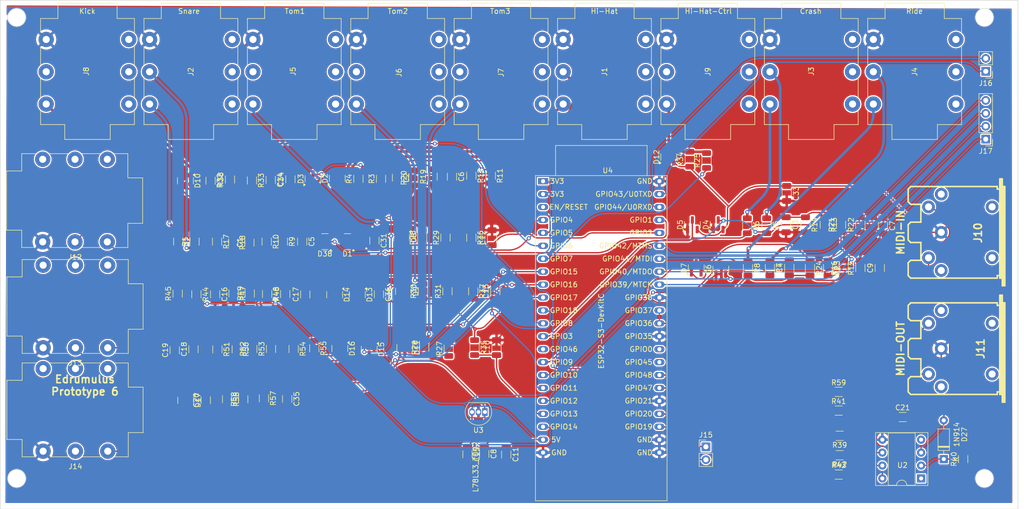
<source format=kicad_pcb>
(kicad_pcb (version 20221018) (generator pcbnew)
  (layers (0 "F.Cu" signal) (31 "B.Cu" signal) (34 "B.Paste" user) (35 "F.Paste" user) (36 "B.SilkS" user "B.Silkscreen") (37 "F.SilkS" user "F.Silkscreen") (38 "B.Mask" user) (39 "F.Mask" user) (44 "Edge.Cuts" user))
  (net 0 "")
  (net 1 "AN_SNARE_TIP")
  (net 2 "AN_HH_TIP")
  (net 3 "AN_CRASH_TIP")
  (net 4 "AN_RIDE_TIP")
  (net 5 "AN_SNARE_RING")
  (net 6 "AN_HH_RING")
  (net 7 "AN_CRASH_RING")
  (net 8 "AN_RIDE_RING")
  (net 9 "AN_TOM3_TIP")
  (net 10 "AN_TOM1_TIP")
  (net 11 "AN_TOM2_TIP")
  (net 12 "HI-HAT-CONTROL-TIP")
  (net 13 "AN_KICK_TIP")
  (net 14 "AN_AUX1_TIP")
  (net 15 "HI-HAT-TIP")
  (net 16 "HI-HAT-RING")
  (net 17 "SNARE-TIP")
  (net 18 "SNARE-RING")
  (net 19 "CRASH1-TIP")
  (net 20 "CRASH1-RING")
  (net 21 "RIDE-TIP")
  (net 22 "RIDE-RING")
  (net 23 "TOM1-TIP")
  (net 25 "TOM2-TIP")
  (net 27 "TOM3-TIP")
  (net 29 "KICK-TIP")
  (net 33 "Net-(J10-Pad4)")
  (net 35 "Net-(J11-Pad5)")
  (net 37 "Net-(J11-Pad4)")
  (net 39 "AN_AUX1_RING")
  (net 40 "UART_TX")
  (net 41 "UART_RX")
  (net 42 "AN_AUX2_TIP")
  (net 43 "AN_AUX2_RING")
  (net 44 "AN_AUX3_TIP")
  (net 45 "Net-(D27-K)")
  (net 46 "Net-(D27-A)")
  (net 47 "AUX1-TIP")
  (net 48 "AUX1-RING")
  (net 49 "AUX2-TIP")
  (net 50 "AUX2-RING")
  (net 51 "AUX3-TIP")
  (net 53 "AN_HH_CNTLR_TIP")
  (net 54 "Net-(U2-VO1)")
  (net 60 "Net-(J15-Pin_1)")
  (net 61 "Net-(J15-Pin_2)")
  (net 62 "Net-(J16-Pin_1)")
  (net 63 "Net-(J16-Pin_2)")
  (net 64 "Net-(J17-Pin_1)")
  (net 66 "Net-(J17-Pin_2)")
  (net 67 "Net-(J17-Pin_3)")
  (net 68 "Net-(J17-Pin_4)")
  (net 69 "Net-(D10-COM)")
  (net 70 "Net-(D17-COM)")
  (net 71 "Net-(D7-K)")
  (net 72 "GPIO_BRD_ID1")
  (net 73 "Net-(D7-A)")
  (net 74 "+5V")
  (net 75 "+3.3V")
  (net 76 "+3.3VP")
  (net 77 "GPIO_BRD_ID3")
  (footprint "Resistor_SMD:R_1206_3216Metric" (layer "F.Cu") (at 118.618 77.138 -90)
    (fp_text reference "R36")
    (fp_text value "22k")
  )
  (footprint "Resistor_SMD:R_1206_3216Metric" (layer "F.Cu") (at 100.868 65.576 90)
    (fp_text reference "R3")
    (fp_text value "100k")
  )
  (footprint "edrumulus:Jack_6.35mm_Neutrik_NMJ6HCD2_Horizontal" (layer "F.Cu") (at 197.625 50.885 90)
    (fp_text reference "J4")
    (fp_text value "Ride")
  )
  (footprint "Resistor_SMD:R_1206_3216Metric" (layer "F.Cu") (at 164.846 61.976 90)
    (fp_text reference "R25")
    (fp_text value "10k")
  )
  (footprint "Resistor_SMD:R_1206_3216Metric" (layer "F.Cu") (at 191.004 116.078 180)
    (fp_text reference "R39")
    (fp_text value "10")
  )
  (footprint "Package_TO_SOT_THT:TO-92_Inline" (layer "F.Cu") (at 121.285 111.4 180)
    (fp_text reference "U3")
    (fp_text value "L78L33_TO92")
  )
  (footprint "Resistor_SMD:R_1206_3216Metric" (layer "F.Cu") (at 109.093 87.679 90)
    (fp_text reference "R30")
    (fp_text value "100k")
  )
  (footprint "Capacitor_SMD:C_1206_3216Metric" (layer "F.Cu") (at 60.325 99.265 90)
    (fp_text reference "C19")
    (fp_text value "2n2")
  )
  (footprint "Resistor_SMD:R_1206_3216Metric" (layer "F.Cu") (at 190.8155 111.125)
    (fp_text reference "R41")
    (fp_text value "33")
  )
  (footprint "Diode_THT:D_DO-35_SOD27_P7.62mm_Horizontal" (layer "F.Cu") (at 211.455 120.65 90)
    (fp_text reference "D27")
    (fp_text value "1N914")
  )
  (footprint "Package_TO_SOT_SMD:SOT-23" (layer "F.Cu") (at 94.271 77.917 180)
    (fp_text reference "D1")
    (fp_text value "BAT54S")
  )
  (footprint "Package_TO_SOT_SMD:SOT-23" (layer "F.Cu") (at 62.418 65.9615 -90)
    (fp_text reference "D10")
    (fp_text value "BAT54S")
  )
  (footprint "Resistor_SMD:R_1206_3216Metric" (layer "F.Cu") (at 78.396 77.917 -90)
    (fp_text reference "R10")
    (fp_text value "22k")
  )
  (footprint "Capacitor_SMD:C_1206_3216Metric" (layer "F.Cu") (at 114.808 65.151 -90)
    (fp_text reference "C6")
    (fp_text value "2n2")
  )
  (footprint "Resistor_SMD:R_1206_3216Metric" (layer "F.Cu") (at 188.087 74.598 -90)
    (fp_text reference "R13")
    (fp_text value "22k")
  )
  (footprint "Capacitor_SMD:C_1206_3216Metric" (layer "F.Cu") (at 198.882 83.107 90)
    (fp_text reference "C9")
    (fp_text value "2n2")
  )
  (footprint "edrumulus:Jack_6.35mm_Neutrik_NMJ6HCD2_Horizontal" (layer "F.Cu") (at 96.025 50.885 90)
    (fp_text reference "J6")
    (fp_text value "Tom2")
  )
  (footprint "Capacitor_SMD:C_1206_3216Metric" (layer "F.Cu") (at 125.476 119.761 -90)
    (fp_text reference "C11")
    (fp_text value "1µ")
  )
  (footprint "Resistor_SMD:R_1206_3216Metric" (layer "F.Cu") (at 72.517 99.0765 -90)
    (fp_text reference "R50")
    (fp_text value "100k")
  )
  (footprint "Capacitor_SMD:C_1206_3216Metric" (layer "F.Cu") (at 99.568 77.724 -90)
    (fp_text reference "C31")
    (fp_text value "100n")
  )
  (footprint "Resistor_SMD:R_1206_3216Metric" (layer "F.Cu") (at 191.262 74.598 90)
    (fp_text reference "R21")
    (fp_text value "22k")
  )
  (footprint "Capacitor_SMD:C_1206_3216Metric" (layer "F.Cu") (at 123.317 87.679 90)
    (fp_text reference "C13")
    (fp_text value "2n2")
  )
  (footprint "Resistor_SMD:R_1206_3216Metric" (layer "F.Cu") (at 87.757 98.884 -90)
    (fp_text reference "R55")
    (fp_text value "22k")
  )
  (footprint "Capacitor_SMD:C_1206_3216Metric" (layer "F.Cu") (at 122.682 77.138 90)
    (fp_text reference "C12")
    (fp_text value "2n2")
  )
  (footprint "Package_TO_SOT_SMD:SOT-23" (layer "F.Cu") (at 92.771 98.9325 -90)
    (fp_text reference "D16")
    (fp_text value "BAT54S")
  )
  (footprint "Resistor_SMD:R_1206_3216Metric" (layer "F.Cu") (at 67.371 65.945 -90)
    (fp_text reference "R32")
    (fp_text value "100k")
  )
  (footprint "edrumulus:Jack_6.35mm_Neutrik_NMJ6HCD2_Horizontal" (layer "F.Cu") (at 116.345 50.885 90)
    (fp_text reference "J7")
    (fp_text value "Tom3")
  )
  (footprint "Resistor_SMD:R_1206_3216Metric" (layer "F.Cu") (at 78.486 88.2175 -90)
    (fp_text reference "R48")
    (fp_text value "22k")
  )
  (footprint "Resistor_SMD:R_1206_3216Metric" (layer "F.Cu") (at 60.899 88.1385 90)
    (fp_text reference "R45")
    (fp_text value "100k")
  )
  (footprint "Resistor_SMD:R_1206_3216Metric" (layer "F.Cu") (at 113.538 77.138 90)
    (fp_text reference "R29")
    (fp_text value "22k")
  )
  (footprint "Connector_PinHeader_2.54mm:PinHeader_1x02_P2.54mm_Vertical" (layer "F.Cu") (at 164.719 118.232)
    (fp_text reference "J15")
    (fp_text value "Conn_01x02_Socket")
  )
  (footprint "Capacitor_SMD:C_1206_3216Metric" (layer "F.Cu") (at 117.856 119.705 -90)
    (fp_text reference "C15")
    (fp_text value "100n")
  )
  (footprint "Resistor_SMD:R_1206_3216Metric" (layer "F.Cu") (at 79.248 99.011 90)
    (fp_text reference "R53")
    (fp_text value "22k")
  )
  (footprint "Capacitor_SMD:C_1206_3216Metric" (layer "F.Cu") (at 203.376 112.395)
    (fp_text reference "C21")
    (fp_text value "100n")
  )
  (footprint "Connectors_UNITRA:DIN-5" (layer "F.Cu") (at 213.9647 76.0888 90)
    (fp_text reference "J10")
    (fp_text value "MIDI-IN")
  )
  (footprint "Package_TO_SOT_SMD:SOT-23" (layer "F.Cu") (at 167.132 74.598 90)
    (fp_text reference "D4")
    (fp_text value "BAT54S")
  )
  (footprint "Capacitor_SMD:C_1206_3216Metric" (layer "F.Cu") (at 68.265 88.2655 -90)
    (fp_text reference "C16")
    (fp_text value "2n2")
  )
  (footprint "edrumulus:Jack_6.35mm_Neutrik_NMJ6HCD2_Horizontal" (layer "F.Cu") (at 177.305 50.885 90)
    (fp_text reference "J3")
    (fp_text value "Crash")
  )
  (footprint "Package_TO_SOT_SMD:SOT-23" (layer "F.Cu") (at 92.268 65.4835 90)
    (fp_text reference "D2")
    (fp_text value "BAT54S")
  )
  (footprint "Resistor_SMD:R_1206_3216Metric" (layer "F.Cu") (at 68.707 99.0765 -90)
    (fp_text reference "R51")
    (fp_text value "100k")
  )
  (footprint "PCM_Espressif:ESP32-S3-DevKitC" (layer "F.Cu") (at 132.715 66.04)
    (fp_text reference "U4")
    (fp_text value "ESP32-S3-DevKitC")
  )
  (footprint "Resistor_SMD:R_1206_3216Metric" (layer "F.Cu") (at 122.428 64.9585 -90)
    (fp_text reference "R11")
    (fp_text value "22k")
  )
  (footprint "Resistor_SMD:R_1206_3216Metric" (layer "F.Cu") (at 82.042 88.2175 90)
    (fp_text reference "R46")
    (fp_text value "22k")
  )
  (footprint "Package_TO_SOT_SMD:SOT-23" (layer "F.Cu") (at 104.902 77.138 -90)
    (fp_text reference "D8")
    (fp_text value "BAT54S")
  )
  (footprint "Capacitor_SMD:C_1206_3216Metric" (layer "F.Cu") (at 85.979 88.2955 90)
    (fp_text reference "C17")
    (fp_text value "2n2")
  )
  (footprint "Capacitor_SMD:C_1206_3216Metric" (layer "F.Cu") (at 180.467 74.598 -90)
    (fp_text reference "C3")
    (fp_text value "2n2")
  )
  (footprint "Resistor_SMD:R_1206_3216Metric" (layer "F.Cu") (at 185.166 83.107 -90)
    (fp_text reference "R24")
    (fp_text value "22k")
  )
  (footprint "Resistor_SMD:R_1206_3216Metric" (layer "F.Cu") (at 96.423 65.576 90)
    (fp_text reference "R4")
    (fp_text value "100k")
  )
  (footprint "Resistor_SMD:R_1206_3216Metric" (layer "F.Cu") (at 190.8155 107.442)
    (fp_text reference "R59")
    (fp_text value "10K")
  )
  (footprint "Capacitor_SMD:C_1206_3216Metric" (layer "F.Cu") (at 79.182 65.7895 -90)
    (fp_text reference "C14")
    (fp_text value "2n2")
  )
  (footprint "Resistor_SMD:R_1206_3216Metric" (layer "F.Cu") (at 172.847 74.7905 -90)
    (fp_text reference "R6")
    (fp_text value "100k")
  )
  (footprint "Resistor_SMD:R_1206_3216Metric" (layer "F.Cu") (at 184.277 74.598 -90)
    (fp_text reference "R14")
    (fp_text value "22k")
  )
  (footprint "Package_TO_SOT_SMD:SOT-23" (layer "F.Cu") (at 105.537 98.7405 -90)
    (fp_text reference "D11")
    (fp_text value "BAT54S")
  )
  (footprint "Resistor_SMD:R_1206_3216Metric" (layer "F.Cu") (at 71.821 78.1095 -90)
    (fp_text reference "R18")
    (fp_text value "22k")
  )
  (footprint "Package_TO_SOT_SMD:SOT-23" (layer "F.Cu") (at 62.484 109.093 -90)
    (fp_text reference "D17")
    (fp_text value "BAT54S")
  )
  (footprint "Resistor_SMD:R_1206_3216Metric" (layer "F.Cu") (at 118.618 64.9585 -90)
    (fp_text reference "R12")
    (fp_text value "22k")
  )
  (footprint "Resistor_SMD:R_1206_3216Metric" (layer "F.Cu") (at 191.004 119.888 180)
    (fp_text reference "R42")
    (fp_text value "220")
  )
  (footprint "Resistor_SMD:R_1206_3216Metric" (layer "F.Cu") (at 75.499 65.9 -90)
    (fp_text reference "R33")
    (fp_text value "22k")
  )
  (footprint "Resistor_SMD:R_1206_3216Metric" (layer "F.Cu") (at 114.173 98.933 90)
    (fp_text reference "R27")
    (fp_text value "22k")
  )
  (footprint "Resistor_SMD:R_1206_3216Metric" (layer "F.Cu") (at 73.787 108.9005 90)
    (fp_text reference "R58")
    (fp_text value "22k")
  )
  (footprint "Capacitor_SMD:C_1206_3216Metric" (layer "F.Cu") (at 83.058 65.659 90)
    (fp_text reference "C34")
    (fp_text value "100n")
  )
  (footprint "Resistor_SMD:R_1206_3216Metric" (layer "F.Cu") (at 172.974 83.107 -90)
    (fp_text reference "R8")
    (fp_text value "100k")
  )
  (footprint "Package_DIP:DIP-8_W7.62mm_Socket" (layer "F.Cu") (at 207.01 124.46 180)
    (fp_text reference "U2")
    (fp_text value "6N138")
  )
  (footprint "edrumulus:Jack_6.35mm_Neutrik_NMJ6HCD2_Horizontal" (layer "F.Cu") (at 47.16 98.78 180)
    (fp_text reference "J13")
    (fp_text value "Snare")
  )
  (footprint "Resistor_SMD:R_1206_3216Metric" (layer "F.Cu") (at 195.072 83.107 90)
    (fp_text reference "R15")
    (fp_text value "22k")
  )
  (footprint "Resistor_SMD:R_1206_3216Metric" (layer "F.Cu") (at 108.966 77.138 90)
    (fp_text reference "R28")
    (fp_text value "100k")
  )
  (footprint "Resistor_SMD:R_1206_3216Metric" (layer "F.Cu") (at 177.292 83.107 -90)
    (fp_text reference "R7")
    (fp_text value "100k")
  )
  (footprint "Resistor_SMD:R_1206_3216Metric" (layer "F.Cu") (at 61.026 77.917 -90)
    (fp_text reference "R2")
    (fp_text value "100k")
  )
  (footprint "Package_TO_SOT_SMD:SOT-23" (layer "F.Cu") (at 89.826 77.917 180)
    (fp_text reference "D38")
    (fp_text value "BAT54S")
  )
  (footprint "Package_TO_SOT_SMD:SOT-23" (layer "F.Cu") (at 162.052 74.598 90)
    (fp_text reference "D5")
    (fp_text value "BAT54S")
  )
  (footprint "edrumulus:Jack_6.35mm_Neutrik_NMJ6HCD2_Horizontal" (layer "F.Cu") (at 136.665 50.885 90)
    (fp_text reference "J1")
    (fp_text value "Hi-Hat")
  )
  (footprint "Capacitor_SMD:C_1206_3216Metric" (layer "F.Cu") (at 123.571 98.7405 90)
    (fp_text reference "C10")
    (fp_text value "2n2")
  )
  (footprint "Connector_PinHeader_2.54mm:PinHeader_1x04_P2.54mm_Vertical" (layer "F.Cu") (at 219.71 57.785 180)
    (fp_text reference "J17")
    (fp_text value "Conn_01x04")
  )
  (footprint "Package_TO_SOT_SMD:SOT-23" (layer "F.Cu") (at 167.64 83.361 90)
    (fp_text reference "D6")
    (fp_text value "BAT54S")
  )
  (footprint "edrumulus:Jack_6.35mm_Neutrik_NMJ6HCD2_Horizontal" (layer "F.Cu") (at 47.075 77.965 180)
    (fp_text reference "J12")
    (fp_text value "Snare")
  )
  (footprint "Resistor_SMD:R_1206_3216Metric" (layer "F.Cu") (at 191.77 83.107 90)
    (fp_text reference "R16")
    (fp_text value "22k")
  )
  (footprint "Resistor_SMD:R_1206_3216Metric" (layer "F.Cu") (at 77.851 108.712 -90)
    (fp_text reference "R57")
    (fp_text value "22k")
  )
  (footprint "Capacitor_SMD:C_1206_3216Metric" (layer "F.Cu") (at 85.381 77.917 -90)
    (fp_text reference "C5")
    (fp_text value "2n2")
  )
  (footprint "Package_TO_SOT_SMD:SOT-23" (layer "F.Cu") (at 98.547 99.108 -90)
    (fp_text reference "D15")
    (fp_text value "BAT54S")
  )
  (footprint "Resistor_SMD:R_1206_3216Metric" (layer "F.Cu") (at 71.181 65.7075 90)
    (fp_text reference "R38")
    (fp_text value "22k")
  )
  (footprint "Resistor_SMD:R_1206_3216Metric" (layer "F.Cu") (at 113.919 87.679 90)
    (fp_text reference "R31")
    (fp_text value "22k")
  )
  (footprint "Package_TO_SOT_SMD:SOT-23" (layer "F.Cu") (at 105.283 87.679 -90)
    (fp_text reference "D9")
    (fp_text value "BAT54S")
  )
  (footprint "Package_TO_SOT_SMD:SOT-23" (layer "F.Cu") (at 157.414 61.2925 90)
    (fp_text reference "D12")
    (fp_text value "BAT54S")
  )
  (footprint "Resistor_SMD:R_1206_3216Metric" (layer "F.Cu") (at 71.882 88.0905 -90)
    (fp_text reference "R47")
    (fp_text value "22k")
  )
  (footprint "Resistor_SMD:R_1206_3216Metric" (layer "F.Cu") (at 64.582 88.2655 -90)
    (fp_text reference "R44")
    (fp_text value "100k")
  )
  (footprint "Capacitor_SMD:C_1206_3216Metric" (layer "F.Cu") (at 181.102 83.058 90)
    (fp_text reference "C4")
    (fp_text value "2n2")
  )
  (footprint "Resistor_SMD:R_1206_3216Metric" (layer "F.Cu") (at 107.188 65.3835 90)
    (fp_text reference "R20")
    (fp_text value "22k")
  )
  (footprint "Resistor_SMD:R_1206_3216Metric" (layer "F.Cu") (at 83.693 99.011 -90)
    (fp_text reference "R54")
    (fp_text value "22k")
  )
  (footprint "Resistor_SMD:R_1206_3216Metric" (layer "F.Cu") (at 64.201 77.917 90)
    (fp_text reference "R1")
    (fp_text value "100k")
  )
  (footprint "Capacitor_SMD:C_1206_3216Metric" (layer "F.Cu") (at 74.996 78.122 90)
    (fp_text reference "C1")
    (fp_text value "2n2")
  )
  (footprint "Resistor_SMD:R_1206_3216Metric" (layer "F.Cu") (at 195.072 74.598 90)
    (fp_text reference "R22")
    (fp_text value "22k")
  )
  (footprint "edrumulus:Jack_6.35mm_Neutrik_NMJ6HCD2_Horizontal" (layer "F.Cu") (at 75.705 50.885 90)
    (fp_text reference "J5")
    (fp_text value "Tom1")
  )
  (footprint "Capacitor_SMD:C_1206_3216Metric" (layer "F.Cu") (at 82.423 108.839 -90)
    (fp_text reference "C35")
    (fp_text value "100n")
  )
  (footprint "Resistor_SMD:R_1206_3216Metric" (layer "F.Cu") (at 70.612 108.9005 -90)
    (fp_text reference "R56")
    (fp_text value "100k")
  )
  (footprint "Resistor_SMD:R_1206_3216Metric" (layer "F.Cu") (at 119.253 98.7405 -90)
    (fp_text reference "R35")
    (fp_text value "22k")
  )
  (footprint "Resistor_SMD:R_1206_3216Metric" (layer "F.Cu") (at 75.057 88.0905 90)
    (fp_text reference "R49")
    (fp_text value "22k")
  )
  (footprint "edrumulus:Jack_6.35mm_Neutrik_NMJ6HCD2_Horizontal" (layer "F.Cu") (at 55.385 50.885 90)
    (fp_text reference "J2")
    (fp_text value "Snare")
  )
  (footprint "Capacitor_SMD:C_1206_3216Metric" (layer "F.Cu") (at 64.008 99.06 90)
    (fp_text reference "C18")
    (fp_text value "2n2")
  )
  (footprint "Resistor_SMD:R_1206_3216Metric" (layer "F.Cu") (at 118.999 87.679 -90)
    (fp_text reference "R37")
    (fp_text value "22k")
  )
  (footprint "Resistor_SMD:R_1206_3216Metric" (layer "F.Cu") (at 215.275 120.66 90)
    (fp_text reference "R40")
    (fp_text value "220")
  )
  (footprint "Capacitor_SMD:C_1206_3216Metric" (layer "F.Cu") (at 104.013 65.356 -90)
    (fp_text reference "C2")
    (fp_text value "2n2")
  )
  (footprint "Resistor_SMD:R_1206_3216Metric" (layer "F.Cu") (at 161.544 61.722 90)
    (fp_text reference "R34")
    (fp_text value "10k")
  )
  (footprint "Package_TO_SOT_SMD:SOT-23" (layer "F.Cu") (at 87.503 65.576 90)
    (fp_text reference "D3")
    (fp_text value "BAT54S")
  )
  (footprint "Package_TO_SOT_SMD:SOT-23" (layer "F.Cu") (at 162.814 83.107 90)
    (fp_text reference "D7")
    (fp_text value "BAT54S")
  )
  (footprint "edrumulus:Jack_6.35mm_Neutrik_NMJ6HCD2_Horizontal" (layer "F.Cu") (at 156.985 50.885 90)
    (fp_text reference "J9")
    (fp_text value "Hi-Hat-Ctrl")
  )
  (footprint "Package_TO_SOT_SMD:SOT-23" (layer "F.Cu") (at 91.755 88.344 -90)
    (fp_text reference "D14")
    (fp_text value "BAT54S")
  )
  (footprint "Resistor_SMD:R_1206_3216Metric" (layer "F.Cu") (at 68.646 77.917 -90)
    (fp_text reference "R17")
    (fp_text value "22k")
  )
  (footprint "Package_TO_SOT_SMD:SOT-23" (layer "F.Cu") (at 96.205 88.344 -90)
    (fp_text reference "D13")
    (fp_text value "BAT54S")
  )
  (footprint "Connector_PinHeader_2.54mm:PinHeader_1x02_P2.54mm_Vertical" (layer "F.Cu") (at 219.71 44.45 180)
    (fp_text reference "J16")
    (fp_text value "Conn_01x02_Socket")
  )
  (footprint "Resistor_SMD:R_1206_3216Metric" (layer "F.Cu") (at 176.657 74.7905 -90)
    (fp_text reference "R5")
    (fp_text value "100k")
  )
  (footprint "Capacitor_SMD:C_1206_3216Metric" (layer "F.Cu") (at 66.421 109.093 90)
    (fp_text reference "C20")
    (fp_text value "2n2")
  )
  (footprint "Resistor_SMD:R_1206_3216Metric" (layer "F.Cu") (at 75.565 99.011 90)
    (fp_text reference "R52")
    (fp_text value "22k")
  )
  (footprint "Capacitor_SMD:C_1206_3216Metric" (layer "F.Cu") (at 100.457 88.265 -90)
    (fp_text reference "C36")
    (fp_text value "100n")
  )
  (footprint "Resistor_SMD:R_1206_3216Metric" (layer "F.Cu") (at 81.571 77.917 -90)
    (fp_text reference "R9")
    (fp_text value "22k")
  )
  (footprint "Capacitor_SMD:C_1206_3216Metric" (layer "F.Cu") (at 121.158 119.634 -90)
    (fp_text reference "C8")
    (fp_text value "1µ")
  )
  (footprint "Resistor_SMD:R_1206_3216Metric" (layer "F.Cu") (at 188.722 83.107 -90)
    (fp_text reference "R23")
    (fp_text value "22k")
  )
  (footprint "Resistor_SMD:R_1206_3216Metric" (layer "F.Cu") (at 190.8155 123.698)
    (fp_text reference "R43")
    (fp_text value "4k7")
  )
  (footprint "Capacitor_SMD:C_1206_3216Metric" (layer "F.Cu") (at 180.594 68.453 -90)
    (fp_text reference "C33")
    (fp_text value "100n")
  )
  (footprint "Resistor_SMD:R_1206_3216Metric" (layer "F.Cu") (at 110.998 65.151 90)
    (fp_text reference "R19")
    (fp_text value "22k")
  )
  (footprint "edrumulus:Jack_6.35mm_Neutrik_NMJ6HCD2_Horizontal" (layer "F.Cu") (at 47.16 119.1 180)
    (fp_text reference "J14")
    (fp_text value "Kick")
  )
  (footprint "edrumulus:Jack_6.35mm_Neutrik_NMJ6HCD2_Horizontal" (layer "F.Cu") (at 35.065 50.885 90)
    (fp_text reference "J8")
    (fp_text value "Kick")
  )
  (footprint "Resistor_SMD:R_1206_3216Metric" (layer "F.Cu") (at 109.347 98.7405 90)
    (fp_text reference "R26")
    (fp_text value "100k")
  )
  (footprint "Connectors_UNITRA:DIN-5" (layer "F.Cu") (at 213.9647 98.9488 90)
    (fp_text reference "J11")
    (fp_text value "MIDI-OUT")
  )
  (footprint "Capacitor_SMD:C_1206_3216Metric" (layer "F.Cu") (at 199.517 74.803 -90)
    (fp_text reference "C7")
    (fp_text value "2n2")
  )
  (gr_circle locked (center 219.456 124.46) (end 221.252051 124.46) (stroke (width 0.1)) (fill none) (layer "Edge.Cuts"))
  (gr_rect locked (start 26.035 30.48) (end 226.035 130.48) (stroke (width 0.1)) (fill none) (layer "Edge.Cuts"))
  (gr_circle locked (center 29.269749 124.46) (end 31.0658 124.46) (stroke (width 0.1)) (fill none) (layer "Edge.Cuts"))
  (gr_circle locked (center 29.269749 33.852311) (end 30.539749 35.122311) (stroke (width 0.1)) (fill none) (layer "Edge.Cuts"))
  (gr_circle locked (center 219.456 33.852311) (end 221.252051 33.852311) (stroke (width 0.1)) (fill none) (layer "Edge.Cuts"))
  (gr_text "Edrumulus\nPrototype 6" (at 42.672 106.172) (layer "F.SilkS") (effects (font (size 1.5 1.5) (thickness 0.3))))
  (segment (start 71.4404 79.9526) (end 71.821 79.572) (width 0.254) (layer "F.Cu") (net 1))
  (segment (start 73.6474 79.554322) (end 73.6474 76.362148) (width 0.254) (layer "F.Cu") (net 1))
  (segment (start 101.7249 80.0937) (end 143.299545 80.0937) (width 0.254) (layer "F.Cu") (net 1))
  (segment (start 156.9579 76.307353) (end 156.9579 74.35145) (width 0.254) (layer "F.Cu") (net 1))
  (segment (start 80.892643 77.917) (end 88.8885 77.917) (width 0.254) (layer "F.Cu") (net 1))
  (segment (start 73.690077 79.597) (end 74.996 79.597) (width 0.254) (layer "F.Cu") (net 1))
  (segment (start 77.086649 75.6875) (end 74.322048 75.6875) (width 0.254) (layer "F.Cu") (net 1))
  (segment (start 61.50285 79.85635) (end 61.026 79.3795) (width 0.254) (layer "F.Cu") (net 1))
  (segment (start 78.7795 76.838) (end 79.12725 77.18575) (width 0.254) (layer "F.Cu") (net 1))
  (segment (start 156.26645 73.66) (end 155.575 73.66) (width 0.254) (layer "F.Cu") (net 1))
  (segment (start 70.52155 80.3332) (end 62.654067 80.3332) (width 0.254) (layer "F.Cu") (net 1))
  (segment (start 91.743 77.917) (end 88.8885 77.917) (width 0.254) (layer "F.Cu") (net 1))
  (segment (start 78.0125 76.071) (end 78.7795 76.838) (width 0.254) (layer "F.Cu") (net 1))
  (segment (start 156.065253 77.2) (end 150.285554 77.2) (width 0.254) (layer "F.Cu") (net 1))
  (segment (start 73.629722 79.572) (end 71.821 79.572) (width 0.254) (layer "F.Cu") (net 1))
  (via (at 91.743 77.917) (size 0.8) (drill 0.4) (layers "F.Cu" "B.Cu") (net 1))
  (via (at 101.7249 80.0937) (size 0.8) (drill 0.4) (layers "F.Cu" "B.Cu") (net 1))
  (arc (start 71.4404 79.9526) (mid 71.018828 80.234285) (end 70.52155 80.3332) (width 0.254) (layer "F.Cu") (net 1))
  (arc (start 61.50285 79.85635) (mid 62.031032 80.20927) (end 62.654067 80.3332) (width 0.254) (layer "F.Cu") (net 1))
  (arc (start 73.6599 79.5845) (mid 73.646054 79.575248) (end 73.629722 79.572) (width 0.254) (layer "F.Cu") (net 1))
  (arc (start 73.629722 79.572) (mid 73.642222 79.566822) (end 73.6474 79.554322) (width 0.254) (layer "F.Cu") (net 1))
  (arc (start 156.9579 74.35145) (mid 156.755378 73.862521) (end 156.26645 73.66) (width 0.254) (layer "F.Cu") (net 1))
  (arc (start 78.0125 76.071) (mid 77.587715 75.787168) (end 77.086649 75.6875) (width 0.254) (layer "F.Cu") (net 1))
  (arc (start 74.322048 75.6875) (mid 74.063871 75.738854) (end 73.845 75.8851) (width 0.254) (layer "F.Cu") (net 1))
  (arc (start 156.69645 76.93855) (mid 156.406854 77.132051) (end 156.065253 77.2) (width 0.254) (layer "F.Cu") (net 1))
  (arc (start 146.79255 78.64685) (mid 145.189945 79.717675) (end 143.299545 80.0937) (width 0.254) (layer "F.Cu") (net 1))
  (arc (start 73.6474 79.554322) (mid 73.650648 79.570654) (end 73.6599 79.5845) (width 0.254) (layer "F.Cu") (net 1))
  (arc (start 79.12725 77.18575) (mid 79.937219 77.726954) (end 80.892643 77.917) (width 0.254) (layer "F.Cu") (net 1))
  (arc (start 73.6599 79.5845) (mid 73.673745 79.593751) (end 73.690077 79.597) (width 0.254) (layer "F.Cu") (net 1))
  (arc (start 156.9579 76.307353) (mid 156.889951 76.648954) (end 156.69645 76.93855) (width 0.254) (layer "F.Cu") (net 1))
  (arc (start 150.285554 77.2) (mid 148.395154 77.576024) (end 146.79255 78.64685) (width 0.254) (layer "F.Cu") (net 1))
  (arc (start 73.845 75.8851) (mid 73.698754 76.103971) (end 73.6474 76.362148) (width 0.254) (layer "F.Cu") (net 1))
  (segment (start 95.458859 80.0937) (end 101.7249 80.0937) (width 0.254) (layer "B.Cu") (net 1))
  (segment (start 92.83135 79.00535) (end 91.743 77.917) (width 0.254) (layer "B.Cu") (net 1))
  (arc (start 92.83135 79.00535) (mid 94.036861 79.810847) (end 95.458859 80.0937) (width 0.254) (layer "B.Cu") (net 1))
  (segment (start 96.921116 62.890016) (end 97.050267 63.019167) (width 0.254) (layer "F.Cu") (net 2))
  (segment (start 123.726 64.439274) (end 123.726 63.635898) (width 0.254) (layer "F.Cu") (net 2))
  (segment (start 122.088201 61.9981) (end 107.227311 61.9981) (width 0.254) (layer "F.Cu") (net 2))
  (segment (start 103.63045 63.49845) (end 104.013 63.881) (width 0.254) (layer "F.Cu") (net 2))
  (segment (start 107.54895 64.28195) (end 107.188 63.921) (width 0.254) (layer "F.Cu") (net 2))
  (segment (start 123.77 64.5455) (end 131.018055 71.793555) (width 0.254) (layer "F.Cu") (net 2))
  (segment (start 96.8464 62.8705) (end 96.874 62.8705) (width 0.254) (layer "F.Cu") (net 2))
  (segment (start 123.575774 64.5895) (end 120.484721 64.5895) (width 0.254) (layer "F.Cu") (net 2))
  (segment (start 118.04455 64.06945) (end 118.618 63.496) (width 0.254) (layer "F.Cu") (net 2))
  (segment (start 104.013 63.881) (end 104.95445 62.93955) (width 0.254) (layer "F.Cu") (net 2))
  (segment (start 97.050267 63.486232) (end 96.423 64.1135) (width 0.254) (layer "F.Cu") (net 2))
  (segment (start 119.16475 64.04275) (end 118.618 63.496) (width 0.254) (layer "F.Cu") (net 2))
  (segment (start 134.0979 73.749539) (end 134.0979 75.50855) (width 0.254) (layer "F.Cu") (net 2))
  (segment (start 132.73836 72.39) (end 132.458 72.39) (width 0.254) (layer "F.Cu") (net 2))
  (segment (start 108.42036 64.6429) (end 116.660119 64.6429) (width 0.254) (layer "F.Cu") (net 2))
  (segment (start 102.706892 63.1159) (end 97.2838 63.1159) (width 0.254) (layer "F.Cu") (net 2))
  (segment (start 89.1323 64.6744) (end 87.564285 64.6744) (width 0.254) (layer "F.Cu") (net 2))
  (segment (start 87.52095 64.65645) (end 87.503 64.6385) (width 0.254) (layer "F.Cu") (net 2))
  (segment (start 133.40645 76.2) (end 132.715 76.2) (width 0.254) (layer "F.Cu") (net 2))
  (via (at 96.8464 62.8705) (size 0.8) (drill 0.4) (layers "F.Cu" "B.Cu") (net 2))
  (via (at 89.1323 64.6744) (size 0.8) (drill 0.4) (layers "F.Cu" "B.Cu") (net 2))
  (arc (start 87.52095 64.65645) (mid 87.540832 64.669734) (end 87.564285 64.6744) (width 0.254) (layer "F.Cu") (net 2))
  (arc (start 97.050267 63.019167) (mid 97.157413 63.090759) (end 97.2838 63.1159) (width 0.254) (layer "F.Cu") (net 2))
  (arc (start 97.147 63.2527) (mid 97.121859 63.126313) (end 97.050267 63.019167) (width 0.254) (layer "F.Cu") (net 2))
  (arc (start 123.2463 62.4778) (mid 123.60133 63.009139) (end 123.726 63.635898) (width 0.254) (layer "F.Cu") (net 2))
  (arc (start 118.04455 64.06945) (mid 117.409367 64.493865) (end 116.660119 64.6429) (width 0.254) (layer "F.Cu") (net 2))
  (arc (start 107.54895 64.28195) (mid 107.948756 64.549092) (end 108.42036 64.6429) (width 0.254) (layer "F.Cu") (net 2))
  (arc (start 97.147 63.2527) (mid 97.121859 63.379086) (end 97.050267 63.486232) (width 0.254) (layer "F.Cu") (net 2))
  (arc (start 134.0979 75.50855) (mid 133.895378 75.997478) (end 133.40645 76.2) (width 0.254) (layer "F.Cu") (net 2))
  (arc (start 119.16475 64.04275) (mid 119.770357 64.447404) (end 120.484721 64.5895) (width 0.254) (layer "F.Cu") (net 2))
  (arc (start 133.6997 72.7882) (mid 133.258633 72.493488) (end 132.73836 72.39) (width 0.254) (layer "F.Cu") (net 2))
  (arc (start 133.6997 72.7882) (mid 133.994411 73.229266) (end 134.0979 73.749539) (width 0.254) (layer "F.Cu") (net 2))
  (arc (start 97.2838 63.1159) (mid 97.187067 63.155967) (end 97.147 63.2527) (width 0.254) (layer "F.Cu") (net 2))
  (arc (start 103.63045 63.49845) (mid 103.206718 63.215321) (end 102.706892 63.1159) (width 0.254) (layer "F.Cu") (net 2))
  (arc (start 123.77 64.5455) (mid 123.726 64.527274) (end 123.682 64.5455) (width 0.254) (layer "F.Cu") (net 2))
  (arc (start 123.726 64.439274) (mid 123.737435 64.496763) (end 123.77 64.5455) (width 0.254) (layer "F.Cu") (net 2))
  (arc (start 123.682 64.5455) (mid 123.714564 64.496763) (end 123.726 64.439274) (width 0.254) (layer "F.Cu") (net 2))
  (arc (start 123.2463 62.4778) (mid 122.714959 62.122769) (end 122.088201 61.9981) (width 0.254) (layer "F.Cu") (net 2))
  (arc (start 107.227311 61.9981) (mid 105.997247 62.242774) (end 104.95445 62.93955) (width 0.254) (layer "F.Cu") (net 2))
  (arc (start 96.921116 62.890016) (mid 96.899499 62.875572) (end 96.874 62.8705) (width 0.254) (layer "F.Cu") (net 2))
  (arc (start 131.018055 71.793555) (mid 131.678707 72.234988) (end 132.458 72.39) (width 0.254) (layer "F.Cu") (net 2))
  (arc (start 123.682 64.5455) (mid 123.633263 64.578064) (end 123.575774 64.5895) (width 0.254) (layer "F.Cu") (net 2))
  (segment (start 89.1323 64.6744) (end 90.03425 63.77245) (width 0.254) (layer "B.Cu") (net 2))
  (segment (start 96.8464 62.8705) (end 92.211749 62.8705) (width 0.254) (layer "B.Cu") (net 2))
  (arc (start 92.211749 62.8705) (mid 91.033295 63.104909) (end 90.03425 63.77245) (width 0.254) (layer "B.Cu") (net 2))
  (segment (start 161.173864 77.7287) (end 155.143163 77.7287) (width 0.254) (layer "F.Cu") (net 3))
  (segment (start 194.5955 72.659) (end 195.072 73.1355) (width 0.254) (layer "F.Cu") (net 3))
  (segment (start 133.40645 96.52) (end 132.715 96.52) (width 0.254) (layer "F.Cu") (net 3))
  (segment (start 134.586828 96.031071) (end 151.295407 79.322492) (width 0.254) (layer "F.Cu") (net 3))
  (segment (start 193.445127 72.1825) (end 185.903872 72.1825) (width 0.254) (layer "F.Cu") (net 3))
  (segment (start 162.415735 77.2143) (end 171.205958 77.2143) (width 0.254) (layer "F.Cu") (net 3))
  (segment (start 178.658849 74.023649) (end 179.23865 73.443849) (width 0.254) (layer "F.Cu") (net 3))
  (segment (start 176.484488 74.9243) (end 175.115232 74.9243) (width 0.254) (layer "F.Cu") (net 3))
  (segment (start 180.92075 73.123) (end 184.255661 73.123) (width 0.254) (layer "F.Cu") (net 3))
  (segment (start 173.32765 75.77235) (end 172.36635 76.73365) (width 0.254) (layer "F.Cu") (net 3))
  (segment (start 173.32765 75.77235) (end 173.51135 75.58865) (width 0.254) (layer "F.Cu") (net 3))
  (segment (start 184.28325 73.12925) (end 184.7535 72.659) (width 0.254) (layer "F.Cu") (net 3))
  (segment (start 162.052 76.850564) (end 162.052 73.6605) (width 0.254) (layer "F.Cu") (net 3))
  (segment (start 180.92075 73.123) (end 180.01325 73.123) (width 0.254) (layer "F.Cu") (net 3))
  (arc (start 184.27075 73.12925) (mid 184.277 73.131838) (end 184.28325 73.12925) (width 0.254) (layer "F.Cu") (net 3))
  (arc (start 185.903872 72.1825) (mid 185.281295 72.306338) (end 184.7535 72.659) (width 0.254) (layer "F.Cu") (net 3))
  (arc (start 194.5955 72.659) (mid 194.067704 72.306338) (end 193.445127 72.1825) (width 0.254) (layer "F.Cu") (net 3))
  (arc (start 180.01325 73.123) (mid 179.594039 73.206385) (end 179.23865 73.443849) (width 0.254) (layer "F.Cu") (net 3))
  (arc (start 161.7948 77.4715) (mid 161.509912 77.661855) (end 161.173864 77.7287) (width 0.254) (layer "F.Cu") (net 3))
  (arc (start 172.36635 76.73365) (mid 171.833957 77.089383) (end 171.205958 77.2143) (width 0.254) (layer "F.Cu") (net 3))
  (arc (start 175.115232 74.9243) (mid 174.247217 75.096958) (end 173.51135 75.58865) (width 0.254) (layer "F.Cu") (net 3))
  (arc (start 178.658849 74.023649) (mid 177.661244 74.690228) (end 176.484488 74.9243) (width 0.254) (layer "F.Cu") (net 3))
  (arc (start 134.586828 96.031071) (mid 134.045266 96.392931) (end 133.40645 96.52) (width 0.254) (layer "F.Cu") (net 3))
  (arc (start 155.143163 77.7287) (mid 153.060772 78.142913) (end 151.295407 79.322492) (width 0.254) (layer "F.Cu") (net 3))
  (arc (start 162.415735 77.2143) (mid 162.079687 77.281144) (end 161.7948 77.4715) (width 0.254) (layer "F.Cu") (net 3))
  (arc (start 162.052 76.850564) (mid 162.158535 77.107764) (end 162.415735 77.2143) (width 0.254) (layer "F.Cu") (net 3))
  (arc (start 184.27075 73.12925) (mid 184.263827 73.124624) (end 184.255661 73.123) (width 0.254) (layer "F.Cu") (net 3))
  (arc (start 161.7948 77.4715) (mid 161.985155 77.186612) (end 162.052 76.850564) (width 0.254) (layer "F.Cu") (net 3))
  (segment (start 157.715976 83.501123) (end 156.506993 84.710106) (width 0.254) (layer "F.Cu") (net 4))
  (segment (start 181.164309 84.5695) (end 185.166 84.5695) (width 0.254) (layer "F.Cu") (net 4))
  (segment (start 152.600552 88.6331) (end 149.318763 88.6331) (width 0.254) (layer "F.Cu") (net 4))
  (segment (start 145.471007 90.226892) (end 134.586828 101.111071) (width 0.254) (layer "F.Cu") (net 4))
  (segment (start 133.40645 101.6) (end 132.715 101.6) (width 0.254) (layer "F.Cu") (net 4))
  (segment (start 191.2968 85.0427) (end 191.77 84.5695) (width 0.254) (layer "F.Cu") (net 4))
  (segment (start 186.781605 85.5159) (end 190.154394 85.5159) (width 0.254) (layer "F.Cu") (net 4))
  (segment (start 179.402233 85.5287) (end 174.611456 85.5287) (width 0.254) (layer "F.Cu") (net 4))
  (segment (start 153.5077 87.634) (end 153.5077 87.725952) (width 0.254) (layer "F.Cu") (net 4))
  (segment (start 154.21417 85.928429) (end 154.672706 85.469893) (width 0.254) (layer "F.Cu") (net 4))
  (segment (start 180.60415 85.03085) (end 181.08375 84.55125) (width 0.254) (layer "F.Cu") (net 4))
  (segment (start 169.221292 88.322207) (end 172.4944 85.0491) (width 0.254) (layer "F.Cu") (net 4))
  (segment (start 160.9308 82.1695) (end 162.814 82.1695) (width 0.254) (layer "F.Cu") (net 4))
  (segment (start 155.697747 89.916) (end 165.373536 89.916) (width 0.254) (layer "F.Cu") (net 4))
  (segment (start 185.6392 85.0427) (end 185.166 84.5695) (width 0.254) (layer "F.Cu") (net 4))
  (arc (start 185.6392 85.0427) (mid 186.16334 85.392919) (end 186.781605 85.5159) (width 0.254) (layer "F.Cu") (net 4))
  (arc (start 153.5077 87.725952) (mid 153.674407 88.564047) (end 154.14915 89.27455) (width 0.254) (layer "F.Cu") (net 4))
  (arc (start 155.58985 85.09) (mid 155.093495 85.18873) (end 154.672706 85.469893) (width 0.254) (layer "F.Cu") (net 4))
  (arc (start 181.12025 84.55125) (mid 181.102 84.54369) (end 181.08375 84.55125) (width 0.254) (layer "F.Cu") (net 4))
  (arc (start 154.14915 89.27455) (mid 154.859652 89.749292) (end 155.697747 89.916) (width 0.254) (layer "F.Cu") (net 4))
  (arc (start 154.21417 85.928429) (mid 153.691305 86.710951) (end 153.5077 87.634) (width 0.254) (layer "F.Cu") (net 4))
  (arc (start 169.221292 88.322207) (mid 167.455926 89.501786) (end 165.373536 89.916) (width 0.254) (layer "F.Cu") (net 4))
  (arc (start 156.506993 84.710106) (mid 156.086204 84.991268) (end 155.58985 85.09) (width 0.254) (layer "F.Cu") (net 4))
  (arc (start 134.586828 101.111071) (mid 134.045266 101.472931) (end 133.40645 101.6) (width 0.254) (layer "F.Cu") (net 4))
  (arc (start 191.2968 85.0427) (mid 190.772659 85.392919) (end 190.154394 85.5159) (width 0.254) (layer "F.Cu") (net 4))
  (arc (start 180.60415 85.03085) (mid 180.052705 85.399313) (end 179.402233 85.5287) (width 0.254) (layer "F.Cu") (net 4))
  (arc (start 149.318763 88.6331) (mid 147.236372 89.047313) (end 145.471007 90.226892) (width 0.254) (layer "F.Cu") (net 4))
  (arc (start 173.4536 85.0491) (mid 173.984829 85.404056) (end 174.611456 85.5287) (width 0.254) (layer "F.Cu") (net 4))
  (arc (start 152.600552 88.6331) (mid 153.242002 88.367402) (end 153.5077 87.725952) (width 0.254) (layer "F.Cu") (net 4))
  (arc (start 173.4536 85.0491) (mid 172.974 84.850443) (end 172.4944 85.0491) (width 0.254) (layer "F.Cu") (net 4))
  (arc (start 154.14915 89.27455) (mid 153.438647 88.799807) (end 152.600552 88.6331) (width 0.254) (layer "F.Cu") (net 4))
  (arc (start 181.12025 84.55125) (mid 181.140464 84.564756) (end 181.164309 84.5695) (width 0.254) (layer "F.Cu") (net 4))
  (arc (start 160.9308 82.1695) (mid 159.190949 82.515577) (end 157.715976 83.501123) (width 0.254) (layer "F.Cu") (net 4))
  (segment (start 67.177869 77.911369) (end 68.646 79.3795) (width 0.254) (layer "F.Cu") (net 5))
  (segment (start 100.900772 79.793127) (end 100.4421 80.2518) (width 0.254) (layer "F.Cu") (net 5))
  (segment (start 81.571 76.4545) (end 85.359661 76.4545) (width 0.254) (layer "F.Cu") (net 5))
  (segment (start 60.239349 78.295549) (end 60.181305 78.353594) (width 0.254) (layer "F.Cu") (net 5))
  (segment (start 60.19195 80.41345) (end 60.181305 80.402805) (width 0.254) (layer "F.Cu") (net 5))
  (segment (start 103.951004 79.2647) (end 101.234 79.2647) (width 0.254) (layer "F.Cu") (net 5))
  (segment (start 69.1388 78.8867) (end 68.646 79.3795) (width 0.254) (layer "F.Cu") (net 5))
  (segment (start 101.0388 79.4599) (end 101.0388 79.0695) (width 0.254) (layer "F.Cu") (net 5))
  (segment (start 125.951694 79.5778) (end 104.706895 79.5778) (width 0.254) (layer "F.Cu") (net 5))
  (segment (start 81.571 76.4545) (end 80.9139 75.7974) (width 0.254) (layer "F.Cu") (net 5))
  (segment (start 65.30065 77.1338) (end 64.54065 77.1338) (width 0.254) (layer "F.Cu") (net 5))
  (segment (start 61.404087 77.8131) (end 63.041362 77.8131) (width 0.254) (layer "F.Cu") (net 5))
  (segment (start 129.9045 77.2623) (end 128.74675 78.42005) (width 0.254) (layer "F.Cu") (net 5))
  (segment (start 74.390395 75.1403) (end 79.32752 75.1403) (width 0.254) (layer "F.Cu") (net 5))
  (segment (start 71.131016 78.3939) (end 70.328524 78.3939) (width 0.254) (layer "F.Cu") (net 5))
  (segment (start 72.529449 77.814649) (end 72.633418 77.710681) (width 0.254) (layer "F.Cu") (net 5))
  (segment (start 61.242253 80.8485) (end 99.001538 80.8485) (width 0.254) (layer "F.Cu") (net 5))
  (segment (start 73.1087 76.421995) (end 73.1087 76.56325) (width 0.254) (layer "F.Cu") (net 5))
  (segment (start 100.862235 78.588735) (end 100.61465 78.34115) (width 0.254) (layer "F.Cu") (net 5))
  (segment (start 63.861349 77.473449) (end 63.960831 77.373968) (width 0.254) (layer "F.Cu") (net 5))
  (segment (start 101.0388 79.015) (end 101.0388 79.0695) (width 0.254) (layer "F.Cu") (net 5))
  (segment (start 64.201 76.79415) (end 64.201 76.4545) (width 0.254) (layer "F.Cu") (net 5))
  (segment (start 99.590661 77.917) (end 93.3335 77.917) (width 0.254) (layer "F.Cu") (net 5))
  (segment (start 85.37475 76.44825) (end 85.381 76.442) (width 0.254) (layer "F.Cu") (net 5))
  (via (at 129.9045 77.2623) (size 0.8) (drill 0.4) (layers "F.Cu" "B.Cu") (net 5))
  (arc (start 85.37475 76.44825) (mid 85.367827 76.452875) (end 85.359661 76.4545) (width 0.254) (layer "F.Cu") (net 5))
  (arc (start 74.390395 75.1403) (mid 73.899911 75.237863) (end 73.4841 75.5157) (width 0.254) (layer "F.Cu") (net 5))
  (arc (start 64.54065 77.1338) (mid 64.226854 77.196217) (end 63.960831 77.373968) (width 0.254) (layer "F.Cu") (net 5))
  (arc (start 73.4841 75.5157) (mid 73.206263 75.931511) (end 73.1087 76.421995) (width 0.254) (layer "F.Cu") (net 5))
  (arc (start 60.19195 80.41345) (mid 60.673833 80.735434) (end 61.242253 80.8485) (width 0.254) (layer "F.Cu") (net 5))
  (arc (start 101.0388 79.0695) (mid 101.095972 79.207527) (end 101.234 79.2647) (width 0.254) (layer "F.Cu") (net 5))
  (arc (start 63.861349 77.473449) (mid 63.485136 77.724827) (end 63.041362 77.8131) (width 0.254) (layer "F.Cu") (net 5))
  (arc (start 101.234 79.2647) (mid 101.095972 79.321872) (end 101.0388 79.4599) (width 0.254) (layer "F.Cu") (net 5))
  (arc (start 100.4421 80.2518) (mid 99.781164 80.693422) (end 99.001538 80.8485) (width 0.254) (layer "F.Cu") (net 5))
  (arc (start 128.74675 78.42005) (mid 127.464367 79.27691) (end 125.951694 79.5778) (width 0.254) (layer "F.Cu") (net 5))
  (arc (start 70.328524 78.3939) (mid 69.68465 78.521974) (end 69.1388 78.8867) (width 0.254) (layer "F.Cu") (net 5))
  (arc (start 80.9139 75.7974) (mid 80.186062 75.311074) (end 79.32752 75.1403) (width 0.254) (layer "F.Cu") (net 5))
  (arc (start 73.1087 76.56325) (mid 72.985178 77.184235) (end 72.633418 77.710681) (width 0.254) (layer "F.Cu") (net 5))
  (arc (start 63.960831 77.373968) (mid 64.138582 77.107945) (end 64.201 76.79415) (width 0.254) (layer "F.Cu") (net 5))
  (arc (start 61.404087 77.8131) (mid 60.773735 77.938484) (end 60.239349 78.295549) (width 0.254) (layer "F.Cu") (net 5))
  (arc (start 104.32895 79.42125) (mid 104.155547 79.305386) (end 103.951004 79.2647) (width 0.254) (layer "F.Cu") (net 5))
  (arc (start 59.7569 79.3782) (mid 59.867199 79.932712) (end 60.181305 80.402805) (width 0.254) (layer "F.Cu") (net 5))
  (arc (start 67.177869 77.911369) (mid 66.316593 77.335883) (end 65.30065 77.1338) (width 0.254) (layer "F.Cu") (net 5))
  (arc (start 64.201 76.79415) (mid 64.300481 77.034318) (end 64.54065 77.1338) (width 0.254) (layer "F.Cu") (net 5))
  (arc (start 60.181305 78.353594) (mid 59.867199 78.823687) (end 59.7569 79.3782) (width 0.254) (layer "F.Cu") (net 5))
  (arc (start 101.0388 79.4599) (mid 101.002927 79.640241) (end 100.900772 79.793127) (width 0.254) (layer "F.Cu") (net 5))
  (arc (start 72.529449 77.814649) (mid 71.887842 78.243357) (end 71.131016 78.3939) (width 0.254) (layer "F.Cu") (net 5))
  (arc (start 100.862235 78.588735) (mid 100.992912 78.784307) (end 101.0388 79.015) (width 0.254) (layer "F.Cu") (net 5))
  (arc (start 104.32895 79.42125) (mid 104.502352 79.537113) (end 104.706895 79.5778) (width 0.254) (layer "F.Cu") (net 5))
  (arc (start 100.61465 78.34115) (mid 100.144839 78.027232) (end 99.590661 77.917) (width 0.254) (layer "F.Cu") (net 5))
  (segment (start 129.9045 77.2623) (end 130.6183 76.5485) (width 0.254) (layer "B.Cu") (net 5))
  (segment (start 132.02355 73.66) (end 132.715 73.66) (width 0.254) (layer "B.Cu") (net 5))
  (segment (start 131.3321 74.825234) (end 131.3321 74.35145) (width 0.254) (layer "B.Cu") (net 5))
  (arc (start 132.02355 73.66) (mid 131.534621 73.862521) (end 131.3321 74.35145) (width 0.254) (layer "B.Cu") (net 5))
  (arc (start 131.3321 74.825234) (mid 131.146589 75.757858) (end 130.6183 76.5485) (width 0.254) (layer "B.Cu") (net 5))
  (segment (start 120.6739 63.7524) (end 120.6739 63.69925) (width 0.254) (layer "F.Cu") (net 6))
  (segment (start 110.60655 63.29705) (end 110.99175 63.68225) (width 0.254) (layer "F.Cu") (net 6))
  (segment (start 102.173 67.295608) (end 102.173 65.1422) (width 0.254) (layer "F.Cu") (net 6))
  (segment (start 109.661506 62.9056) (end 106.887697 62.9056) (width 0.254) (layer "F.Cu") (net 6))
  (segment (start 94.174796 66.658796) (end 94.72785 67.21185) (width 0.254) (layer "F.Cu") (net 6))
  (segment (start 101.8967 64.8659) (end 102.4493 64.8659) (width 0.254) (layer "F.Cu") (net 6))
  (segment (start 101.425026 64.670526) (end 100.868 64.1135) (width 0.254) (layer "F.Cu") (net 6))
  (segment (start 105.815303 63.459896) (end 106.00325 63.27195) (width 0.254) (layer "F.Cu") (net 6))
  (segment (start 105.458496 64.321303) (end 105.2754 64.5044) (width 0.254) (layer "F.Cu") (net 6))
  (segment (start 92.5515 64.546) (end 92.268 64.546) (width 0.254) (layer "F.Cu") (net 6))
  (segment (start 96.722835 68.0382) (end 101.430408 68.0382) (width 0.254) (layer "F.Cu") (net 6))
  (segment (start 118.766549 62.5288) (end 116.766392 62.5288) (width 0.254) (layer "F.Cu") (net 6))
  (segment (start 113.996807 63.676) (end 111.019338 63.676) (width 0.254) (layer "F.Cu") (net 6))
  (segment (start 122.2998 63.6242) (end 122.428 63.496) (width 0.254) (layer "F.Cu") (net 6))
  (segment (start 102.4493 64.8659) (end 104.402661 64.8659) (width 0.254) (layer "F.Cu") (net 6))
  (segment (start 93.628203 65.339203) (end 93.035464 64.746464) (width 0.254) (layer "F.Cu") (net 6))
  (segment (start 120.11525 63.08745) (end 120.636317 63.608517) (width 0.254) (layer "F.Cu") (net 6))
  (segment (start 121.990297 63.7524) (end 120.6739 63.7524) (width 0.254) (layer "F.Cu") (net 6))
  (via (at 120.6739 63.7524) (size 0.8) (drill 0.4) (layers "F.Cu" "B.Cu") (net 6))
  (arc (start 105.2754 64.5044) (mid 104.874984 64.771949) (end 104.402661 64.8659) (width 0.254) (layer "F.Cu") (net 6))
  (arc (start 105.815303 63.459896) (mid 105.683265 63.657504) (end 105.6369 63.8906) (width 0.254) (layer "F.Cu") (net 6))
  (arc (start 102.4493 64.8659) (mid 102.253926 64.946826) (end 102.173 65.1422) (width 0.254) (layer "F.Cu") (net 6))
  (arc (start 94.72785 67.21185) (mid 95.643156 67.823438) (end 96.722835 68.0382) (width 0.254) (layer "F.Cu") (net 6))
  (arc (start 110.60655 63.29705) (mid 110.17296 63.007334) (end 109.661506 62.9056) (width 0.254) (layer "F.Cu") (net 6))
  (arc (start 93.628203 65.339203) (mid 93.830472 65.64192) (end 93.9015 65.999) (width 0.254) (layer "F.Cu") (net 6))
  (arc (start 111.019338 63.676) (mid 111.011172 63.677624) (end 111.00425 63.68225) (width 0.254) (layer "F.Cu") (net 6))
  (arc (start 93.035464 64.746464) (mid 92.813419 64.598098) (end 92.5515 64.546) (width 0.254) (layer "F.Cu") (net 6))
  (arc (start 93.9015 65.999) (mid 93.972527 66.356079) (end 94.174796 66.658796) (width 0.254) (layer "F.Cu") (net 6))
  (arc (start 120.636317 63.608517) (mid 120.664132 63.650145) (end 120.6739 63.69925) (width 0.254) (layer "F.Cu") (net 6))
  (arc (start 102.173 65.1422) (mid 102.092073 64.946826) (end 101.8967 64.8659) (width 0.254) (layer "F.Cu") (net 6))
  (arc (start 105.6369 63.8906) (mid 105.590534 64.123694) (end 105.458496 64.321303) (width 0.254) (layer "F.Cu") (net 6))
  (arc (start 120.11525 63.08745) (mid 119.49646 62.673988) (end 118.766549 62.5288) (width 0.254) (layer "F.Cu") (net 6))
  (arc (start 115.3816 63.1024) (mid 114.746251 63.526926) (end 113.996807 63.676) (width 0.254) (layer "F.Cu") (net 6))
  (arc (start 106.887697 62.9056) (mid 106.409037 63.000811) (end 106.00325 63.27195) (width 0.254) (layer "F.Cu") (net 6))
  (arc (start 116.766392 62.5288) (mid 116.016948 62.677873) (end 115.3816 63.1024) (width 0.254) (layer "F.Cu") (net 6))
  (arc (start 102.173 67.295608) (mid 102.116473 67.579785) (end 101.9555 67.8207) (width 0.254) (layer "F.Cu") (net 6))
  (arc (start 101.425026 64.670526) (mid 101.641431 64.815123) (end 101.8967 64.8659) (width 0.254) (layer "F.Cu") (net 6))
  (arc (start 110.99175 63.68225) (mid 110.998 63.684838) (end 111.00425 63.68225) (width 0.254) (layer "F.Cu") (net 6))
  (arc (start 122.2998 63.6242) (mid 122.157798 63.719081) (end 121.990297 63.7524) (width 0.254) (layer "F.Cu") (net 6))
  (arc (start 101.9555 67.8207) (mid 101.714585 67.981673) (end 101.430408 68.0382) (width 0.254) (layer "F.Cu") (net 6))
  (segment (start 132.02355 93.98) (end 132.715 93.98) (width 0.254) (layer "B.Cu") (net 6))
  (segment (start 131.3321 93.28855) (end 131.3321 90.291263) (width 0.254) (layer "B.Cu") (net 6))
  (segment (start 120.6739 63.7524) (end 120.6739 75.125136) (width 0.254) (layer "B.Cu") (net 6))
  (segment (start 122.267692 78.972892) (end 129.738307 86.443507) (width 0.254) (layer "B.Cu") (net 6))
  (arc (start 120.6739 75.125136) (mid 121.088113 77.207526) (end 122.267692 78.972892) (width 0.254) (layer "B.Cu") (net 6))
  (arc (start 131.3321 93.28855) (mid 131.534621 93.777478) (end 132.02355 93.98) (width 0.254) (layer "B.Cu") (net 6))
  (arc (start 129.738307 86.443507) (mid 130.917886 88.208872) (end 131.3321 90.291263) (width 0.254) (layer "B.Cu") (net 6))
  (segment (start 176.250367 76.0148) (end 174.4389 76.0148) (width 0.254) (layer "F.Cu") (net 7))
  (segment (start 167.34351 73.7844) (end 168.1718 73.7844) (width 0.254) (layer "F.Cu") (net 7))
  (segment (start 177.0175 76.253) (end 176.825432 76.253) (width 0.254) (layer "F.Cu") (net 7))
  (segment (start 187.35425 73.86825) (end 188.087 73.1355) (width 0.254) (layer "F.Cu") (net 7))
  (segment (start 199.13805 73.70695) (end 199.517 73.328) (width 0.254) (layer "F.Cu") (net 7))
  (segment (start 167.19395 73.72245) (end 167.132 73.6605) (width 0.254) (layer "F.Cu") (net 7))
  (segment (start 177.632911 75.998088) (end 178.204 75.427) (width 0.254) (layer "F.Cu") (net 7))
  (segment (start 190.589965 73.1355) (end 188.087 73.1355) (width 0.254) (layer "F.Cu") (net 7))
  (segment (start 192.884434 74.0859) (end 198.223183 74.0859) (width 0.254) (layer "F.Cu") (net 7))
  (segment (start 185.585235 74.601) (end 180.19814 74.601) (width 0.254) (layer "F.Cu") (net 7))
  (via (at 174.4389 76.0148) (size 0.8) (drill 0.4) (layers "F.Cu" "B.Cu") (net 7))
  (via (at 168.1718 73.7844) (size 0.8) (drill 0.4) (layers "F.Cu" "B.Cu") (net 7))
  (arc (start 176.5379 76.1339) (mid 176.405978 76.045753) (end 176.250367 76.0148) (width 0.254) (layer "F.Cu") (net 7))
  (arc (start 177.632911 75.998088) (mid 177.350558 76.18675) (end 177.0175 76.253) (width 0.254) (layer "F.Cu") (net 7))
  (arc (start 180.19814 74.601) (mid 179.118919 74.81567) (end 178.204 75.427) (width 0.254) (layer "F.Cu") (net 7))
  (arc (start 167.19395 73.72245) (mid 167.262568 73.768299) (end 167.34351 73.7844) (width 0.254) (layer "F.Cu") (net 7))
  (arc (start 187.35425 73.86825) (mid 186.542619 74.410564) (end 185.585235 74.601) (width 0.254) (layer "F.Cu") (net 7))
  (arc (start 191.7372 73.6107) (mid 192.263555 73.962399) (end 192.884434 74.0859) (width 0.254) (layer "F.Cu") (net 7))
  (arc (start 176.5379 76.1339) (mid 176.66982 76.222046) (end 176.825432 76.253) (width 0.254) (layer "F.Cu") (net 7))
  (arc (start 199.13805 73.70695) (mid 198.718305 73.987414) (end 198.223183 74.0859) (width 0.254) (layer "F.Cu") (net 7))
  (arc (start 191.7372 73.6107) (mid 191.210844 73.259) (end 190.589965 73.1355) (width 0.254) (layer "F.Cu") (net 7))
  (segment (start 168.1718 73.7844) (end 166.056492 75.899707) (width 0.254) (layer "B.Cu") (net 7))
  (segment (start 135.3746 99.345763) (end 135.3746 101.960536) (width 0.254) (layer "B.Cu") (net 7))
  (segment (start 133.40645 104.14) (end 132.715 104.14) (width 0.254) (layer "B.Cu") (net 7))
  (segment (start 170.631369 73.7844) (end 168.1718 73.7844) (width 0.254) (layer "B.Cu") (net 7))
  (segment (start 153.379107 79.087292) (end 136.968392 95.498007) (width 0.254) (layer "B.Cu") (net 7))
  (segment (start 134.586828 103.651071) (end 134.73625 103.50165) (width 0.254) (layer "B.Cu") (net 7))
  (segment (start 157.226863 77.4935) (end 162.208736 77.4935) (width 0.254) (layer "B.Cu") (net 7))
  (segment (start 173.3237 74.8996) (end 174.4389 76.0148) (width 0.254) (layer "B.Cu") (net 7))
  (arc (start 135.3746 101.960536) (mid 135.208698 102.794581) (end 134.73625 103.50165) (width 0.254) (layer "B.Cu") (net 7))
  (arc (start 166.056492 75.899707) (mid 164.291126 77.079286) (end 162.208736 77.4935) (width 0.254) (layer "B.Cu") (net 7))
  (arc (start 157.226863 77.4935) (mid 155.144472 77.907713) (end 153.379107 79.087292) (width 0.254) (layer "B.Cu") (net 7))
  (arc (start 134.586828 103.651071) (mid 134.045266 104.012931) (end 133.40645 104.14) (width 0.254) (layer "B.Cu") (net 7))
  (arc (start 136.968392 95.498007) (mid 135.788813 97.263372) (end 135.3746 99.345763) (width 0.254) (layer "B.Cu") (net 7))
  (arc (start 173.3237 74.8996) (mid 172.088448 74.074231) (end 170.631369 73.7844) (width 0.254) (layer "B.Cu") (net 7))
  (segment (start 166.170375 83.326124) (end 166.872535 82.623964) (width 0.254) (layer "F.Cu") (net 8))
  (segment (start 167.99325 82.77675) (end 167.840464 82.623964) (width 0.254) (layer "F.Cu") (net 8))
  (segment (start 188.2317 84.0792) (end 188.2243 84.0718) (width 0.254) (layer "F.Cu") (net 8))
  (segment (start 168.84607 83.13) (end 174.834619 83.13) (width 0.254) (layer "F.Cu") (net 8))
  (segment (start 177.292 84.5695) (end 176.57225 83.84975) (width 0.254) (layer "F.Cu") (net 8))
  (segment (start 163.762592 86.317907) (end 165.757424 84.323075) (width 0.254) (layer "F.Cu") (net 8))
  (segment (start 198.860661 84.5695) (end 195.765388 84.5695) (width 0.254) (layer "F.Cu") (net 8))
  (segment (start 177.7897 84.0718) (end 177.292 84.5695) (width 0.254) (layer "F.Cu") (net 8))
  (segment (start 178.991254 83.5741) (end 187.022745 83.5741) (width 0.254) (layer "F.Cu") (net 8))
  (segment (start 198.87575 84.57575) (end 198.882 84.582) (width 0.254) (layer "F.Cu") (net 8))
  (segment (start 193.398011 83.5889) (end 190.395988 83.5889) (width 0.254) (layer "F.Cu") (net 8))
  (segment (start 159.914836 87.9117) (end 154.3299 87.9117) (width 0.254) (layer "F.Cu") (net 8))
  (via (at 154.3299 87.9117) (size 0.8) (drill 0.4) (layers "F.Cu" "B.Cu") (net 8))
  (arc (start 194.5817 84.0792) (mid 194.038618 83.716324) (end 193.398011 83.5889) (width 0.254) (layer "F.Cu") (net 8))
  (arc (start 176.57225 83.84975) (mid 175.775018 83.317056) (end 174.834619 83.13) (width 0.254) (layer "F.Cu") (net 8))
  (arc (start 167.3565 82.4235) (mid 167.09458 82.475598) (end 166.872535 82.623964) (width 0.254) (layer "F.Cu") (net 8))
  (arc (start 188.2317 84.0792) (mid 188.722 84.282288) (end 189.2123 84.0792) (width 0.254) (layer "F.Cu") (net 8))
  (arc (start 167.99325 82.77675) (mid 168.384527 83.038193) (end 168.84607 83.13) (width 0.254) (layer "F.Cu") (net 8))
  (arc (start 190.395988 83.5889) (mid 189.75538 83.716324) (end 189.2123 84.0792) (width 0.254) (layer "F.Cu") (net 8))
  (arc (start 167.840464 82.623964) (mid 167.618419 82.475598) (end 167.3565 82.4235) (width 0.254) (layer "F.Cu") (net 8))
  (arc (start 163.762592 86.317907) (mid 161.997226 87.497486) (end 159.914836 87.9117) (width 0.254) (layer "F.Cu") (net 8))
  (arc (start 198.87575 84.57575) (mid 198.868827 84.571124) (end 198.860661 84.5695) (width 0.254) (layer "F.Cu") (net 8))
  (arc (start 166.170375 83.326124) (mid 166.017561 83.554826) (end 165.9639 83.8246) (width 0.254) (layer "F.Cu") (net 8))
  (arc (start 178.991254 83.5741) (mid 178.340977 83.703448) (end 177.7897 84.0718) (width 0.254) (layer "F.Cu") (net 8))
  (arc (start 194.5817 84.0792) (mid 195.12478 84.442075) (end 195.765388 84.5695) (width 0.254) (layer "F.Cu") (net 8))
  (arc (start 165.9639 83.8246) (mid 165.910238 84.094372) (end 165.757424 84.323075) (width 0.254) (layer "F.Cu") (net 8))
  (arc (start 188.2243 84.0718) (mid 187.673022 83.703448) (end 187.022745 83.5741) (width 0.254) (layer "F.Cu") (net 8))
  (segment (start 133.55975 109.22) (end 132.715 109.22) (width 0.254) (layer "B.Cu") (net 8))
  (segment (start 134.478429 107.76317) (end 154.3299 87.9117) (width 0.254) (layer "B.Cu") (net 8))
  (arc (start 134.0979 108.68185) (mid 133.940279 109.062379) (end 133.55975 109.22) (width 0.254) (layer "B.Cu") (net 8))
  (arc (start 134.478429 107.76317) (mid 134.196796 108.184664) (end 134.0979 108.68185) (width 0.254) (layer "B.Cu") (net 8))
  (segment (start 119.25925 100.20925) (end 119.253 100.203) (width 0.254) (layer "F.Cu") (net 9))
  (segment (start 105.7995 99.9405) (end 105.537 99.678) (width 0.254) (layer "F.Cu") (net 9))
  (segment (start 132.02355 111.76) (end 132.715 111.76) (width 0.254) (layer "F.Cu") (net 9))
  (segment (start 106.433231 100.203) (end 109.347 100.203) (width 0.254) (layer "F.Cu") (net 9))
  (segment (start 114.07675 100.29925) (end 114.173 100.3955) (width 0.254) (layer "F.Cu") (net 9))
  (segment (start 124.908633 105.336533) (end 130.843171 111.271071) (width 0.254) (layer "F.Cu") (net 9))
  (segment (start 119.274338 100.2155) (end 123.571 100.2155) (width 0.254) (layer "F.Cu") (net 9))
  (segment (start 123.571 100.2155) (end 123.571 102.1072) (width 0.254) (layer "F.Cu") (net 9))
  (segment (start 113.844381 100.203) (end 109.347 100.203) (width 0.254) (layer "F.Cu") (net 9))
  (arc (start 105.7995 99.9405) (mid 106.090258 100.134778) (end 106.433231 100.203) (width 0.254) (layer "F.Cu") (net 9))
  (arc (start 130.843171 111.271071) (mid 131.384733 111.632931) (end 132.02355 111.76) (width 0.254) (layer "F.Cu") (net 9))
  (arc (start 114.07675 100.29925) (mid 113.970138 100.228014) (end 113.844381 100.203) (width 0.254) (layer "F.Cu") (net 9))
  (arc (start 123.571 102.1072) (mid 123.918639 103.854902) (end 124.908633 105.336533) (width 0.254) (layer "F.Cu") (net 9))
  (arc (start 119.25925 100.20925) (mid 119.266172 100.213875) (end 119.274338 100.2155) (width 0.254) (layer "F.Cu") (net 9))
  (segment (start 131.624479 77.1914) (end 140.073474 77.1914) (width 0.254) (layer "F.Cu") (net 10))
  (segment (start 142.466925 76.2) (end 155.575 76.2) (width 0.254) (layer "F.Cu") (net 10))
  (segment (start 113.538 78.6005) (end 118.609161 78.6005) (width 0.254) (layer "F.Cu") (net 10))
  (segment (start 113.538 78.6005) (end 108.966 78.6005) (width 0.254) (layer "F.Cu") (net 10))
  (segment (start 129.85462 76.4583) (end 126.360302 76.4583) (width 0.254) (layer "F.Cu") (net 10))
  (segment (start 105.1645 78.338) (end 104.902 78.0755) (width 0.254) (layer "F.Cu") (net 10))
  (segment (start 118.639338 78.613) (end 122.682 78.613) (width 0.254) (layer "F.Cu") (net 10))
  (segment (start 122.682 78.613) (end 123.75935 77.53565) (width 0.254) (layer "F.Cu") (net 10))
  (segment (start 105.798231 78.6005) (end 108.966 78.6005) (width 0.254) (layer "F.Cu") (net 10))
  (arc (start 118.62425 78.60675) (mid 118.631172 78.611375) (end 118.639338 78.613) (width 0.254) (layer "F.Cu") (net 10))
  (arc (start 130.73955 76.82485) (mid 131.145559 77.096136) (end 131.624479 77.1914) (width 0.254) (layer "F.Cu") (net 10))
  (arc (start 118.62425 78.60675) (mid 118.617327 78.602124) (end 118.609161 78.6005) (width 0.254) (layer "F.Cu") (net 10))
  (arc (start 141.2702 76.6957) (mid 140.721137 77.062571) (end 140.073474 77.1914) (width 0.254) (layer "F.Cu") (net 10))
  (arc (start 130.73955 76.82485) (mid 130.33354 76.553563) (end 129.85462 76.4583) (width 0.254) (layer "F.Cu") (net 10))
  (arc (start 105.1645 78.338) (mid 105.455258 78.532278) (end 105.798231 78.6005) (width 0.254) (layer "F.Cu") (net 10))
  (arc (start 142.466925 76.2) (mid 141.819262 76.328828) (end 141.2702 76.6957) (width 0.254) (layer "F.Cu") (net 10))
  (arc (start 126.360302 76.4583) (mid 124.952677 76.738294) (end 123.75935 77.53565) (width 0.254) (layer "F.Cu") (net 10))
  (segment (start 122.6739 89.47555) (end 122.6739 92.0185) (width 0.254) (layer "F.Cu") (net 11))
  (segment (start 105.5455 88.879) (end 105.283 88.6165) (width 0.254) (layer "F.Cu") (net 11))
  (segment (start 118.990161 89.1415) (end 113.919 89.1415) (width 0.254) (layer "F.Cu") (net 11))
  (segment (start 122.99545 89.154) (end 123.317 89.154) (width 0.254) (layer "F.Cu") (net 11))
  (segment (start 109.093 89.1415) (end 106.179231 89.1415) (width 0.254) (layer "F.Cu") (net 11))
  (segment (start 109.093 89.1415) (end 113.919 89.1415) (width 0.254) (layer "F.Cu") (net 11))
  (segment (start 119.020338 89.154) (end 122.35235 89.154) (width 0.254) (layer "F.Cu") (net 11))
  (segment (start 122.35235 89.154) (end 122.99545 89.154) (width 0.254) (layer "F.Cu") (net 11))
  (via (at 122.6739 92.0185) (size 0.8) (drill 0.4) (layers "F.Cu" "B.Cu") (net 11))
  (arc (start 119.00525 89.14775) (mid 118.998327 89.143124) (end 118.990161 89.1415) (width 0.254) (layer "F.Cu") (net 11))
  (arc (start 122.99545 89.154) (mid 122.768079 89.248179) (end 122.6739 89.47555) (width 0.254) (layer "F.Cu") (net 11))
  (arc (start 122.6739 89.47555) (mid 122.57972 89.248179) (end 122.35235 89.154) (width 0.254) (layer "F.Cu") (net 11))
  (arc (start 119.00525 89.14775) (mid 119.012172 89.152375) (end 119.020338 89.154) (width 0.254) (layer "F.Cu") (net 11))
  (arc (start 105.5455 88.879) (mid 105.836258 89.073278) (end 106.179231 89.1415) (width 0.254) (layer "F.Cu") (net 11))
  (segment (start 129.738307 99.082907) (end 122.6739 92.0185) (width 0.254) (layer "B.Cu") (net 11))
  (segment (start 131.3321 102.930663) (end 131.3321 105.98855) (width 0.254) (layer "B.Cu") (net 11))
  (segment (start 132.02355 106.68) (end 132.715 106.68) (width 0.254) (layer "B.Cu") (net 11))
  (arc (start 131.3321 105.98855) (mid 131.534621 106.477478) (end 132.02355 106.68) (width 0.254) (layer "B.Cu") (net 11))
  (arc (start 129.738307 99.082907) (mid 130.917886 100.848272) (end 131.3321 102.930663) (width 0.254) (layer "B.Cu") (net 11))
  (segment (start 164.719 60.3865) (end 164.846 60.5135) (width 0.508) (layer "F.Cu") (net 12))
  (segment (start 157.1995 51.0995) (end 156.985 50.885) (width 0.508) (layer "F.Cu") (net 12))
  (segment (start 157.414 60.30725) (end 157.414 60.355) (width 0.508) (layer "F.Cu") (net 12))
  (segment (start 157.414 60.30725) (end 157.414 60.21175) (width 0.508) (layer "F.Cu") (net 12))
  (segment (start 157.414 60.21175) (end 157.414 51.617348) (width 0.508) (layer "F.Cu") (net 12))
  (segment (start 157.46175 60.2595) (end 161.544 60.2595) (width 0.508) (layer "F.Cu") (net 12))
  (segment (start 161.544 60.2595) (end 164.412394 60.2595) (width 0.508) (layer "F.Cu") (net 12))
  (arc (start 164.719 60.3865) (mid 164.578328 60.292506) (end 164.412394 60.2595) (width 0.508) (layer "F.Cu") (net 12))
  (arc (start 157.1995 51.0995) (mid 157.358253 51.33709) (end 157.414 51.617348) (width 0.508) (layer "F.Cu") (net 12))
  (arc (start 157.414 60.21175) (mid 157.427985 60.245514) (end 157.46175 60.2595) (width 0.508) (layer "F.Cu") (net 12))
  (arc (start 157.46175 60.2595) (mid 157.427985 60.273485) (end 157.414 60.30725) (width 0.508) (layer "F.Cu") (net 12))
  (segment (start 71.606007 60.247492) (end 67.371 64.4825) (width 0.254) (layer "F.Cu") (net 13))
  (segment (start 111.4417 58.6537) (end 75.453763 58.6537) (width 0.254) (layer "F.Cu") (net 13))
  (via (at 111.4417 58.6537) (size 0.8) (drill 0.4) (layers "F.Cu" "B.Cu") (net 13))
  (arc (start 75.453763 58.6537) (mid 73.371372 59.067913) (end 71.606007 60.247492) (width 0.254) (layer "F.Cu") (net 13))
  (segment (start 123.050592 71.515492) (end 129.412465 77.877365) (width 0.254) (layer "B.Cu") (net 13))
  (segment (start 119.863007 61.834307) (end 118.276192 60.247492) (width 0.254) (layer "B.Cu") (net 13))
  (segment (start 131.49505 78.74) (end 132.715 78.74) (width 0.254) (layer "B.Cu") (net 13))
  (segment (start 121.4568 67.667736) (end 121.4568 65.682063) (width 0.254) (layer "B.Cu") (net 13))
  (segment (start 114.428436 58.6537) (end 111.4417 58.6537) (width 0.254) (layer "B.Cu") (net 13))
  (arc (start 119.863007 61.834307) (mid 121.042586 63.599672) (end 121.4568 65.682063) (width 0.254) (layer "B.Cu") (net 13))
  (arc (start 129.412465 77.877365) (mid 130.367963 78.515808) (end 131.49505 78.74) (width 0.254) (layer "B.Cu") (net 13))
  (arc (start 121.4568 67.667736) (mid 121.871013 69.750126) (end 123.050592 71.515492) (width 0.254) (layer "B.Cu") (net 13))
  (arc (start 118.276192 60.247492) (mid 116.510826 59.067913) (end 114.428436 58.6537) (width 0.254) (layer "B.Cu") (net 13))
  (segment (start 61.4506 87.2276) (end 60.899 86.676) (width 0.254) (layer "F.Cu") (net 14))
  (segment (start 68.34625 86.70925) (end 68.18375 86.87175) (width 0.254) (layer "F.Cu") (net 14))
  (segment (start 132.02355 88.9) (end 130.64065 88.9) (width 0.254) (layer "F.Cu") (net 14))
  (segment (start 67.77065 87.28485) (end 68.18375 86.87175) (width 0.254) (layer "F.Cu") (net 14))
  (segment (start 125.297692 86.264592) (end 126.731372 87.698272) (width 0.254) (layer "F.Cu") (net 14))
  (segment (start 75.73655 85.94845) (end 75.057 86.628) (width 0.254) (layer "F.Cu") (net 14))
  (segment (start 132.02355 88.9) (end 132.715 88.9) (width 0.254) (layer "F.Cu") (net 14))
  (segment (start 71.882 86.628) (end 75.057 86.628) (width 0.254) (layer "F.Cu") (net 14))
  (segment (start 66.577183 87.7792) (end 62.78228 87.7792) (width 0.254) (layer "F.Cu") (net 14))
  (segment (start 91.755 85.69182) (end 91.755 89.2815) (width 0.254) (layer "F.Cu") (net 14))
  (segment (start 121.449936 84.6708) (end 92.77602 84.6708) (width 0.254) (layer "F.Cu") (net 14))
  (segment (start 77.377128 85.2689) (end 91.332079 85.2689) (width 0.254) (layer "F.Cu") (net 14))
  (segment (start 130.64065 88.9) (end 129.6326 88.9) (width 0.254) (layer "F.Cu") (net 14))
  (segment (start 71.882 86.628) (end 68.542404 86.628) (width 0.254) (layer "F.Cu") (net 14))
  (arc (start 125.297692 86.264592) (mid 123.532326 85.085013) (end 121.449936 84.6708) (width 0.254) (layer "F.Cu") (net 14))
  (arc (start 92.05405 84.96985) (mid 91.83272 85.301092) (end 91.755 85.69182) (width 0.254) (layer "F.Cu") (net 14))
  (arc (start 91.332079 85.2689) (mid 91.722806 85.191179) (end 92.05405 84.96985) (width 0.254) (layer "F.Cu") (net 14))
  (arc (start 67.77065 87.28485) (mid 67.223082 87.650722) (end 66.577183 87.7792) (width 0.254) (layer "F.Cu") (net 14))
  (arc (start 61.4506 87.2276) (mid 62.06158 87.635843) (end 62.78228 87.7792) (width 0.254) (layer "F.Cu") (net 14))
  (arc (start 126.731372 87.698272) (mid 128.062466 88.587681) (end 129.6326 88.9) (width 0.254) (layer "F.Cu") (net 14))
  (arc (start 91.755 85.69182) (mid 91.631129 85.39277) (end 91.332079 85.2689) (width 0.254) (layer "F.Cu") (net 14))
  (arc (start 92.77602 84.6708) (mid 92.385292 84.74852) (end 92.05405 84.96985) (width 0.254) (layer "F.Cu") (net 14))
  (arc (start 68.542404 86.628) (mid 68.436246 86.649116) (end 68.34625 86.70925) (width 0.254) (layer "F.Cu") (net 14))
  (arc (start 77.377128 85.2689) (mid 76.489253 85.445509) (end 75.73655 85.94845) (width 0.254) (layer "F.Cu") (net 14))
  (segment (start 96.3256 67.0385) (end 96.423 67.0385) (width 0.508) (layer "F.Cu") (net 15))
  (segment (start 128.938192 58.611807) (end 136.665 50.885) (width 0.508) (layer "F.Cu") (net 15))
  (segment (start 95.681899 61.628899) (end 94.971611 62.339188) (width 0.508) (layer "F.Cu") (net 15))
  (segment (start 125.090436 60.2056) (end 99.11805 60.2056) (width 0.508) (layer "F.Cu") (net 15))
  (segment (start 96.159327 66.969627) (end 94.971611 65.781911) (width 0.508) (layer "F.Cu") (net 15))
  (arc (start 99.11805 60.2056) (mid 97.258418 60.575503) (end 95.681899 61.628899) (width 0.508) (layer "F.Cu") (net 15))
  (arc (start 94.971611 62.339188) (mid 94.443905 63.128955) (end 94.2586 64.06055) (width 0.508) (layer "F.Cu") (net 15))
  (arc (start 94.2586 64.06055) (mid 94.443905 64.992143) (end 94.971611 65.781911) (width 0.508) (layer "F.Cu") (net 15))
  (arc (start 96.159327 66.969627) (mid 96.235613 67.0206) (end 96.3256 67.0385) (width 0.508) (layer "F.Cu") (net 15))
  (arc (start 128.938192 58.611807) (mid 127.172826 59.791386) (end 125.090436 60.2056) (width 0.508) (layer "F.Cu") (net 15))
  (segment (start 96.302823 65.5028) (end 98.246396 65.5028) (width 0.508) (layer "F.Cu") (net 16))
  (segment (start 138.6814 47.97721) (end 138.6814 49.519636) (width 0.508) (layer "F.Cu") (net 16))
  (segment (start 98.770446 61.2048) (end 126.996236 61.2048) (width 0.508) (layer "F.Cu") (net 16))
  (segment (start 95.0312 64.231176) (end 95.0312 64.07655) (width 0.508) (layer "F.Cu") (net 16))
  (segment (start 137.6732 45.5432) (end 136.665 44.535) (width 0.508) (layer "F.Cu") (net 16))
  (segment (start 100.10015 66.27065) (end 100.868 67.0385) (width 0.508) (layer "F.Cu") (net 16))
  (segment (start 130.843992 59.611007) (end 137.087607 53.367392) (width 0.508) (layer "F.Cu") (net 16))
  (segment (start 96.126399 62.299999) (end 95.512987 62.913412) (width 0.508) (layer "F.Cu") (net 16))
  (arc (start 95.0312 64.231176) (mid 95.127996 64.717805) (end 95.40365 65.13035) (width 0.508) (layer "F.Cu") (net 16))
  (arc (start 137.6732 45.5432) (mid 138.419377 46.659933) (end 138.6814 47.97721) (width 0.508) (layer "F.Cu") (net 16))
  (arc (start 98.770446 61.2048) (mid 97.339498 61.489432) (end 96.126399 62.299999) (width 0.508) (layer "F.Cu") (net 16))
  (arc (start 95.40365 65.13035) (mid 95.816194 65.406003) (end 96.302823 65.5028) (width 0.508) (layer "F.Cu") (net 16))
  (arc (start 130.843992 59.611007) (mid 129.078626 60.790586) (end 126.996236 61.2048) (width 0.508) (layer "F.Cu") (net 16))
  (arc (start 138.6814 49.519636) (mid 138.267186 51.602026) (end 137.087607 53.367392) (width 0.508) (layer "F.Cu") (net 16))
  (arc (start 100.10015 66.27065) (mid 99.24964 65.702357) (end 98.246396 65.5028) (width 0.508) (layer "F.Cu") (net 16))
  (arc (start 95.512987 62.913412) (mid 95.156412 63.447064) (end 95.0312 64.07655) (width 0.508) (layer "F.Cu") (net 16))
  (segment (start 61.026 76.25495) (end 61.026 76.4545) (width 0.508) (layer "F.Cu") (net 17))
  (segment (start 59.3018 74.3312) (end 60.884896 75.914296) (width 0.508) (layer "F.Cu") (net 17))
  (via (at 59.3018 74.3312) (size 0.8) (drill 0.4) (layers "F.Cu" "B.Cu") (net 17))
  (arc (start 60.884896 75.914296) (mid 60.989328 76.070589) (end 61.026 76.25495) (width 0.508) (layer "F.Cu") (net 17))
  (segment (start 57.708007 53.208007) (end 55.385 50.885) (width 0.508) (layer "B.Cu") (net 17))
  (segment (start 59.3018 74.3312) (end 59.3018 57.055763) (width 0.508) (layer "B.Cu") (net 17))
  (arc (start 57.708007 53.208007) (mid 58.887586 54.973372) (end 59.3018 57.055763) (width 0.508) (layer "B.Cu") (net 17))
  (segment (start 64.0989 79.2774) (end 64.201 79.3795) (width 0.508) (layer "F.Cu") (net 18))
  (segment (start 62.6519 79.1753) (end 63.852408 79.1753) (width 0.508) (layer "F.Cu") (net 18))
  (via (at 62.6519 79.1753) (size 0.8) (drill 0.4) (layers "F.Cu" "B.Cu") (net 18))
  (arc (start 64.0989 79.2774) (mid 63.985808 79.201834) (end 63.852408 79.1753) (width 0.508) (layer "F.Cu") (net 18))
  (segment (start 62.6519 54.055863) (end 62.6519 79.1753) (width 0.508) (layer "B.Cu") (net 18))
  (segment (start 61.058107 50.208107) (end 55.385 44.535) (width 0.508) (layer "B.Cu") (net 18))
  (arc (start 61.058107 50.208107) (mid 62.237686 51.973472) (end 62.6519 54.055863) (width 0.508) (layer "B.Cu") (net 18))
  (segment (start 172.847 72.0946) (end 172.847 73.328) (width 0.508) (layer "F.Cu") (net 19))
  (via (at 172.847 72.0946) (size 0.8) (drill 0.4) (layers "F.Cu" "B.Cu") (net 19))
  (segment (start 172.847 72.0946) (end 175.711207 69.230392) (width 0.508) (layer "B.Cu") (net 19))
  (segment (start 177.305 65.382636) (end 177.305 50.885) (width 0.508) (layer "B.Cu") (net 19))
  (arc (start 177.305 65.382636) (mid 176.890786 67.465026) (end 175.711207 69.230392) (width 0.508) (layer "B.Cu") (net 19))
  (segment (start 176.657 72.0797) (end 176.657 73.328) (width 0.508) (layer "F.Cu") (net 20))
  (via (at 176.657 72.0797) (size 0.8) (drill 0.4) (layers "F.Cu" "B.Cu") (net 20))
  (segment (start 178.3111 45.5411) (end 177.305 44.535) (width 0.508) (layer "B.Cu") (net 20))
  (segment (start 179.3172 47.97004) (end 179.3172 67.538454) (width 0.508) (layer "B.Cu") (net 20))
  (segment (start 176.657 72.0797) (end 177.9871 70.7496) (width 0.508) (layer "B.Cu") (net 20))
  (arc (start 178.3111 45.5411) (mid 179.055723 46.655507) (end 179.3172 47.97004) (width 0.508) (layer "B.Cu") (net 20))
  (arc (start 179.3172 67.538454) (mid 178.971518 69.276313) (end 177.9871 70.7496) (width 0.508) (layer "B.Cu") (net 20))
  (segment (start 172.974 79.527398) (end 172.974 81.6445) (width 0.508) (layer "F.Cu") (net 21))
  (segment (start 173.05765 79.32545) (end 173.1413 79.2418) (width 0.508) (layer "F.Cu") (net 21))
  (via (at 173.1413 79.2418) (size 0.8) (drill 0.4) (layers "F.Cu" "B.Cu") (net 21))
  (arc (start 173.05765 79.32545) (mid 172.995739 79.418104) (end 172.974 79.527398) (width 0.508) (layer "F.Cu") (net 21))
  (segment (start 197.625 52.82155) (end 197.625 50.885) (width 0.508) (layer "B.Cu") (net 21))
  (segment (start 196.255652 56.127447) (end 173.1413 79.2418) (width 0.508) (layer "B.Cu") (net 21))
  (arc (start 197.625 52.82155) (mid 197.269118 54.610688) (end 196.255652 56.127447) (width 0.508) (layer "B.Cu") (net 21))
  (segment (start 179.430666 79.505833) (end 177.292 81.6445) (width 0.508) (layer "F.Cu") (net 22))
  (segment (start 180.4415 79.2418) (end 180.0681 79.2418) (width 0.508) (layer "F.Cu") (net 22))
  (via (at 180.4415 79.2418) (size 0.8) (drill 0.4) (layers "F.Cu" "B.Cu") (net 22))
  (arc (start 180.0681 79.2418) (mid 179.723123 79.310419) (end 179.430666 79.505833) (width 0.508) (layer "F.Cu") (net 22))
  (segment (start 180.4415 79.2418) (end 198.057607 61.625692) (width 0.508) (layer "B.Cu") (net 22))
  (segment (start 199.6514 57.777936) (end 199.6514 47.994281) (width 0.508) (layer "B.Cu") (net 22))
  (segment (start 198.6382 45.5482) (end 197.625 44.535) (width 0.508) (layer "B.Cu") (net 22))
  (arc (start 199.6514 57.777936) (mid 199.237186 59.860326) (end 198.057607 61.625692) (width 0.508) (layer "B.Cu") (net 22))
  (arc (start 198.6382 45.5482) (mid 199.388077 46.670471) (end 199.6514 47.994281) (width 0.508) (layer "B.Cu") (net 22))
  (segment (start 100.1022 74.1615) (end 106.38144 74.1615) (width 0.508) (layer "F.Cu") (net 23))
  (segment (start 108.209 74.9185) (end 108.966 75.6755) (width 0.508) (layer "F.Cu") (net 23))
  (via (at 100.1022 74.1615) (size 0.8) (drill 0.4) (layers "F.Cu" "B.Cu") (net 23))
  (arc (start 108.209 74.9185) (mid 107.370508 74.358237) (end 106.38144 74.1615) (width 0.508) (layer "F.Cu") (net 23))
  (segment (start 99.867131 74.0238) (end 98.5619 74.0238) (width 0.508) (layer "B.Cu") (net 23))
  (segment (start 75.705 51.72725) (end 75.705 50.885) (width 0.508) (layer "B.Cu") (net 23))
  (segment (start 100.1022 74.1615) (end 100.03335 74.09265) (width 0.508) (layer "B.Cu") (net 23))
  (segment (start 76.30056 53.16506) (end 96.167512 73.032012) (width 0.508) (layer "B.Cu") (net 23))
  (arc (start 100.03335 74.09265) (mid 99.957088 74.041693) (end 99.867131 74.0238) (width 0.508) (layer "B.Cu") (net 23))
  (arc (start 96.167512 73.032012) (mid 97.266066 73.766042) (end 98.5619 74.0238) (width 0.508) (layer "B.Cu") (net 23))
  (arc (start 75.705 51.72725) (mid 75.859781 52.505387) (end 76.30056 53.16506) (width 0.508) (layer "B.Cu") (net 23))
  (segment (start 108.685298 85.808798) (end 109.093 86.2165) (width 0.508) (layer "F.Cu") (net 25))
  (segment (start 107.5452 85.511) (end 107.96635 85.511) (width 0.508) (layer "F.Cu") (net 25))
  (via (at 107.5452 85.511) (size 0.8) (drill 0.4) (layers "F.Cu" "B.Cu") (net 25))
  (arc (start 108.685298 85.808798) (mid 108.355441 85.588395) (end 107.96635 85.511) (width 0.508) (layer "F.Cu") (net 25))
  (segment (start 105.951407 60.811407) (end 96.025 50.885) (width 0.508) (layer "B.Cu") (net 25))
  (segment (start 107.5452 85.511) (end 107.5452 64.659163) (width 0.508) (layer "B.Cu") (net 25))
  (arc (start 105.951407 60.811407) (mid 107.130986 62.576772) (end 107.5452 64.659163) (width 0.508) (layer "B.Cu") (net 25))
  (segment (start 110.3333 96.1677) (end 110.3333 96.0437) (width 0.508) (layer "F.Cu") (net 27))
  (segment (start 110.245618 96.379381) (end 109.347 97.278) (width 0.508) (layer "F.Cu") (net 27))
  (via (at 110.3333 96.0437) (size 0.8) (drill 0.4) (layers "F.Cu" "B.Cu") (net 27))
  (arc (start 110.3333 96.1677) (mid 110.310512 96.28226) (end 110.245618 96.379381) (width 0.508) (layer "F.Cu") (net 27))
  (segment (start 111.927092 55.302907) (end 116.345 50.885) (width 0.508) (layer "B.Cu") (net 27))
  (segment (start 110.3333 96.0437) (end 110.3333 59.150663) (width 0.508) (layer "B.Cu") (net 27))
  (arc (start 111.927092 55.302907) (mid 110.747513 57.068272) (end 110.3333 59.150663) (width 0.508) (layer "B.Cu") (net 27))
  (segment (start 67.371 67.37945) (end 67.371 67.4075) (width 0.508) (layer "F.Cu") (net 29))
  (segment (start 38.640876 52.9797) (end 50.745336 52.9797) (width 0.508) (layer "F.Cu") (net 29))
  (segment (start 36.11235 51.93235) (end 35.065 50.885) (width 0.508) (layer "F.Cu") (net 29))
  (segment (start 54.593092 54.573492) (end 67.351165 67.331565) (width 0.508) (layer "F.Cu") (net 29))
  (arc (start 36.11235 51.93235) (mid 37.272447 52.707502) (end 38.640876 52.9797) (width 0.508) (layer "F.Cu") (net 29))
  (arc (start 54.593092 54.573492) (mid 52.827726 53.393913) (end 50.745336 52.9797) (width 0.508) (layer "F.Cu") (net 29))
  (arc (start 67.351165 67.331565) (mid 67.365845 67.353535) (end 67.371 67.37945) (width 0.508) (layer "F.Cu") (net 29))
  (segment (start 208.79975 71.0888) (end 208.4647 71.0888) (width 0.254) (layer "F.Cu") (net 33))
  (segment (start 209.371716 71.325716) (end 213.681207 75.635207) (width 0.254) (layer "F.Cu") (net 33))
  (segment (start 215.275 79.482963) (end 215.275 119.1975) (width 0.254) (layer "F.Cu") (net 33))
  (arc (start 213.681207 75.635207) (mid 214.860786 77.400572) (end 215.275 79.482963) (width 0.254) (layer "F.Cu") (net 33))
  (arc (start 209.371716 71.325716) (mid 209.109295 71.150372) (end 208.79975 71.0888) (width 0.254) (layer "F.Cu") (net 33))
  (segment (start 203.227801 105.316698) (end 192.4665 116.078) (width 0.254) (layer "F.Cu") (net 35))
  (segment (start 206.5302 103.9488) (end 208.4647 103.9488) (width 0.254) (layer "F.Cu") (net 35))
  (arc (start 206.5302 103.9488) (mid 204.742954 104.304305) (end 203.227801 105.316698) (width 0.254) (layer "F.Cu") (net 35))
  (segment (start 192.627841 109.785658) (end 208.4647 93.9488) (width 0.254) (layer "F.Cu") (net 37))
  (segment (start 192.278 110.63025) (end 192.278 111.125) (width 0.254) (layer "F.Cu") (net 37))
  (arc (start 192.627841 109.785658) (mid 192.36892 110.17316) (end 192.278 110.63025) (width 0.254) (layer "F.Cu") (net 37))
  (segment (start 64.775 89.921) (end 64.582 89.728) (width 0.254) (layer "F.Cu") (net 39))
  (segment (start 85.93375 89.72525) (end 86.02425 89.81575) (width 0.254) (layer "F.Cu") (net 39))
  (segment (start 66.6961 90.114) (end 65.240943 90.114) (width 0.254) (layer "F.Cu") (net 39))
  (segment (start 80.127 89.68) (end 82.042 89.68) (width 0.254) (layer "F.Cu") (net 39))
  (segment (start 86.5852 90.3767) (end 86.02425 89.81575) (width 0.254) (layer "F.Cu") (net 39))
  (segment (start 93.300528 90.9829) (end 88.048696 90.9829) (width 0.254) (layer "F.Cu") (net 39))
  (segment (start 85.824506 89.68) (end 82.042 89.68) (width 0.254) (layer "F.Cu") (net 39))
  (segment (start 95.3543 90.1322) (end 96.205 89.2815) (width 0.254) (layer "F.Cu") (net 39))
  (segment (start 80.127 89.68) (end 78.486 89.68) (width 0.254) (layer "F.Cu") (net 39))
  (via (at 80.127 89.68) (size 0.8) (drill 0.4) (layers "F.Cu" "B.Cu") (net 39))
  (via (at 66.6961 90.114) (size 0.8) (drill 0.4) (layers "F.Cu" "B.Cu") (net 39))
  (arc (start 95.3543 90.1322) (mid 94.412021 90.76181) (end 93.300528 90.9829) (width 0.254) (layer "F.Cu") (net 39))
  (arc (start 64.775 89.921) (mid 64.988776 90.06384) (end 65.240943 90.114) (width 0.254) (layer "F.Cu") (net 39))
  (arc (start 86.5852 90.3767) (mid 87.256657 90.825353) (end 88.048696 90.9829) (width 0.254) (layer "F.Cu") (net 39))
  (arc (start 85.93375 89.72525) (mid 85.883628 89.69176) (end 85.824506 89.68) (width 0.254) (layer "F.Cu") (net 39))
  (segment (start 80.127 89.68) (end 79.91 89.897) (width 0.254) (layer "B.Cu") (net 39))
  (segment (start 133.40275 114.2973) (end 132.7113 114.2973) (width 0.254) (layer "B.Cu") (net 39))
  (segment (start 66.6961 90.114) (end 79.386115 90.114) (width 0.254) (layer "B.Cu") (net 39))
  (segment (start 133.13839 117.823) (end 110.523963 117.823) (width 0.254) (layer "B.Cu") (net 39))
  (segment (start 80.127 89.68) (end 106.676207 116.229207) (width 0.254) (layer "B.Cu") (net 39))
  (segment (start 134.0942 116.86719) (end 134.0942 114.98875) (width 0.254) (layer "B.Cu") (net 39))
  (arc (start 79.91 89.897) (mid 79.669639 90.057603) (end 79.386115 90.114) (width 0.254) (layer "B.Cu") (net 39))
  (arc (start 133.81425 117.54305) (mid 133.504162 117.750243) (end 133.13839 117.823) (width 0.254) (layer "B.Cu") (net 39))
  (arc (start 134.0942 116.86719) (mid 134.021443 117.232962) (end 133.81425 117.54305) (width 0.254) (layer "B.Cu") (net 39))
  (arc (start 106.676207 116.229207) (mid 108.441572 117.408786) (end 110.523963 117.823) (width 0.254) (layer "B.Cu") (net 39))
  (arc (start 134.0942 114.98875) (mid 133.891678 114.499821) (end 133.40275 114.2973) (width 0.254) (layer "B.Cu") (net 39))
  (segment (start 177.889536 106.68) (end 155.575 106.68) (width 0.254) (layer "F.Cu") (net 40))
  (segment (start 181.737292 108.273792) (end 189.5415 116.078) (width 0.254) (layer "F.Cu") (net 40))
  (arc (start 181.737292 108.273792) (mid 179.971926 107.094213) (end 177.889536 106.68) (width 0.254) (layer "F.Cu") (net 40))
  (segment (start 177.195936 104.14) (end 155.575 104.14) (width 0.254) (layer "F.Cu") (net 41))
  (segment (start 193.33371 119.38) (end 199.39 119.38) (width 0.254) (layer "F.Cu") (net 41))
  (segment (start 189.889114 114.579214) (end 181.043692 105.733792) (width 0.254) (layer "F.Cu") (net 41))
  (segment (start 192.7205 119.126) (end 191.102085 117.507585) (width 0.254) (layer "F.Cu") (net 41))
  (segment (start 192.7205 119.634) (end 192.4665 119.888) (width 0.254) (layer "F.Cu") (net 41))
  (arc (start 190.4956 116.0434) (mid 190.65322 116.835811) (end 191.102085 117.507585) (width 0.254) (layer "F.Cu") (net 41))
  (arc (start 189.889114 114.579214) (mid 190.337979 115.250988) (end 190.4956 116.0434) (width 0.254) (layer "F.Cu") (net 41))
  (arc (start 192.7205 119.634) (mid 192.82571 119.38) (end 192.7205 119.126) (width 0.254) (layer "F.Cu") (net 41))
  (arc (start 192.7205 119.126) (mid 193.001843 119.313987) (end 193.33371 119.38) (width 0.254) (layer "F.Cu") (net 41))
  (arc (start 193.33371 119.38) (mid 193.001843 119.446012) (end 192.7205 119.634) (width 0.254) (layer "F.Cu") (net 41))
  (arc (start 181.043692 105.733792) (mid 179.278326 104.554213) (end 177.195936 104.14) (width 0.254) (layer "F.Cu") (net 41))
  (segment (start 79.24505 99.52585) (end 79.2085 99.4893) (width 0.254) (layer "F.Cu") (net 42))
  (segment (start 117.0025 94.1761) (end 98.260963 94.1761) (width 0.254) (layer "F.Cu") (net 42))
  (segment (start 92.53275 100.10825) (end 92.771 99.87) (width 0.254) (layer "F.Cu") (net 42))
  (segment (start 87.757 100.3465) (end 91.957563 100.3465) (width 0.254) (layer "F.Cu") (net 42))
  (segment (start 64.014828 100.539) (end 67.936819 100.539) (width 0.254) (layer "F.Cu") (net 42))
  (segment (start 79.248 99.532971) (end 79.248 100.4735) (width 0.254) (layer "F.Cu") (net 42))
  (segment (start 87.3452 99.9347) (end 87.757 100.3465) (width 0.254) (layer "F.Cu") (net 42))
  (segment (start 64.01 100.537) (end 64.008 100.535) (width 0.254) (layer "F.Cu") (net 42))
  (segment (start 79.113138 99.4498) (end 70.56638 99.4498) (width 0.254) (layer "F.Cu") (net 42))
  (segment (start 92.771 98.64105) (end 92.771 99.87) (width 0.254) (layer "F.Cu") (net 42))
  (segment (start 131.366536 86.36) (end 132.715 86.36) (width 0.254) (layer "F.Cu") (net 42))
  (segment (start 93.639998 96.5431) (end 94.413207 95.769892) (width 0.254) (layer "F.Cu") (net 42))
  (segment (start 131.248963 86.4087) (end 126.5942 86.4087) (width 0.254) (layer "F.Cu") (net 42))
  (segment (start 86.351026 99.5229) (end 79.258071 99.5229) (width 0.254) (layer "F.Cu") (net 42))
  (via (at 117.0025 94.1761) (size 0.8) (drill 0.4) (layers "F.Cu" "B.Cu") (net 42))
  (via (at 126.5942 86.4087) (size 0.8) (drill 0.4) (layers "F.Cu" "B.Cu") (net 42))
  (arc (start 131.30775 86.38435) (mid 131.280778 86.402371) (end 131.248963 86.4087) (width 0.254) (layer "F.Cu") (net 42))
  (arc (start 79.2085 99.4893) (mid 79.164747 99.460065) (end 79.113138 99.4498) (width 0.254) (layer "F.Cu") (net 42))
  (arc (start 98.260963 94.1761) (mid 96.178572 94.590313) (end 94.413207 95.769892) (width 0.254) (layer "F.Cu") (net 42))
  (arc (start 69.2516 99.9944) (mid 68.648373 100.397463) (end 67.936819 100.539) (width 0.254) (layer "F.Cu") (net 42))
  (arc (start 131.366536 86.36) (mid 131.334721 86.366328) (end 131.30775 86.38435) (width 0.254) (layer "F.Cu") (net 42))
  (arc (start 92.53275 100.10825) (mid 92.268852 100.28458) (end 91.957563 100.3465) (width 0.254) (layer "F.Cu") (net 42))
  (arc (start 79.24505 99.52585) (mid 79.248 99.527071) (end 79.25095 99.52585) (width 0.254) (layer "F.Cu") (net 42))
  (arc (start 79.248 99.532971) (mid 79.247233 99.529117) (end 79.24505 99.52585) (width 0.254) (layer "F.Cu") (net 42))
  (arc (start 87.3452 99.9347) (mid 86.889069 99.629923) (end 86.351026 99.5229) (width 0.254) (layer "F.Cu") (net 42))
  (arc (start 64.01 100.537) (mid 64.012215 100.53848) (end 64.014828 100.539) (width 0.254) (layer "F.Cu") (net 42))
  (arc (start 79.258071 99.5229) (mid 79.254217 99.523666) (end 79.25095 99.52585) (width 0.254) (layer "F.Cu") (net 42))
  (arc (start 79.25095 99.52585) (mid 79.248766 99.529117) (end 79.248 99.532971) (width 0.254) (layer "F.Cu") (net 42))
  (arc (start 70.56638 99.4498) (mid 69.854826 99.591336) (end 69.2516 99.9944) (width 0.254) (layer "F.Cu") (net 42))
  (arc (start 93.639998 96.5431) (mid 92.996845 97.505647) (end 92.771 98.64105) (width 0.254) (layer "F.Cu") (net 42))
  (segment (start 124.124912 87.053687) (end 117.0025 94.1761) (width 0.254) (layer "B.Cu") (net 42))
  (segment (start 126.5942 86.4087) (end 125.68205 86.4087) (width 0.254) (layer "B.Cu") (net 42))
  (arc (start 125.68205 86.4087) (mid 124.839333 86.576326) (end 124.124912 87.053687) (width 0.254) (layer "B.Cu") (net 42))
  (segment (start 98.547 100.0455) (end 97.91685 100.67565) (width 0.254) (layer "F.Cu") (net 43))
  (segment (start 132.02355 83.82) (end 130.64065 83.82) (width 0.254) (layer "F.Cu") (net 43))
  (segment (start 98.547 100.0455) (end 103.7902 100.0455) (width 0.254) (layer "F.Cu") (net 43))
  (segment (start 83.27685 100.88965) (end 83.21965 100.94685) (width 0.254) (layer "F.Cu") (net 43))
  (segment (start 72.0253 101.0307) (end 72.517 100.539) (width 0.254) (layer "F.Cu") (net 43))
  (segment (start 77.181117 101.4202) (end 82.076882 101.4202) (width 0.254) (layer "F.Cu") (net 43))
  (segment (start 61.66064 101.5224) (end 70.838231 101.5224) (width 0.254) (layer "F.Cu") (net 43))
  (segment (start 72.517 100.539) (end 75.453184 100.539) (width 0.254) (layer "F.Cu") (net 43))
  (segment (start 132.02355 83.82) (end 132.715 83.82) (width 0.254) (layer "F.Cu") (net 43))
  (segment (start 75.59775 100.50625) (end 76.03835 100.94685) (width 0.254) (layer "F.Cu") (net 43))
  (segment (start 124.8615 83.82) (end 130.64065 83.82) (width 0.254) (layer "F.Cu") (net 43))
  (segment (start 60.7162 101.1312) (end 60.325 100.74) (width 0.254) (layer "F.Cu") (net 43))
  (segment (start 85.113824 101.3058) (end 96.395533 101.3058) (width 0.254) (layer "F.Cu") (net 43))
  (via (at 124.8615 83.82) (size 0.8) (drill 0.4) (layers "F.Cu" "B.Cu") (net 43))
  (via (at 103.7902 100.0455) (size 0.8) (drill 0.4) (layers "F.Cu" "B.Cu") (net 43))
  (arc (start 97.91685 100.67565) (mid 97.218863 101.142029) (end 96.395533 101.3058) (width 0.254) (layer "F.Cu") (net 43))
  (arc (start 83.21965 100.94685) (mid 82.695343 101.29718) (end 82.076882 101.4202) (width 0.254) (layer "F.Cu") (net 43))
  (arc (start 75.53225 100.50625) (mid 75.495974 100.530488) (end 75.453184 100.539) (width 0.254) (layer "F.Cu") (net 43))
  (arc (start 60.7162 101.1312) (mid 61.149512 101.42073) (end 61.66064 101.5224) (width 0.254) (layer "F.Cu") (net 43))
  (arc (start 76.03835 100.94685) (mid 76.562656 101.29718) (end 77.181117 101.4202) (width 0.254) (layer "F.Cu") (net 43))
  (arc (start 75.59775 100.50625) (mid 75.565 100.492684) (end 75.53225 100.50625) (width 0.254) (layer "F.Cu") (net 43))
  (arc (start 84.10915 100.88965) (mid 84.570098 101.197646) (end 85.113824 101.3058) (width 0.254) (layer "F.Cu") (net 43))
  (arc (start 72.0253 101.0307) (mid 71.480668 101.394611) (end 70.838231 101.5224) (width 0.254) (layer "F.Cu") (net 43))
  (arc (start 84.10915 100.88965) (mid 83.693 100.717275) (end 83.27685 100.88965) (width 0.254) (layer "F.Cu") (net 43))
  (segment (start 110.229792 98.451707) (end 124.8615 83.82) (width 0.254) (layer "B.Cu") (net 43))
  (segment (start 103.7902 100.0455) (end 106.382036 100.0455) (width 0.254) (layer "B.Cu") (net 43))
  (arc (start 110.229792 98.451707) (mid 108.464426 99.631286) (end 106.382036 100.0455) (width 0.254) (layer "B.Cu") (net 43))
  (segment (start 77.540889 108.3844) (end 73.441205 108.3844) (width 0.254) (layer "F.Cu") (net 44))
  (segment (start 103.6407 101.2283) (end 100.825092 104.043907) (width 0.254) (layer "F.Cu") (net 44))
  (segment (start 72.254672 107.867072) (end 72.2988 107.9112) (width 0.254) (layer "F.Cu") (net 44))
  (segment (start 71.2188 107.438) (end 70.612 107.438) (width 0.254) (layer "F.Cu") (net 44))
  (segment (start 84.17201 105.6377) (end 96.977336 105.6377) (width 0.254) (layer "F.Cu") (net 44))
  (via (at 103.6407 101.2283) (size 0.8) (drill 0.4) (layers "F.Cu" "B.Cu") (net 44))
  (arc (start 100.825092 104.043907) (mid 99.059726 105.223486) (end 96.977336 105.6377) (width 0.254) (layer "F.Cu") (net 44))
  (arc (start 72.2988 107.9112) (mid 72.82294 108.261419) (end 73.441205 108.3844) (width 0.254) (layer "F.Cu") (net 44))
  (arc (start 80.85645 107.01105) (mid 79.335257 108.027477) (end 77.540889 108.3844) (width 0.254) (layer "F.Cu") (net 44))
  (arc (start 72.254672 107.867072) (mid 71.779409 107.549512) (end 71.2188 107.438) (width 0.254) (layer "F.Cu") (net 44))
  (arc (start 84.17201 105.6377) (mid 82.377641 105.994622) (end 80.85645 107.01105) (width 0.254) (layer "F.Cu") (net 44))
  (segment (start 113.906192 99.634507) (end 121.941649 91.59905) (width 0.254) (layer "B.Cu") (net 44))
  (segment (start 134.0979 93.988231) (end 134.0979 92.13145) (width 0.254) (layer "B.Cu") (net 44))
  (segment (start 133.108631 94.9775) (end 129.370963 94.9775) (width 0.254) (layer "B.Cu") (net 44))
  (segment (start 123.73855 91.59905) (end 125.523207 93.383707) (width 0.254) (layer "B.Cu") (net 44))
  (segment (start 103.6407 101.2283) (end 110.058436 101.2283) (width 0.254) (layer "B.Cu") (net 44))
  (segment (start 133.40645 91.44) (end 132.715 91.44) (width 0.254) (layer "B.Cu") (net 44))
  (arc (start 133.80815 94.68775) (mid 133.487208 94.902196) (end 133.108631 94.9775) (width 0.254) (layer "B.Cu") (net 44))
  (arc (start 134.0979 92.13145) (mid 133.895378 91.642521) (end 133.40645 91.44) (width 0.254) (layer "B.Cu") (net 44))
  (arc (start 123.73855 91.59905) (mid 123.326337 91.323618) (end 122.8401 91.2269) (width 0.254) (layer "B.Cu") (net 44))
  (arc (start 125.523207 93.383707) (mid 127.288572 94.563286) (end 129.370963 94.9775) (width 0.254) (layer "B.Cu") (net 44))
  (arc (start 122.8401 91.2269) (mid 122.353862 91.323618) (end 121.941649 91.59905) (width 0.254) (layer "B.Cu") (net 44))
  (arc (start 113.906192 99.634507) (mid 112.140826 100.814086) (end 110.058436 101.2283) (width 0.254) (layer "B.Cu") (net 44))
  (arc (start 134.0979 93.988231) (mid 134.022596 94.366808) (end 133.80815 94.68775) (width 0.254) (layer "B.Cu") (net 44))
  (segment (start 212.761285 120.65) (end 211.455 120.65) (width 0.254) (layer "F.Cu") (net 45))
  (segment (start 214.53875 121.38625) (end 215.275 122.1225) (width 0.254) (layer "F.Cu") (net 45))
  (arc (start 214.53875 121.38625) (mid 213.723242 120.841345) (end 212.761285 120.65) (width 0.254) (layer "F.Cu") (net 45))
  (segment (start 207.60145 121.92) (end 207.01 121.92) (width 0.254) (layer "B.Cu") (net 45))
  (segment (start 208.611118 121.501781) (end 208.8279 121.285) (width 0.254) (layer "B.Cu") (net 45))
  (segment (start 210.360925 120.65) (end 211.455 120.65) (width 0.254) (layer "B.Cu") (net 45))
  (arc (start 210.360925 120.65) (mid 209.531257 120.815031) (end 208.8279 121.285) (width 0.254) (layer "B.Cu") (net 45))
  (arc (start 208.611118 121.501781) (mid 208.147878 121.811308) (end 207.60145 121.92) (width 0.254) (layer "B.Cu") (net 45))
  (segment (start 212.030649 111.271449) (end 211.873218 111.428881) (width 0.254) (layer "F.Cu") (net 46))
  (segment (start 209.416819 84.733919) (end 211.012507 86.329607) (width 0.254) (layer "F.Cu") (net 46))
  (segment (start 212.6063 109.881707) (end 212.6063 90.177363) (width 0.254) (layer "F.Cu") (net 46))
  (segment (start 208.4647 82.4353) (end 208.4647 81.0888) (width 0.254) (layer "F.Cu") (net 46))
  (segment (start 211.455 112.43855) (end 211.455 113.03) (width 0.254) (layer "F.Cu") (net 46))
  (arc (start 211.012507 86.329607) (mid 212.192086 88.094972) (end 212.6063 90.177363) (width 0.254) (layer "F.Cu") (net 46))
  (arc (start 212.6063 109.881707) (mid 212.456693 110.63383) (end 212.030649 111.271449) (width 0.254) (layer "F.Cu") (net 46))
  (arc (start 208.4647 82.4353) (mid 208.712147 83.679303) (end 209.416819 84.733919) (width 0.254) (layer "F.Cu") (net 46))
  (arc (start 211.873218 111.428881) (mid 211.563691 111.892121) (end 211.455 112.43855) (width 0.254) (layer "F.Cu") (net 46))
  (segment (start 207.01 118.4275) (end 207.01 119.38) (width 0.254) (layer "B.Cu") (net 46))
  (segment (start 211.455 113.62145) (end 211.455 113.03) (width 0.254) (layer "B.Cu") (net 46))
  (segment (start 207.633717 118.034182) (end 211.036781 114.631118) (width 0.254) (layer "B.Cu") (net 46))
  (arc (start 207.2404 118.1971) (mid 207.077482 118.264582) (end 207.01 118.4275) (width 0.254) (layer "B.Cu") (net 46))
  (arc (start 211.455 113.62145) (mid 211.346308 114.167878) (end 211.036781 114.631118) (width 0.254) (layer "B.Cu") (net 46))
  (arc (start 207.633717 118.034182) (mid 207.453261 118.154758) (end 207.2404 118.1971) (width 0.254) (layer "B.Cu") (net 46))
  (segment (start 57.937425 88.827425) (end 47.075 77.965) (width 0.254) (layer "F.Cu") (net 47))
  (segment (start 59.805 89.601) (end 60.899 89.601) (width 0.254) (layer "F.Cu") (net 47))
  (arc (start 57.937425 88.827425) (mid 58.794275 89.399954) (end 59.805 89.601) (width 0.254) (layer "F.Cu") (net 47))
  (segment (start 41.6716 77.0184) (end 40.725 77.965) (width 0.254) (layer "F.Cu") (net 48))
  (segment (start 43.956894 76.0718) (end 51.596836 76.0718) (width 0.254) (layer "F.Cu") (net 48))
  (segment (start 55.444592 77.665592) (end 64.582 86.803) (width 0.254) (layer "F.Cu") (net 48))
  (arc (start 43.956894 76.0718) (mid 42.720101 76.317813) (end 41.6716 77.0184) (width 0.254) (layer "F.Cu") (net 48))
  (arc (start 55.444592 77.665592) (mid 53.679226 76.486013) (end 51.596836 76.0718) (width 0.254) (layer "F.Cu") (net 48))
  (segment (start 66.716513 98.78) (end 47.16 98.78) (width 0.254) (layer "F.Cu") (net 49))
  (segment (start 68.124 98.197) (end 68.707 97.614) (width 0.254) (layer "F.Cu") (net 49))
  (arc (start 68.124 98.197) (mid 67.478239 98.628483) (end 66.716513 98.78) (width 0.254) (layer "F.Cu") (net 49))
  (segment (start 68.119737 99.3557) (end 54.749739 99.3557) (width 0.254) (layer "F.Cu") (net 50))
  (segment (start 72.0438 98.0872) (end 72.517 97.614) (width 0.254) (layer "F.Cu") (net 50))
  (segment (start 70.039762 98.5604) (end 70.901394 98.5604) (width 0.254) (layer "F.Cu") (net 50))
  (segment (start 51.42416 100.7332) (end 44.14432 100.7332) (width 0.254) (layer "F.Cu") (net 50))
  (segment (start 41.7866 99.7566) (end 40.81 98.78) (width 0.254) (layer "F.Cu") (net 50))
  (arc (start 41.7866 99.7566) (mid 42.868331 100.479389) (end 44.14432 100.7332) (width 0.254) (layer "F.Cu") (net 50))
  (arc (start 70.039762 98.5604) (mid 69.520207 98.663745) (end 69.07975 98.95805) (width 0.254) (layer "F.Cu") (net 50))
  (arc (start 69.07975 98.95805) (mid 68.639292 99.252354) (end 68.119737 99.3557) (width 0.254) (layer "F.Cu") (net 50))
  (arc (start 54.749739 99.3557) (mid 53.849844 99.5347) (end 53.08695 100.04445) (width 0.254) (layer "F.Cu") (net 50))
  (arc (start 72.0438 98.0872) (mid 71.519659 98.437419) (end 70.901394 98.5604) (width 0.254) (layer "F.Cu") (net 50))
  (arc (start 53.08695 100.04445) (mid 52.324055 100.554199) (end 51.42416 100.7332) (width 0.254) (layer "F.Cu") (net 50))
  (segment (start 63.468792 117.506207) (end 70.612 110.363) (width 0.254) (layer "F.Cu") (net 51))
  (segment (start 59.621036 119.1) (end 47.16 119.1) (width 0.254) (layer "F.Cu") (net 51))
  (arc (start 63.468792 117.506207) (mid 61.703426 118.685786) (end 59.621036 119.1) (width 0.254) (layer "F.Cu") (net 51))
  (segment (start 163.9905 64.6778) (end 164.710306 63.957993) (width 0.254) (layer "F.Cu") (net 53))
  (segment (start 164.846 63.6304) (end 164.846 63.4385) (width 0.254) (layer "F.Cu") (net 53))
  (via (at 163.9905 64.6778) (size 0.8) (drill 0.4) (layers "F.Cu" "B.Cu") (net 53))
  (arc (start 164.846 63.6304) (mid 164.810734 63.807692) (end 164.710306 63.957993) (width 0.254) (layer "F.Cu") (net 53))
  (segment (start 157.872092 70.796207) (end 163.9905 64.6778) (width 0.254) (layer "B.Cu") (net 53))
  (segment (start 133.40645 81.28) (end 132.715 81.28) (width 0.254) (layer "B.Cu") (net 53))
  (segment (start 154.024336 72.39) (end 145.241863 72.39) (width 0.254) (layer "B.Cu") (net 53))
  (segment (start 141.394107 73.983792) (end 134.586828 80.791071) (width 0.254) (layer "B.Cu") (net 53))
  (arc (start 134.586828 80.791071) (mid 134.045266 81.152931) (end 133.40645 81.28) (width 0.254) (layer "B.Cu") (net 53))
  (arc (start 157.872092 70.796207) (mid 156.106726 71.975786) (end 154.024336 72.39) (width 0.254) (layer "B.Cu") (net 53))
  (arc (start 145.241863 72.39) (mid 143.159472 72.804213) (end 141.394107 73.983792) (width 0.254) (layer "B.Cu") (net 53))
  (segment (start 195.313235 121.92) (end 199.39 121.92) (width 0.254) (layer "F.Cu") (net 54))
  (segment (start 193.167 122.809) (end 192.278 123.698) (width 0.254) (layer "F.Cu") (net 54))
  (arc (start 195.313235 121.92) (mid 194.151701 122.151043) (end 193.167 122.809) (width 0.254) (layer "F.Cu") (net 54))
  (segment (start 164.10255 118.232) (end 164.719 118.232) (width 0.254) (layer "F.Cu") (net 60))
  (segment (start 163.050204 117.796104) (end 157.522898 112.268798) (width 0.254) (layer "F.Cu") (net 60))
  (segment (start 156.29455 111.76) (end 155.575 111.76) (width 0.254) (layer "F.Cu") (net 60))
  (arc (start 163.050204 117.796104) (mid 163.533024 118.118714) (end 164.10255 118.232) (width 0.254) (layer "F.Cu") (net 60))
  (arc (start 157.522898 112.268798) (mid 156.959327 111.892232) (end 156.29455 111.76) (width 0.254) (layer "F.Cu") (net 60))
  (segment (start 156.26645 114.3) (end 155.575 114.3) (width 0.254) (layer "F.Cu") (net 61))
  (segment (start 164.07445 120.772) (end 164.719 120.772) (width 0.254) (layer "F.Cu") (net 61))
  (segment (start 157.446828 114.788928) (end 162.974134 120.316234) (width 0.254) (layer "F.Cu") (net 61))
  (arc (start 162.974134 120.316234) (mid 163.478963 120.65355) (end 164.07445 120.772) (width 0.254) (layer "F.Cu") (net 61))
  (arc (start 157.446828 114.788928) (mid 156.905266 114.427068) (end 156.26645 114.3) (width 0.254) (layer "F.Cu") (net 61))
  (segment (start 175.2601 44.8276) (end 175.2601 44.804367) (width 0.254) (layer "B.Cu") (net 62))
  (segment (start 158.551692 62.454507) (end 174.610622 46.395577) (width 0.254) (layer "B.Cu") (net 62))
  (segment (start 219.09355 44.45) (end 219.71 44.45) (width 0.254) (layer "B.Cu") (net 62))
  (segment (start 218.041204 44.014104) (end 217.5736 43.5465) (width 0.254) (layer "B.Cu") (net 62))
  (segment (start 156.26645 68.58) (end 155.575 68.58) (width 0.254) (layer "B.Cu") (net 62))
  (segment (start 156.9579 67.88855) (end 156.9579 66.302263) (width 0.254) (layer "B.Cu") (net 62))
  (segment (start 177.421467 42.643) (end 215.392358 42.643) (width 0.254) (layer "B.Cu") (net 62))
  (arc (start 158.551692 62.454507) (mid 157.372113 64.219872) (end 156.9579 66.302263) (width 0.254) (layer "B.Cu") (net 62))
  (arc (start 175.2601 44.8276) (mid 175.091306 45.676183) (end 174.610622 46.395577) (width 0.254) (layer "B.Cu") (net 62))
  (arc (start 177.421467 42.643) (mid 176.594347 42.807524) (end 175.89315 43.27605) (width 0.254) (layer "B.Cu") (net 62))
  (arc (start 156.9579 67.88855) (mid 156.755378 68.377478) (end 156.26645 68.58) (width 0.254) (layer "B.Cu") (net 62))
  (arc (start 218.041204 44.014104) (mid 218.524024 44.336714) (end 219.09355 44.45) (width 0.254) (layer "B.Cu") (net 62))
  (arc (start 175.89315 43.27605) (mid 175.424624 43.977247) (end 175.2601 44.804367) (width 0.254) (layer "B.Cu") (net 62))
  (arc (start 217.5736 43.5465) (mid 216.572837 42.877811) (end 215.392358 42.643) (width 0.254) (layer "B.Cu") (net 62))
  (segment (start 154.1921 70.42855) (end 154.1921 63.080663) (width 0.254) (layer "B.Cu") (net 63))
  (segment (start 175.362763 41.91) (end 219.71 41.91) (width 0.254) (layer "B.Cu") (net 63))
  (segment (start 171.515007 43.503792) (end 155.785892 59.232907) (width 0.254) (layer "B.Cu") (net 63))
  (segment (start 154.88355 71.12) (end 155.575 71.12) (width 0.254) (layer "B.Cu") (net 63))
  (arc (start 175.362763 41.91) (mid 173.280372 42.324213) (end 171.515007 43.503792) (width 0.254) (layer "B.Cu") (net 63))
  (arc (start 155.785892 59.232907) (mid 154.606313 60.998272) (end 154.1921 63.080663) (width 0.254) (layer "B.Cu") (net 63))
  (arc (start 154.1921 70.42855) (mid 154.394621 70.917478) (end 154.88355 71.12) (width 0.254) (layer "B.Cu") (net 63))
  (segment (start 187.287636 86.36) (end 157.64935 86.36) (width 0.254) (layer "B.Cu") (net 64))
  (segment (start 156.26645 86.36) (end 155.575 86.36) (width 0.254) (layer "B.Cu") (net 64))
  (segment (start 157.64935 86.36) (end 156.26645 86.36) (width 0.254) (layer "B.Cu") (net 64))
  (segment (start 218.9133 57.785) (end 219.71 57.785) (width 0.254) (layer "B.Cu") (net 64))
  (segment (start 191.135392 84.766207) (end 217.553248 58.348351) (width 0.254) (layer "B.Cu") (net 64))
  (arc (start 218.9133 57.785) (mid 218.177245 57.93141) (end 217.553248 58.348351) (width 0.254) (layer "B.Cu") (net 64))
  (arc (start 191.135392 84.766207) (mid 189.370026 85.945786) (end 187.287636 86.36) (width 0.254) (layer "B.Cu") (net 64))
  (segment (start 187.548436 83.82) (end 157.64935 83.82) (width 0.254) (layer "B.Cu") (net 66))
  (segment (start 191.396192 82.226207) (end 218.34215 55.280249) (width 0.254) (layer "B.Cu") (net 66))
  (segment (start 218.52695 55.245) (end 218.42725 55.245) (width 0.254) (layer "B.Cu") (net 66))
  (segment (start 156.26645 83.82) (end 155.575 83.82) (width 0.254) (layer "B.Cu") (net 66))
  (segment (start 157.64935 83.82) (end 156.26645 83.82) (width 0.254) (layer "B.Cu") (net 66))
  (segment (start 218.52695 55.245) (end 219.71 55.245) (width 0.254) (layer "B.Cu") (net 66))
  (arc (start 191.396192 82.226207) (mid 189.630826 83.405786) (end 187.548436 83.82) (width 0.254) (layer "B.Cu") (net 66))
  (arc (start 218.42725 55.245) (mid 218.381194 55.25416) (end 218.34215 55.280249) (width 0.254) (layer "B.Cu") (net 66))
  (segment (start 191.495892 79.686207) (end 218.041204 53.140895) (width 0.254) (layer "B.Cu") (net 67))
  (segment (start 187.648136 81.28) (end 157.64935 81.28) (width 0.254) (layer "B.Cu") (net 67))
  (segment (start 157.64935 81.28) (end 156.26645 81.28) (width 0.254) (layer "B.Cu") (net 67))
  (segment (start 219.09355 52.705) (end 219.71 52.705) (width 0.254) (layer "B.Cu") (net 67))
  (segment (start 156.26645 81.28) (end 155.575 81.28) (width 0.254) (layer "B.Cu") (net 67))
  (arc (start 219.09355 52.705) (mid 218.524024 52.818285) (end 218.041204 53.140895) (width 0.254) (layer "B.Cu") (net 67))
  (arc (start 191.495892 79.686207) (mid 189.730526 80.865786) (end 187.648136 81.28) (width 0.254) (layer "B.Cu") (net 67))
  (segment (start 156.26645 78.74) (end 155.575 78.74) (width 0.254) (layer "B.Cu") (net 68))
  (segment (start 219.09355 50.165) (end 219.71 50.165) (width 0.254) (layer "B.Cu") (net 68))
  (segment (start 186.363336 80.0248) (end 159.15119 80.0248) (width 0.254) (layer "B.Cu") (net 68))
  (segment (start 157.6003 79.3824) (end 157.446828 79.228928) (width 0.254) (layer "B.Cu") (net 68))
  (segment (start 218.041204 50.600895) (end 190.211092 78.431007) (width 0.254) (layer "B.Cu") (net 68))
  (arc (start 190.211092 78.431007) (mid 188.445726 79.610586) (end 186.363336 80.0248) (width 0.254) (layer "B.Cu") (net 68))
  (arc (start 157.446828 79.228928) (mid 156.905266 78.867068) (end 156.26645 78.74) (width 0.254) (layer "B.Cu") (net 68))
  (arc (start 219.09355 50.165) (mid 218.524024 50.278285) (end 218.041204 50.600895) (width 0.254) (layer "B.Cu") (net 68))
  (arc (start 157.6003 79.3824) (mid 158.311854 79.857845) (end 159.15119 80.0248) (width 0.254) (layer "B.Cu") (net 68))
  (segment (start 79.1205 64.376) (end 79.182 64.3145) (width 0.254) (layer "F.Cu") (net 69))
  (segment (start 65.776732 68.8665) (end 67.702514 68.8665) (width 0.254) (layer "F.Cu") (net 69))
  (segment (start 75.499 64.4375) (end 78.972025 64.4375) (width 0.254) (layer "F.Cu") (net 69))
  (segment (start 71.181 64.34125) (end 71.181 64.245) (width 0.254) (layer "F.Cu") (net 69))
  (segment (start 63.40175 67.88275) (end 62.418 66.899) (width 0.254) (layer "F.Cu") (net 69))
  (segment (start 71.11294 64.505558) (end 70.355982 65.262517) (width 0.254) (layer "F.Cu") (net 69))
  (segment (start 69.7239 66.845114) (end 69.7239 66.7885) (width 0.254) (layer "F.Cu") (net 69))
  (segment (start 71.27725 64.4375) (end 75.499 64.4375) (width 0.254) (layer "F.Cu") (net 69))
  (arc (start 79.1205 64.376) (mid 79.052379 64.421516) (end 78.972025 64.4375) (width 0.254) (layer "F.Cu") (net 69))
  (arc (start 71.27725 64.4375) (mid 71.188326 64.455187) (end 71.11294 64.505558) (width 0.254) (layer "F.Cu") (net 69))
  (arc (start 69.13185 68.27445) (mid 68.476065 68.712631) (end 67.702514 68.8665) (width 0.254) (layer "F.Cu") (net 69))
  (arc (start 70.355982 65.262517) (mid 69.888172 65.962644) (end 69.7239 66.7885) (width 0.254) (layer "F.Cu") (net 69))
  (arc (start 71.181 64.34125) (mid 71.20919 64.409309) (end 71.27725 64.4375) (width 0.254) (layer "F.Cu") (net 69))
  (arc (start 71.11294 64.505558) (mid 71.163311 64.430173) (end 71.181 64.34125) (width 0.254) (layer "F.Cu") (net 69))
  (arc (start 63.40175 67.88275) (mid 64.491401 68.610831) (end 65.776732 68.8665) (width 0.254) (layer "F.Cu") (net 69))
  (arc (start 69.7239 66.845114) (mid 69.570031 67.618665) (end 69.13185 68.27445) (width 0.254) (layer "F.Cu") (net 69))
  (segment (start 62.887133 106.1096) (end 71.519279 106.1096) (width 0.254) (layer "F.Cu") (net 70))
  (segment (start 73.69275 107.34375) (end 73.1228 106.7738) (width 0.254) (layer "F.Cu") (net 70))
  (segment (start 61.427499 106.714199) (end 61.394914 106.746785) (width 0.254) (layer "F.Cu") (net 70))
  (segment (start 74.108789 107.2495) (end 77.851 107.2495) (width 0.254) (layer "F.Cu") (net 70))
  (segment (start 60.8229 108.12775) (end 60.8229 108.163266) (width 0.254) (layer "F.Cu") (net 70))
  (segment (start 62.68457 110.23107) (end 62.75275 110.29925) (width 0.254) (layer "F.Cu") (net 70))
  (segment (start 61.716129 109.829929) (end 61.3698 109.4836) (width 0.254) (layer "F.Cu") (net 70))
  (segment (start 63.401569 110.568) (end 66.421 110.568) (width 0.254) (layer "F.Cu") (net 70))
  (arc (start 60.8229 108.163266) (mid 60.965034 108.877825) (end 61.3698 109.4836) (width 0.254) (layer "F.Cu") (net 70))
  (arc (start 73.1228 106.7738) (mid 72.387098 106.282219) (end 71.519279 106.1096) (width 0.254) (layer "F.Cu") (net 70))
  (arc (start 61.716129 109.829929) (mid 61.938291 109.978373) (end 62.20035 110.0305) (width 0.254) (layer "F.Cu") (net 70))
  (arc (start 62.68457 110.23107) (mid 62.462408 110.082626) (end 62.20035 110.0305) (width 0.254) (layer "F.Cu") (net 70))
  (arc (start 74.108789 107.2495) (mid 73.985645 107.273994) (end 73.88125 107.34375) (width 0.254) (layer "F.Cu") (net 70))
  (arc (start 62.75275 110.29925) (mid 63.05043 110.498154) (end 63.401569 110.568) (width 0.254) (layer "F.Cu") (net 70))
  (arc (start 61.394914 106.746785) (mid 60.971561 107.380377) (end 60.8229 108.12775) (width 0.254) (layer "F.Cu") (net 70))
  (arc (start 73.69275 107.34375) (mid 73.787 107.382789) (end 73.88125 107.34375) (width 0.254) (layer "F.Cu") (net 70))
  (arc (start 62.887133 106.1096) (mid 62.097185 106.26673) (end 61.427499 106.714199) (width 0.254) (layer "F.Cu") (net 70))
  (segment (start 179.72784 78.4589) (end 171.603563 78.4589) (width 0.254) (layer "F.Cu") (net 71))
  (segment (start 183.5732 80.0517) (end 185.166 81.6445) (width 0.254) (layer "F.Cu") (net 71))
  (segment (start 167.755807 80.052692) (end 163.764 84.0445) (width 0.254) (layer "F.Cu") (net 71))
  (arc (start 183.5732 80.0517) (mid 181.808933 78.872855) (end 179.72784 78.4589) (width 0.254) (layer "F.Cu") (net 71))
  (arc (start 171.603563 78.4589) (mid 169.521172 78.873113) (end 167.755807 80.052692) (width 0.254) (layer "F.Cu") (net 71))
  (segment (start 78.049024 110.2905) (end 82.41125 110.2905) (width 0.254) (layer "F.Cu") (net 72))
  (segment (start 157.92645 37.24355) (end 156.04355 39.12645) (width 0.254) (layer "F.Cu") (net 72))
  (segment (start 81.571 79.3795) (end 78.396 79.3795) (width 0.254) (layer "F.Cu") (net 72))
  (segment (start 131.3321 107.280563) (end 131.3321 109.321578) (width 0.254) (layer "F.Cu") (net 72))
  (segment (start 96.593 86.8445) (end 97.09845 87.34995) (width 0.254) (layer "F.Cu") (net 72))
  (segment (start 180.47325 76.06675) (end 180.467 76.073) (width 0.254) (layer "F.Cu") (net 72))
  (segment (start 199.43145 71.31315) (end 199.617877 71.499577) (width 0.254) (layer "F.Cu") (net 72))
  (segment (start 38.1326 104.706563) (end 38.1326 109.6074) (width 0.254) (layer "F.Cu") (net 72))
  (segment (start 93.267 86.8445) (end 92.705 87.4065) (width 0.254) (layer "F.Cu") (net 72))
  (segment (start 106.2763 97.5923) (end 105.91945 97.23545) (width 0.254) (layer "F.Cu") (net 72))
  (segment (start 63.451615 65.344115) (end 65.815768 67.708268) (width 0.254) (layer "F.Cu") (net 72))
  (segment (start 99.5367 79.2303) (end 99.568 79.199) (width 0.254) (layer "F.Cu") (net 72))
  (segment (start 34.46 98.78) (end 36.538807 100.858807) (width 0.254) (layer "F.Cu") (net 72))
  (segment (start 122.555 75.663) (end 122.682 75.663) (width 0.254) (layer "F.Cu") (net 72))
  (segment (start 72.011162 109.901862) (end 71.8523 109.743) (width 0.254) (layer "F.Cu") (net 72))
  (segment (start 118.61435 121.109) (end 117.977204 121.109) (width 0.254) (layer "F.Cu") (net 72))
  (segment (start 66.421 107.88675) (end 66.421 107.618) (width 0.254) (layer "F.Cu") (net 72))
  (segment (start 154.88355 116.84) (end 155.575 116.84) (width 0.254) (layer "F.Cu") (net 72))
  (segment (start 122.428 66.421) (end 118.618 66.421) (width 0.254) (layer "F.Cu") (net 72))
  (segment (start 77.793 110.2325) (end 77.2664 110.7591) (width 0.254) (layer "F.Cu") (net 72))
  (segment (start 82.423 110.30225) (end 82.423 110.314) (width 0.254) (layer "F.Cu") (net 72))
  (segment (start 198.338 75.6885) (end 198.71908 76.06958) (width 0.254) (layer "F.Cu") (net 72))
  (segment (start 133.55075 110.76035) (end 133.409903 110.619503) (width 0.254) (layer "F.Cu") (net 72))
  (segment (start 72.433267 94.416767) (end 75.565 97.5485) (width 0.254) (layer "F.Cu") (net 72))
  (segment (start 38.1326 113.4874) (end 38.1326 109.6074) (width 0.254) (layer "F.Cu") (net 72))
  (segment (start 66.611034 108.345534) (end 67.642561 109.377061) (width 0.254) (layer "F.Cu") (net 72))
  (segment (start 122.84125 85.72825) (end 123.79275 86.67975) (width 0.254) (layer "F.Cu") (net 72))
  (segment (start 114.56985 97.86735) (end 114.173 97.4705) (width 0.254) (layer "F.Cu") (net 72))
  (segment (start 190.32545 124.67045) (end 189.353 123.698) (width 0.254) (layer "F.Cu") (net 72))
  (segment (start 36.760812 116.799187) (end 34.46 119.1) (width 0.254) (layer "F.Cu") (net 72))
  (segment (start 75.853527 38.036472) (end 76.64645 37.24355) (width 0.254) (layer "F.Cu") (net 72))
  (segment (start 85.359661 79.3795) (end 81.571 79.3795) (width 0.254) (layer "F.Cu") (net 72))
  (segment (start 120.015 111.96645) (end 120.015 112.02852) (width 0.254) (layer "F.Cu") (net 72))
  (segment (start 75.548 67.3135) (end 75.499 67.3625) (width 0.254) (layer "F.Cu") (net 72))
  (segment (start 200.48945 116.84) (end 199.39 116.84) (width 0.254) (layer "F.Cu") (net 72))
  (segment (start 201.3718 76.0888) (end 210.9647 76.0888) (width 0.254) (layer "F.Cu") (net 72))
  (segment (start 120.015 110.83355) (end 120.015 111.96645) (width 0.254) (layer "F.Cu") (net 72))
  (segment (start 134.0979 118.0438) (end 134.0979 115.6362) (width 0.254) (layer "F.Cu") (net 72))
  (segment (start 156.464 62.23) (end 155.7496 61.5156) (width 0.254) (layer "F.Cu") (net 72))
  (segment (start 192.673151 125.6429) (end 199.015849 125.6429) (width 0.254) (layer "F.Cu") (net 72))
  (segment (start 137.60645 39.12645) (end 137.6399 39.1599) (width 0.254) (layer "F.Cu") (net 72))
  (segment (start 210.9647 101.694836) (end 210.9647 98.9488) (width 0.254) (layer "F.Cu") (net 72))
  (segment (start 180.488338 76.0605) (end 184.277 76.0605) (width 0.254) (layer "F.Cu") (net 72))
  (segment (start 74.537871 88.0905) (end 74.378643 88.0905) (width 0.254) (layer "F.Cu") (net 72))
  (segment (start 99.461135 79.2616) (end 97.982 79.2616) (width 0.254) (layer "F.Cu") (net 72))
  (segment (start 196.68355 37.24355) (end 197.625 38.185) (width 0.254) (layer "F.Cu") (net 72))
  (segment (start 160.199311 36.3021) (end 174.090688 36.3021) (width 0.254) (layer "F.Cu") (net 72))
  (segment (start 199.22225 76.278) (end 199.383215 76.278) (width 0.254) (layer "F.Cu") (net 72))
  (segment (start 115.171018 76.6321) (end 120.773642 76.6321) (width 0.254) (layer "F.Cu") (net 72))
  (segment (start 163.631238 72.984738) (end 166.182 75.5355) (width 0.254) (layer "F.Cu") (net 72))
  (segment (start 121.158 121.109) (end 125.4125 121.109) (width 0.254) (layer "F.Cu") (net 72))
  (segment (start 103.772743 74.9825) (end 99.1718 74.9825) (width 0.254) (layer "F.Cu") (net 72))
  (segment (start 132.223721 110.2132) (end 132.429 110.2132) (width 0.254) (layer "F.Cu") (net 72))
  (segment (start 104.5957 66.2483) (end 104.013 66.831) (width 0.254) (layer "F.Cu") (net 72))
  (segment (start 58.713491 96.846) (end 37.761544 96.846) (width 0.254) (layer "F.Cu") (net 72))
  (segment (start 81.56005 86.27305) (end 82.00925 86.72225) (width 0.254) (layer "F.Cu") (net 72))
  (segment (start 50.498107 65.496292) (end 36.2981 79.6963) (width 0.254) (layer "F.Cu") (net 72))
  (segment (start 92.810688 36.3021) (end 78.919311 36.3021) (width 0.254) (layer "F.Cu") (net 72))
  (segment (start 204.851 111.22875) (end 204.851 112.395) (width 0.254) (layer "F.Cu") (net 72))
  (segment (start 106.0627 76.4112) (end 105.852 76.2005) (width 0.254) (layer "F.Cu") (net 72))
  (segment (start 94.19875 97.51725) (end 93.721 97.995) (width 0.254) (layer "F.Cu") (net 72))
  (segment (start 184.277 76.0605) (end 188.087 76.0605) (width 0.254) (layer "F.Cu") (net 72))
  (segment (start 67.176232 94.416767) (end 64.008 97.585) (width 0.254) (layer "F.Cu") (net 72))
  (segment (start 161.102 73.524564) (end 161.102 75.5355) (width 0.254) (layer "F.Cu") (net 72))
  (segment (start 80.7105 64.184) (end 83.058 64.184) (width 0.254) (layer "F.Cu") (net 72))
  (segment (start 36.2981 79.8881) (end 36.1063 79.6963) (width 0.254) (layer "F.Cu") (net 72))
  (segment (start 125.1322 94.600364) (end 125.1322 89.30274) (width 0.254) (layer "F.Cu") (net 72))
  (segment (start 99.497 98.1705) (end 100.2483 97.4192) (width 0.254) (layer "F.Cu") (net 72))
  (segment (start 189.728383 75.099) (end 196.914821 75.099) (width 0.254) (layer "F.Cu") (net 72))
  (segment (start 106.2763 97.5923) (end 106.6977 98.0137) (width 0.254) (layer "F.Cu") (net 72))
  (segment (start 156.387408 66.04) (end 156.017591 66.04) (width 0.254) (layer "F.Cu") (net 72))
  (segment (start 78.220441 85.7911) (end 80.396519 85.7911) (width 0.254) (layer "F.Cu") (net 72))
  (segment (start 115.56465 85.2525) (end 121.692687 85.2525) (width 0.254) (layer "F.Cu") (net 72))
  (segment (start 97.982 79.2616) (end 97.7847 79.0643) (width 0.254) (layer "F.Cu") (net 72))
  (segment (start 188.56775 75.57975) (end 188.087 76.0605) (width 0.254) (layer "F.Cu") (net 72))
  (segment (start 68.265 91.78825) (end 68.265 89.7405) (width 0.254) (layer "F.Cu") (net 72))
  (segment (start 119.98905 121.109) (end 118.61435 121.109) (width 0.254) (layer "F.Cu") (net 72))
  (segment (start 114.39595 85.73955) (end 113.44205 86.69345) (width 0.254) (layer "F.Cu") (net 72))
  (segment (start 67.7143 110.862167) (end 67.7143 109.4223) (width 0.254) (layer "F.Cu") (net 72))
  (segment (start 71.507369 63.2458) (end 79.675266 63.2458) (width 0.254) (layer "F.Cu") (net 72))
  (segment (start 80.2414 63.4803) (end 80.310012 63.548912) (width 0.254) (layer "F.Cu") (net 72))
  (segment (start 75.32975 76.647) (end 74.996 76.647) (width 0.254) (layer "F.Cu") (net 72))
  (segment (start 134.0979 118.0438) (end 134.0979 119.155888) (width 0.254) (layer "F.Cu") (net 72))
  (segment (start 60.674956 97.585) (end 64.008 97.585) (width 0.254) (layer "F.Cu") (net 72))
  (segment (start 36.394 95.478455) (end 36.394 80.119623) (width 0.254) (layer "F.Cu") (net 72))
  (segment (start 72.5599 110.9833) (end 72.387837 110.811237) (width 0.254) (layer "F.Cu") (net 72))
  (segment (start 95.2085 78.867) (end 97.308375 78.867) (width 0.254) (layer "F.Cu") (net 72))
  (segment (start 54.44355 37.24355) (end 56.32645 39.12645) (width 0.254) (layer "F.Cu") (net 72))
  (segment (start 113.79605 97.84745) (end 114.173 97.4705) (width 0.254) (layer "F.Cu") (net 72))
  (segment (start 114.0163 76.1538) (end 113.538 75.6755) (width 0.254) (layer "F.Cu") (net 72))
  (segment (start 201.3718 76.0888) (end 200.2614 76.0888) (width 0.254) (layer "F.Cu") (net 72))
  (segment (start 90.7635 78.867) (end 86.277231 78.867) (width 0.254) (layer "F.Cu") (net 72))
  (segment (start 82.153815 86.8205) (end 85.979 86.8205) (width 0.254) (layer "F.Cu") (net 72))
  (segment (start 155.0352 59.790885) (end 155.0352 41.513516) (width 0.254) (layer "F.Cu") (net 72))
  (segment (start 200.8166 74.39355) (end 200.8166 75.5336) (width 0.254) (layer "F.Cu") (net 72))
  (segment (start 66.644044 46.825855) (end 75.136372 38.333527) (width 0.254) (layer "F.Cu") (net 72))
  (segment (start 99.497 98.1705) (end 98.9315 97.605) (width 0.254) (layer "F.Cu") (net 72))
  (segment (start 98.855749 86.448049) (end 98.272842 87.030957) (width 0.254) (layer "F.Cu") (net 72))
  (segment (start 161.159826 70.369826) (end 157.051854 66.261854) (width 0.254) (layer "F.Cu") (net 72))
  (segment (start 199.839984 76.0888) (end 200.2614 76.0888) (width 0.254) (layer "F.Cu") (net 72))
  (segment (start 114.401 85.7345) (end 114.39595 85.73955) (width 0.254) (layer "F.Cu") (net 72))
  (segment (start 71.97575 89.45925) (end 71.78825 89.64675) (width 0.254) (layer "F.Cu") (net 72))
  (segment (start 112.886012 98.2244) (end 107.206374 98.2244) (width 0.254) (layer "F.Cu") (net 72))
  (segment (start 36.1063 79.6963) (end 34.375 77.965) (width 0.254) (layer "F.Cu") (net 72))
  (segment (start 159.834536 88.9) (end 155.575 88.9) (width 0.254) (layer "F.Cu") (net 72))
  (segment (start 98.92159 74.02459) (end 91.554209 66.657209) (width 0.254) (layer "F.Cu") (net 72))
  (segment (start 135.72355 37.24355) (end 137.60645 39.12645) (width 0.254) (layer "F.Cu") (net 72))
  (segment (start 89.791689 64.226589) (end 91.08179 65.51669) (width 0.254) (layer "F.Cu") (net 72))
  (segment (start 113.0648 76.1487) (end 113.538 75.6755) (width 0.254) (layer "F.Cu") (net 72))
  (segment (start 79.182 67.2645) (end 79.844241 66.602258) (width 0.254) (layer "F.Cu") (net 72))
  (segment (start 54.345863 63.9025) (end 61.453479 63.9025) (width 0.254) (layer "F.Cu") (net 72))
  (segment (start 205.675663 109.237836) (end 209.370907 105.542592) (width 0.254) (layer "F.Cu") (net 72))
  (segment (start 123.79275 86.67975) (end 124.2246 87.1116) (width 0.254) (layer "F.Cu") (net 72))
  (segment (start 97.63925 87.2934) (end 97.348073 87.2934) (width 0.254) (layer "F.Cu") (net 72))
  (segment (start 111.922394 76.6219) (end 106.571374 76.6219) (width 0.254) (layer "F.Cu") (net 72))
  (segment (start 134.0979 115.6362) (end 134.0979 112.081286) (width 0.254) (layer "F.Cu") (net 72))
  (segment (start 79.182 67.2645) (end 75.666296 67.2645) (width 0.254) (layer "F.Cu") (net 72))
  (segment (start 75.565 97.5485) (end 79.248 97.5485) (width 0.254) (layer "F.Cu") (net 72))
  (segment (start 76.079949 87.451749) (end 76.668424 86.863275) (width 0.254) (layer "F.Cu") (net 72))
  (segment (start 132.7113 119.3773) (end 133.876488 119.3773) (width 0.254) (layer "F.Cu") (net 72))
  (segment (start 85.38725 79.38575) (end 85.6435 79.1295) (width 0.254) (layer "F.Cu") (net 72))
  (segment (start 35.427 97.813) (end 34.46 98.78) (width 0.254) (layer "F.Cu") (net 72))
  (segment (start 132.7113 119.3773) (end 128.432196 119.3773) (width 0.254) (layer "F.Cu") (net 72))
  (segment (start 121.866112 98.2642) (end 115.52793 98.2642) (width 0.254) (layer "F.Cu") (net 72))
  (segment (start 104.549263 96.6679) (end 102.062098 96.6679) (width 0.254) (layer "F.Cu") (net 72))
  (segment (start 122.338197 75.752802) (end 121.94345 76.14755) (width 0.254) (layer "F.Cu") (net 72))
  (segment (start 122.428 75.536) (end 122.428 66.421) (width 0.254) (layer "F.Cu") (net 72))
  (segment (start 195.07825 81.63825) (end 195.072 81.6445) (width 0.254) (layer "F.Cu") (net 72))
  (segment (start 135.3017 116.84) (end 153.50065 116.84) (width 0.254) (layer "F.Cu") (net 72))
  (segment (start 126.341849 120.243149) (end 125.520901 121.064098) (width 0.254) (layer "F.Cu") (net 72))
  (segment (start 201.1441 117.815099) (end 201.1441 123.514649) (width 0.254) (layer "F.Cu") (net 72))
  (segment (start 88.067 63.5122) (end 87.412869 63.5122) (width 0.254) (layer "F.Cu") (net 72))
  (segment (start 156.464 62.23) (end 156.464 65.593591) (width 0.254) (layer "F.Cu") (net 72))
  (segment (start 66.1018 48.13495) (end 66.1018 64.773661) (width 0.254) (layer "F.Cu") (net 72))
  (segment (start 86.804849 63.764049) (end 86.612432 63.956467) (width 0.254) (layer "F.Cu") (net 72))
  (segment (start 69.484499 64.083699) (end 68.82769 64.740509) (width 0.254) (layer "F.Cu") (net 72))
  (segment (start 157.446828 119.868928) (end 159.682107 122.104207) (width 0.254) (layer "F.Cu") (net 72))
  (segment (start 68.6466 67.750713) (end 68.6466 65.6899) (width 0.254) (layer "F.Cu") (net 72))
  (segment (start 66.15225 108.1555) (end 63.434 108.1555) (width 0.254) (layer "F.Cu") (net 72))
  (segment (start 52.170688 36.3021) (end 38.279311 36.3021) (width 0.254) (layer "F.Cu") (net 72))
  (segment (start 113.168494 65.6656) (end 106.002462 65.6656) (width 0.254) (layer "F.Cu") (net 72))
  (segment (start 76.768975 86.620524) (end 77.15855 86.23095) (width 0.254) (layer "F.Cu") (net 72))
  (segment (start 62.80725 64.46325) (end 63.284384 64.940384) (width 0.254) (layer "F.Cu") (net 72))
  (segment (start 194.410688 36.3021) (end 180.519311 36.3021) (width 0.254) (layer "F.Cu") (net 72))
  (segment (start 73.429982 111.3437) (end 75.85505 111.3437) (width 0.254) (layer "F.Cu") (net 72))
  (segment (start 94.623788 86.2825) (end 95.236211 86.2825) (width 0.254) (layer "F.Cu") (net 72))
  (segment (start 36.00645 37.24355) (end 35.065 38.185) (width 0.254) (layer "F.Cu") (net 72))
  (segment (start 119.559311 36.3021) (end 133.450688 36.3021) (width 0.254) (layer "F.Cu") (net 72))
  (segment (start 200.8585 117.1256) (end 200.631908 116.899008) (width 0.254) (layer "F.Cu") (net 72))
  (segment (start 106.233 86.7415) (end 105.6636 86.1721) (width 0.254) (layer "F.Cu") (net 72))
  (segment (start 114.3278 66.1458) (end 114.7055 66.5235) (width 0.254) (layer "F.Cu") (net 72))
  (segment (start 56.32645 39.12645) (end 64.025855 46.825855) (width 0.254) (layer "F.Cu") (net 72))
  (segment (start 113.130688 36.3021) (end 99.239311 36.3021) (width 0.254) (layer "F.Cu") (net 72))
  (segment (start 163.682292 87.306207) (end 166.69 84.2985) (width 0.254) (layer "F.Cu") (net 72))
  (segment (start 71.561917 89.7405) (end 68.265 89.7405) (width 0.254) (layer "F.Cu") (net 72))
  (segment (start 125.476 121.1725) (end 125.476 121.236) (width 0.254) (layer "F.Cu") (net 72))
  (segment (start 119.98905 121.109) (end 121.158 121.109) (width 0.254) (layer "F.Cu") (net 72))
  (segment (start 156.387408 66.04) (end 156.51625 66.04) (width 0.254) (layer "F.Cu") (net 72))
  (segment (start 156.26645 119.38) (end 155.575 119.38) (width 0.254) (layer "F.Cu") (net 72))
  (segment (start 75.899496 76.882996) (end 78.396 79.3795) (width 0.254) (layer "F.Cu") (net 72))
  (segment (start 198.9275 81.554326) (end 198.9275 76.57275) (width 0.254) (layer "F.Cu") (net 72))
  (segment (start 106.965178 87.1704) (end 112.29059 87.1704) (width 0.254) (layer "F.Cu") (net 72))
  (segment (start 95.35214 97.0395) (end 97.566262 97.0395) (width 0.254) (layer "F.Cu") (net 72))
  (segment (start 204.851 112.395) (end 200.631908 116.614091) (width 0.254) (layer "F.Cu") (net 72))
  (segment (start 80.4759 65.0773) (end 80.4759 64.4186) (width 0.254) (layer "F.Cu") (net 72))
  (segment (start 156.017591 66.04) (end 155.575 66.04) (width 0.254) (layer "F.Cu") (net 72))
  (segment (start 86.553 64.26805) (end 86.553 66.5135) (width 0.254) (layer "F.Cu") (net 72))
  (segment (start 80.4759 64.4186) (end 80.4759 63.9494) (width 0.254) (layer "F.Cu") (net 72))
  (segment (start 119.3017 120.42165) (end 119.3017 113.750579) (width 0.254) (layer "F.Cu") (net 72))
  (segment (start 105.243 75.5915) (end 105.852 76.2005) (width 0.254) (layer "F.Cu") (net 72))
  (segment (start 98.272842 87.555842) (end 100.457 89.74) (width 0.254) (layer "F.Cu") (net 72))
  (segment (start 196.087402 69.928) (end 180.594 69.928) (width 0.254) (layer "F.Cu") (net 72))
  (segment (start 86.46895 64.184) (end 83.058 64.184) (width 0.254) (layer "F.Cu") (net 72))
  (segment (start 82.00925 86.72225) (end 82.07475 86.78775) (width 0.254) (layer "F.Cu") (net 72))
  (segment (start 66.761938 65.4338) (end 68.3905 65.4338) (width 0.254) (layer "F.Cu") (net 72))
  (segment (start 99.1718 74.62865) (end 99.1718 74.9825) (width 0.254) (layer "F.Cu") (net 72))
  (segment (start 68.042113 68.3552) (end 67.3776 68.3552) (width 0.254) (layer "F.Cu") (net 72))
  (segment (start 71.97575 89.45925) (end 72.61325 88.82175) (width 0.254) (layer "F.Cu") (net 72))
  (segment (start 71.014085 109.3958) (end 67.7408 109.3958) (width 0.254) (layer "F.Cu") (net 72))
  (segment (start 129.738307 103.432807) (end 123.571 97.2655) (width 0.254) (layer "F.Cu") (net 72))
  (segment (start 67.6878 109.3958) (end 67.7408 109.3958) (width 0.254) (layer "F.Cu") (net 72))
  (segment (start 106.44745 86.95595) (end 106.233 86.7415) (width 0.254) (layer "F.Cu") (net 72))
  (segment (start 100.896605 85.6027) (end 104.288946 85.6027) (width 0.254) (layer "F.Cu") (net 72))
  (segment (start 82.431308 110.282191) (end 82.4347 110.2788) (width 0.254) (layer "F.Cu") (net 72))
  (segment (start 86.553 64.09995) (end 86.553 64.26805) (width 0.254) (layer "F.Cu") (net 72))
  (segment (start 154.88355 116.84) (end 153.50065 116.84) (width 0.254) (layer "F.Cu") (net 72))
  (segment (start 82.462946 110.2671) (end 119.44855 110.2671) (width 0.254) (layer "F.Cu") (net 72))
  (segment (start 95.2085 78.867) (end 90.7635 78.867) (width 0.254) (layer "F.Cu") (net 72))
  (segment (start 123.571 97.2655) (end 124.3516 96.4849) (width 0.254) (layer "F.Cu") (net 72))
  (segment (start 195.093338 81.632) (end 198.849826 81.632) (width 0.254) (layer "F.Cu") (net 72))
  (segment (start 67.029067 111.5474) (end 40.0726 111.5474) (width 0.254) (layer "F.Cu") (net 72))
  (segment (start 156.04355 39.12645) (end 156.0101 39.1599) (width 0.254) (layer "F.Cu") (net 72))
  (segment (start 60.2225 97.6875) (end 59.853 97.318) (width 0.254) (layer "F.Cu") (net 72))
  (segment (start 139.993516 40.1348) (end 153.656483 40.1348) (width 0.254) (layer "F.Cu") (net 72))
  (segment (start 117.8915 121.1445) (end 117.856 121.18) (width 0.254) (layer "F.Cu") (net 72))
  (segment (start 68.6466 65.1777) (end 68.6466 65.6899) (width 0.254) (layer "F.Cu") (net 72))
  (segment (start 115.157956 66.421) (end 118.618 66.421) (width 0.254) (layer "F.Cu") (net 72))
  (segment (start 123.07165 97.76485) (end 123.571 97.2655) (width 0.254) (layer "F.Cu") (net 72))
  (segment (start 189.353 123.698) (end 163.529863 123.698) (width 0.254) (layer "F.Cu") (net 72))
  (segment (start 161.7119 71.70265) (end 161.7119 72.052135) (width 0.254) (layer "F.Cu") (net 72))
  (segment (start 162.4209 72.4834) (end 162.143164 72.4834) (width 0.254) (layer "F.Cu") (net 72))
  (via (at 97.982 79.2616) (size 0.8) (drill 0.4) (layers "F.Cu" "B.Cu") (net 72))
  (via (at 99.1718 74.9825) (size 0.8) (drill 0.4) (layers "F.Cu" "B.Cu") (net 72))
  (arc (start 65.33495 47.3681) (mid 66.043426 47.227175) (end 66.644044 46.825855) (width 0.254) (layer "F.Cu") (net 72))
  (arc (start 200.631908 116.614091) (mid 200.588235 116.679452) (end 200.5729 116.75655) (width 0.254) (layer "F.Cu") (net 72))
  (arc (start 180.488338 76.0605) (mid 180.480172 76.062124) (end 180.47325 76.06675) (width 0.254) (layer "F.Cu") (net 72))
  (arc (start 131.59325 109.95205) (mid 131.882512 110.145329) (end 132.223721 110.2132) (width 0.254) (layer "F.Cu") (net 72))
  (arc (start 122.555 75.663) (mid 122.437667 75.686338) (end 122.338197 75.752802) (width 0.254) (layer "F.Cu") (net 72))
  (arc (start 157.446828 119.868928) (mid 156.905266 119.507068) (end 156.26645 119.38) (width 0.254) (layer "F.Cu") (net 72))
  (arc (start 135.3017 116.84) (mid 134.450484 117.192584) (end 134.0979 118.0438) (width 0.254) (layer "F.Cu") (net 72))
  (arc (start 54.345863 63.9025) (mid 52.263472 64.316713) (end 50.498107 65.496292) (width 0.254) (layer "F.Cu") (net 72))
  (arc (start 38.1326 113.4874) (mid 37.776083 115.279726) (end 36.760812 116.799187) (width 0.254) (layer "F.Cu") (net 72))
  (arc (start 67.5136 111.3467) (mid 67.291294 111.495239) (end 67.029067 111.5474) (width 0.254) (layer "F.Cu") (net 72))
  (arc (start 97.63925 87.2934) (mid 97.982147 87.225193) (end 98.272842 87.030957) (width 0.254) (layer "F.Cu") (net 72))
  (arc (start 77.909 110.2325) (mid 77.973243 110.275426) (end 78.049024 110.2905) (width 0.254) (layer "F.Cu") (net 72))
  (arc (start 121.94345 76.14755) (mid 121.406737 76.506169) (end 120.773642 76.6321) (width 0.254) (layer "F.Cu") (net 72))
  (arc (start 75.853527 38.036472) (mid 75.68901 38.146398) (end 75.49495 38.185) (width 0.254) (layer "F.Cu") (net 72))
  (arc (start 36.538807 100.858807) (mid 37.718386 102.624172) (end 38.1326 104.706563) (width 0.254) (layer "F.Cu") (net 72))
  (arc (start 76.7187 86.7419) (mid 76.705633 86.807587) (end 76.668424 86.863275) (width 0.254) (layer "F.Cu") (net 72))
  (arc (start 66.1018 64.773661) (mid 66.15205 65.026285) (end 66.29515 65.24045) (width 0.254) (layer "F.Cu") (net 72))
  (arc (start 80.4759 65.0773) (mid 80.311737 65.902601) (end 79.844241 66.602258) (width 0.254) (layer "F.Cu") (net 72))
  (arc (start 36.2981 79.6963) (mid 36.258376 79.7922) (end 36.2981 79.8881) (width 0.254) (layer "F.Cu") (net 72))
  (arc (start 68.3905 65.4338) (mid 68.57159 65.35879) (end 68.6466 65.1777) (width 0.254) (layer "F.Cu") (net 72))
  (arc (start 199.839984 76.0888) (mid 199.716383 76.113385) (end 199.6116 76.1834) (width 0.254) (layer "F.Cu") (net 72))
  (arc (start 180.519311 36.3021) (mid 179.289247 36.546774) (end 178.24645 37.24355) (width 0.254) (layer "F.Cu") (net 72))
  (arc (start 155.0352 41.513516) (mid 154.631383 40.538616) (end 153.656483 40.1348) (width 0.254) (layer "F.Cu") (net 72))
  (arc (start 106.44745 86.95595) (mid 106.684985 87.114666) (end 106.965178 87.1704) (width 0.254) (layer "F.Cu") (net 72))
  (arc (start 80.4759 63.9494) (mid 80.544612 64.115287) (end 80.7105 64.184) (width 0.254) (layer "F.Cu") (net 72))
  (arc (start 113.0648 76.1487) (mid 112.540659 76.498919) (end 111.922394 76.6219) (width 0.254) (layer "F.Cu") (net 72))
  (arc (start 124.2246 87.1116) (mid 124.896322 88.116903) (end 125.1322 89.30274) (width 0.254) (layer "F.Cu") (net 72))
  (arc (start 128.432196 119.3773) (mid 127.300908 119.602326) (end 126.341849 120.243149) (width 0.254) (layer "F.Cu") (net 72))
  (arc (start 91.318 66.08695) (mid 91.379388 66.395571) (end 91.554209 66.657209) (width 0.254) (layer "F.Cu") (net 72))
  (arc (start 82.431308 110.282191) (mid 82.425159 110.291394) (end 82.423 110.30225) (width 0.254) (layer "F.Cu") (net 72))
  (arc (start 133.409903 110.619503) (mid 132.959861 110.318794) (end 132.429 110.2132) (width 0.254) (layer "F.Cu") (net 72))
  (arc (start 198.71908 76.06958) (mid 198.949936 76.223833) (end 199.22225 76.278) (width 0.254) (layer "F.Cu") (net 72))
  (arc (start 176.36355 37.24355) (mid 175.320752 36.546774) (end 174.090688 36.3021) (width 0.254) (layer "F.Cu") (net 72))
  (arc (start 66.1018 48.13495) (mid 65.877194 47.592705) (end 65.33495 47.3681) (width 0.254) (layer "F.Cu") (net 72))
  (arc (start 113.79605 97.84745) (mid 113.378521 98.126433) (end 112.886012 98.2244) (width 0.254) (layer "F.Cu") (net 72))
  (arc (start 76.768975 86.620524) (mid 76.731766 86.676211) (end 76.7187 86.7419) (width 0.254) (layer "F.Cu") (net 72))
  (arc (start 54.44355 37.24355) (mid 53.400752 36.546774) (end 52.170688 36.3021) (width 0.254) (layer "F.Cu") (net 72))
  (arc (start 156.0101 39.1599) (mid 155.288568 40.239748) (end 155.0352 41.513516) (width 0.254) (layer "F.Cu") (net 72))
  (arc (start 86.46895 64.184) (mid 86.528382 64.159382) (end 86.553 64.09995) (width 0.254) (layer "F.Cu") (net 72))
  (arc (start 134.0979 115.6362) (mid 134.450484 116.487415) (end 135.3017 116.84) (width 0.254) (layer "F.Cu") (net 72))
  (arc (start 98.9315 97.605) (mid 98.305123 97.186468) (end 97.566262 97.0395) (width 0.254) (layer "F.Cu") (net 72))
  (arc (start 66.644044 46.825855) (mid 66.242724 47.426472) (end 66.1018 48.13495) (width 0.254) (layer "F.Cu") (net 72))
  (arc (start 97.09845 87.34995) (mid 97.155 87.373373) (end 97.21155 87.34995) (width 0.254) (layer "F.Cu") (net 72))
  (arc (start 85.37475 79.38575) (mid 85.367827 79.381124) (end 85.359661 79.3795) (width 0.254) (layer "F.Cu") (net 72))
  (arc (start 78.919311 36.3021) (mid 77.689247 36.546774) (end 76.64645 37.24355) (width 0.254) (layer "F.Cu") (net 72))
  (arc (start 114.3278 66.1458) (mid 113.795906 65.790399) (end 113.168494 65.6656) (width 0.254) (layer "F.Cu") (net 72))
  (arc (start 114.7055 66.5235) (mid 114.808 66.565956) (end 114.9105 66.5235) (width 0.254) (layer "F.Cu") (net 72))
  (arc (start 94.623788 86.2825) (mid 93.889499 86.428559) (end 93.267 86.8445) (width 0.254) (layer "F.Cu") (net 72))
  (arc (start 119.65835 112.88955) (mid 119.39439 113.284593) (end 119.3017 113.750579) (width 0.254) (layer "F.Cu") (net 72))
  (arc (start 82.41125 110.2905) (mid 82.422105 110.28834) (end 82.431308 110.282191) (width 0.254) (layer "F.Cu") (net 72))
  (arc (start 160.199311 36.3021) (mid 158.969247 36.546774) (end 157.92645 37.24355) (width 0.254) (layer "F.Cu") (net 72))
  (arc (start 125.1322 94.600364) (mid 124.929328 95.620267) (end 124.3516 96.4849) (width 0.254) (layer "F.Cu") (net 72))
  (arc (start 91.08179 65.51669) (mid 91.256611 65.778327) (end 91.318 66.08695) (width 0.254) (layer "F.Cu") (net 72))
  (arc (start 72.5599 110.9833) (mid 72.959097 111.250035) (end 73.429982 111.3437) (width 0.254) (layer "F.Cu") (net 72))
  (arc (start 134.03305 119.31245) (mid 133.961218 119.360446) (end 133.876488 119.3773) (width 0.254) (layer "F.Cu") (net 72))
  (arc (start 80.2414 63.4803) (mid 79.981655 63.306744) (end 79.675266 63.2458) (width 0.254) (layer "F.Cu") (net 72))
  (arc (start 157.051854 66.261854) (mid 156.806117 66.097657) (end 156.51625 66.04) (width 0.254) (layer "F.Cu") (net 72))
  (arc (start 156.464 65.593591) (mid 156.430019 65.764424) (end 156.33325 65.90925) (width 0.254) (layer "F.Cu") (net 72))
  (arc (start 68.6466 67.750713) (mid 68.600586 67.98204) (end 68.46955 68.17815) (width 0.254) (layer "F.Cu") (net 72))
  (arc (start 82.423 110.30225) (mid 82.419558 110.293941) (end 82.41125 110.2905) (width 0.254) (layer "F.Cu") (net 72))
  (arc (start 67.7143 109.4223) (mid 67.706538 109.403561) (end 67.6878 109.3958) (width 0.254) (layer "F.Cu") (net 72))
  (arc (start 38.279311 36.3021) (mid 37.049247 36.546774) (end 36.00645 37.24355) (width 0.254) (layer "F.Cu") (net 72))
  (arc (start 195.093338 81.632) (mid 195.085172 81.633624) (end 195.07825 81.63825) (width 0.254) (layer "F.Cu") (net 72))
  (arc (start 200.52075 125.01955) (mid 199.830295 125.480896) (end 199.015849 125.6429) (width 0.254) (layer "F.Cu") (net 72))
  (arc (start 200.2614 76.0888) (mid 200.653985 75.926185) (end 200.8166 75.5336) (width 0.254) (layer "F.Cu") (net 72))
  (arc (start 78.220441 85.7911) (mid 77.645749 85.905413) (end 77.15855 86.23095) (width 0.254) (layer "F.Cu") (net 72))
  (arc (start 115.40355 37.24355) (mid 116.345 37.633511) (end 117.28645 37.24355) (width 0.254) (layer "F.Cu") (net 72))
  (arc (start 67.642561 109.377061) (mid 67.663317 109.390929) (end 67.6878 109.3958) (width 0.254) (layer "F.Cu") (net 72))
  (arc (start 131.3321 109.321578) (mid 131.39997 109.662787) (end 131.59325 109.95205) (width 0.254) (layer "F.Cu") (net 72))
  (arc (start 60.2225 97.6875) (mid 60.325 97.729956) (end 60.4275 97.6875) (width 0.254) (layer "F.Cu") (net 72))
  (arc (start 200.48945 116.84) (mid 200.548458 116.815558) (end 200.5729 116.75655) (width 0.254) (layer "F.Cu") (net 72))
  (arc (start 198.90475 81.60925) (mid 198.87955 81.626087) (end 198.849826 81.632) (width 0.254) (layer "F.Cu") (net 72))
  (arc (start 113.44205 86.69345) (mid 112.913755 87.046444) (end 112.29059 87.1704) (width 0.254) (layer "F.Cu") (net 72))
  (arc (start 156.017591 66.04) (mid 156.188424 66.006019) (end 156.33325 65.90925) (width 0.254) (layer "F.Cu") (net 72))
  (arc (start 71.78825 89.64675) (mid 71.684407 89.716135) (end 71.561917 89.7405) (width 0.254) (layer "F.Cu") (net 72))
  (arc (start 106.6977 98.0137) (mid 106.931081 98.16964) (end 107.206374 98.2244) (width 0.254) (layer "F.Cu") (net 72))
  (arc (start 36.2981 79.8881) (mid 36.369076 79.994323) (end 36.394 80.119623) (width 0.254) (layer "F.Cu") (net 72))
  (arc (start 176.36355 37.24355) (mid 177.305 37.633511) (end 178.24645 37.24355) (width 0.254) (layer "F.Cu") (net 72))
  (arc (start 95.08355 37.24355) (mid 94.040752 36.546774) (end 92.810688 36.3021) (width 0.254) (layer "F.Cu") (net 72))
  (arc (start 64.025855 46.825855) (mid 64.626472 47.227175) (end 65.33495 47.3681) (width 0.254) (layer "F.Cu") (net 72))
  (arc (start 105.6636 86.1721) (mid 105.032903 85.750682) (end 104.288946 85.6027) (width 0.254) (layer "F.Cu") (net 72))
  (arc (start 99.239311 36.3021) (mid 98.009247 36.546774) (end 96.96645 37.24355) (width 0.254) (layer "F.Cu") (net 72))
  (arc (start 100.896605 85.6027) (mid 99.792102 85.822399) (end 98.855749 86.448049) (width 0.254) (layer "F.Cu") (net 72))
  (arc (start 135.72355 37.24355) (mid 134.680752 36.546774) (end 133.450688 36.3021) (width 0.254) (layer "F.Cu") (net 72))
  (arc (start 66.15225 108.1555) (mid 66.342284 108.076784) (end 66.421 107.88675) (width 0.254) (layer "F.Cu") (net 72))
  (arc (start 99.5367 79.2303) (mid 99.50203 79.253465) (end 99.461135 79.2616) (width 0.254) (layer "F.Cu") (net 72))
  (arc (start 118.61435 121.109) (mid 119.100379 120.907679) (end 119.3017 120.42165) (width 0.254) (layer "F.Cu") (net 72))
  (arc (start 198.338 75.6885) (mid 197.685039 75.252206) (end 196.914821 75.099) (width 0.254) (layer "F.Cu") (net 72))
  (arc (start 87.412869 63.5122) (mid 87.083811 63.577653) (end 86.804849 63.764049) (width 0.254) (layer "F.Cu") (net 72))
  (arc (start 155.0352 59.790885) (mid 155.220866 60.724294) (end 155.7496 61.5156) (width 0.254) (layer "F.Cu") (net 72))
  (arc (start 134.0979 119.155888) (mid 134.081046 119.240618) (end 134.03305 119.31245) (width 0.254) (layer "F.Cu") (net 72))
  (arc (start 97.7847 79.0643) (mid 97.56616 78.918276) (end 97.308375 78.867) (width 0.254) (layer "F.Cu") (net 72))
  (arc (start 120.015 112.02852) (mid 119.922309 112.494506) (end 119.65835 112.88955) (width 0.254) (layer "F.Cu") (net 72))
  (arc (start 161.40695 72.78835) (mid 161.632646 72.450571) (end 161.7119 72.052135) (width 0.254) (layer "F.Cu") (net 72))
  (arc (start 89.791689 64.226589) (mid 89.000395 63.697863) (end 88.067 63.5122) (width 0.254) (layer "F.Cu") (net 72))
  (arc (start 37.761544 96.846) (mid 36.498097 97.097315) (end 35.427 97.813) (width 0.254) (layer "F.Cu") (net 72))
  (arc (start 129.738307 103.432807) (mid 130.917886 105.198172) (end 131.3321 107.280563) (width 0.254) (layer "F.Cu") (net 72))
  (arc (start 82.462946 110.2671) (mid 82.447659 110.27014) (end 82.4347 110.2788) (width 0.254) (layer "F.Cu") (net 72))
  (arc (start 80.310012 63.548912) (mid 80.432787 63.732657) (end 80.4759 63.9494) (width 0.254) (layer "F.Cu") (net 72))
  (arc (start 199.6116 76.1834) (mid 199.506816 76.253414) (end 199.383215 76.278) (width 0.254) (layer "F.Cu") (net 72))
  (arc (start 75.49495 38.185) (mid 75.300889 38.2236) (end 75.136372 38.333527) (width 0.254) (layer "F.Cu") (net 72))
  (arc (start 81.56005 86.27305) (mid 81.026217 85.916354) (end 80.396519 85.7911) (width 0.254) (layer "F.Cu") (net 72))
  (arc (start 66.29515 65.24045) (mid 66.509314 65.383549) (end 66.761938 65.4338) (width 0.254) (layer "F.Cu") (net 72))
  (arc (start 200.8166 75.5336) (mid 200.979214 75.926185) (end 201.3718 76.0888) (width 0.254) (layer "F.Cu") (net 72))
  (arc (start 67.176232 94.416767) (mid 67.982038 93.210793) (end 68.265 91.78825) (width 0.254) (layer "F.Cu") (net 72))
  (arc (start 189.728383 75.099) (mid 189.100252 75.223942) (end 188.56775 75.57975) (width 0.254) (layer "F.Cu") (net 72))
  (arc (start 86.553 64.26805) (mid 86.528382 64.208617) (end 86.46895 64.184) (width 0.254) (layer "F.Cu") (net 72))
  (arc (start 75.899496 76.882996) (mid 75.638094 76.708333) (end 75.32975 76.647) (width 0.254) (layer "F.Cu") (net 72))
  (arc (start 115.40355 37.24355) (mid 114.360752 36.546774) (end 113.130688 36.3021) (width 0.254) (layer "F.Cu") (net 72))
  (arc (start 77.2664 110.7591) (mid 76.618867 111.191767) (end 75.85505 111.3437) (width 0.254) (layer "F.Cu") (net 72))
  (arc (start 69.80475 93.328) (mid 68.382206 93.610961) (end 67.176232 94.416767) (width 0.254) (layer "F.Cu") (net 72))
  (arc (start 59.853 97.318) (mid 59.330188 96.968668) (end 58.713491 96.846) (width 0.254) (layer "F.Cu") (net 72))
  (arc (start 201.1441 123.514649) (mid 200.982096 124.329095) (end 200.52075 125.01955) (width 0.254) (layer "F.Cu") (net 72))
  (arc (start 68.46955 68.17815) (mid 68.27344 68.309186) (end 68.042113 68.3552) (width 0.254) (layer "F.Cu") (net 72))
  (arc (start 65.815768 67.708268) (mid 66.532342 68.187067) (end 67.3776 68.3552) (width 0.254) (layer "F.Cu") (net 72))
  (arc (start 82.07475 86.78775) (mid 82.111025 86.811988) (end 82.153815 86.8205) (width 0.254) (layer "F.Cu") (net 72))
  (arc (start 71.507369 63.2458) (mid 70.4126 63.463562) (end 69.484499 64.083699) (width 0.254) (layer "F.Cu") (net 72))
  (arc (start 98.272842 87.555842) (mid 97.982147 87.361606) (end 97.63925 87.2934) (width 0.254) (layer "F.Cu") (net 72))
  (arc (start 106.0627 76.4112) (mid 106.296081 76.56714) (end 106.571374 76.6219) (width 0.254) (layer "F.Cu") (net 72))
  (arc (start 98.272842 87.030957) (mid 98.164134 87.293399) (end 98.272842 87.555842) (width 0.254) (layer "F.Cu") (net 72))
  (arc (start 119.3017 120.42165) (mid 119.50302 120.907679) (end 119.98905 121.109) (width 0.254) (layer "F.Cu") (net 72))
  (arc (start 95.35214 97.0395) (mid 94.727929 97.163663) (end 94.19875 97.51725) (width 0.254) (layer "F.Cu") (net 72))
  (arc (start 40.0726 111.5474) (mid 38.700812 112.115612) (end 38.1326 113.4874) (width 0.254) (layer "F.Cu") (net 72))
  (arc (start 77.909 110.2325) (mid 77.851 110.208475) (end 77.793 110.2325) (width 0.254) (layer "F.Cu") (net 72))
  (arc (start 97.348073 87.2934) (mid 97.274187 87.308096) (end 97.21155 87.34995) (width 0.254) (layer "F.Cu") (net 72))
  (arc (start 75.666296 67.2645) (mid 75.602274 67.277234) (end 75.548 67.3135) (width 0.254) (layer "F.Cu") (net 72))
  (arc (start 105.243 75.5915) (mid 104.56844 75.140773) (end 103.772743 74.9825) (width 0.254) (layer "F.Cu") (net 72))
  (arc (start 199.617877 71.499577) (mid 200.505062 72.827343) (end 200.8166 74.39355) (width 0.254) (layer "F.Cu") (net 72))
  (arc (start 122.338197 75.752802) (mid 122.40466 75.653332) (end 122.428 75.536) (width 0.254) (layer "F.Cu") (net 72))
  (arc (start 36.394 95.478455) (mid 36.794544 96.445455) (end 37.761544 96.846) (width 0.254) (layer "F.Cu") (net 72))
  (arc (start 163.631238 72.984738) (mid 163.07593 72.613693) (end 162.4209 72.4834) (width 0.254) (layer "F.Cu") (net 72))
  (arc (start 200.631908 116.899008) (mid 200.566547 116.855335) (end 200.48945 116.84) (width 0.254) (layer "F.Cu") (net 72))
  (arc (start 67.7143 110.862167) (mid 67.662139 111.124394) (end 67.5136 111.3467) (width 0.254) (layer "F.Cu") (net 72))
  (arc (start 123.07165 97.76485) (mid 122.518544 98.134423) (end 121.866112 98.2642) (width 0.254) (layer "F.Cu") (net 72))
  (arc (start 66.611034 108.345534) (mid 66.400542 108.204888) (end 66.15225 108.1555) (width 0.254) (layer "F.Cu") (net 72))
  (arc (start 38.1326 109.6074) (mid 38.700812 110.979187) (end 40.0726 111.5474) (width 0.254) (layer "F.Cu") (net 72))
  (arc (start 98.92159 74.02459) (mid 99.106772 74.301735) (end 99.1718 74.62865) (width 0.254) (layer "F.Cu") (net 72))
  (arc (start 198.9275 76.57275) (mid 198.873333 76.300436) (end 198.71908 76.06958) (width 0.254) (layer "F.Cu") (net 72))
  (arc (start 159.682107 122.104207) (mid 161.447472 123.283786) (end 163.529863 123.698) (width 0.254) (layer "F.Cu") (net 72))
  (arc (start 63.284384 64.940384) (mid 63.346268 65.033001) (end 63.368 65.14225) (width 0.254) (layer "F.Cu") (net 72))
  (arc (start 200.5729 116.75655) (mid 200.588235 116.833647) (end 200.631908 116.899008) (width 0.254) (layer "F.Cu") (net 72))
  (arc (start 95.08355 37.24355) (mid 96.025 37.633511) (end 96.96645 37.24355) (width 0.254) (layer "F.Cu") (net 72))
  (arc (start 105.91945 97.23545) (mid 105.290802 96.815401) (end 104.549263 96.6679) (width 0.254) (layer "F.Cu") (net 72))
  (arc (start 62.80725 64.46325) (mid 62.186134 64.048234) (end 61.453479 63.9025) (width 0.254) (layer "F.Cu") (net 72))
  (arc (start 161.40695 72.78835) (mid 161.181253 73.126127) (end 161.102 73.524564) (width 0.254) (layer "F.Cu") (net 72))
  (arc (start 200.8585 117.1256) (mid 201.069874 117.441944) (end 201.1441 117.815099) (width 0.254) (layer "F.Cu") (net 72))
  (arc (start 161.7119 72.052135) (mid 161.838214 72.357085) (end 162.143164 72.4834) (width 0.254) (layer "F.Cu") (net 72))
  (arc (start 71.8523 109.743) (mid 71.467723 109.486034) (end 71.014085 109.3958) (width 0.254) (layer "F.Cu") (net 72))
  (arc (start 60.674956 97.585) (mid 60.541033 97.611638) (end 60.4275 97.6875) (width 0.254) (layer "F.Cu") (net 72))
  (arc (start 137.6399 39.1599) (mid 138.719748 39.881431) (end 139.993516 40.1348) (width 0.254) (layer "F.Cu") (net 72))
  (arc (start 86.277231 78.867) (mid 85.934258 78.935221) (end 85.6435 79.1295) (width 0.254) (layer "F.Cu") (net 72))
  (arc (start 36.1063 79.6963) (mid 36.2022 79.736023) (end 36.2981 79.6963) (width 0.254) (layer "F.Cu") (net 72))
  (arc (start 63.368 65.14225) (mid 63.38973 65.251498) (end 63.451615 65.344115) (width 0.254) (layer "F.Cu") (net 72))
  (arc (start 72.1995 110.35655) (mid 72.248447 110.602625) (end 72.387837 110.811237) (width 0.254) (layer "F.Cu") (net 72))
  (arc (start 122.84125 85.72825) (mid 122.314284 85.376143) (end 121.692687 85.2525) (width 0.254) (layer "F.Cu") (net 72))
  (arc (start 66.421 107.88675) (mid 66.470388 108.135042) (end 66.611034 108.345534) (width 0.254) (layer "F.Cu") (net 72))
  (arc (start 68.82769 64.740509) (mid 68.693663 64.941094) (end 68.6466 65.1777) (width 0.254) (layer "F.Cu") (net 72))
  (arc (start 115.56465 85.2525) (mid 114.934887 85.377767) (end 114.401 85.7345) (width 0.254) (layer "F.Cu") (net 72))
  (arc (start 125.520901 121.064098) (mid 125.487669 121.113833) (end 125.476 121.1725) (width 0.254) (layer "F.Cu") (net 72))
  (arc (start 133.55075 110.76035) (mid 133.9557 111.3664) (end 134.0979 112.081286) (width 0.254) (layer "F.Cu") (net 72))
  (arc (start 68.265 91.78825) (mid 68.715982 92.877017) (end 69.80475 93.328) (width 0.254) (layer "F.Cu") (net 72))
  (arc (start 35.427 97.813) (mid 36.142684 96.741901) (end 36.394 95.478455) (width 0.254) (layer "F.Cu") (net 72))
  (arc (start 161.159826 70.369826) (mid 161.56842 70.98133) (end 161.7119 71.70265) (width 0.254) (layer "F.Cu") (net 72))
  (arc (start 114.0163 76.1538) (mid 114.546089 76.507793) (end 115.171018 76.6321) (width 0.254) (layer "F.Cu") (net 72))
  (arc (start 199.22225 76.278) (mid 199.01383 76.36433) (end 198.9275 76.57275) (width 0.254) (layer "F.Cu") (net 72))
  (arc (start 68.6466 65.6899) (mid 68.57159 65.508809) (end 68.3905 65.4338) (width 0.254) (layer "F.Cu") (net 72))
  (arc (start 125.4125 121.109) (mid 125.471166 121.09733) (end 125.520901 121.064098) (width 0.254) (layer "F.Cu") (net 72))
  (arc (start 196.68355 37.24355) (mid 195.640752 36.546774) (end 194.410688 36.3021) (width 0.254) (layer "F.Cu") (net 72))
  (arc (start 163.682292 87.306207) (mid 161.916926 88.485786) (end 159.834536 88.9) (width 0.254) (layer "F.Cu") (net 72))
  (arc (start 162.143164 72.4834) (mid 161.744727 72.562653) (end 161.40695 72.78835) (width 0.254) (layer "F.Cu") (net 72))
  (arc (start 67.7408 109.3958) (mid 67.722061 109.403561) (end 67.7143 109.4223) (width 0.254) (layer "F.Cu") (net 72))
  (arc (start 198.9275 81.554326) (mid 198.921587 81.58405) (end 198.90475 81.60925) (width 0.254) (layer "F.Cu") (net 72))
  (arc (start 153.656483 40.1348) (mid 154.930251 39.881431) (end 156.0101 39.1599) (width 0.254) (layer "F.Cu") (net 72))
  (arc (start 117.977204 121.109) (mid 117.930821 121.118226) (end 117.8915 121.1445) (width 0.254) (layer "F.Cu") (net 72))
  (arc (start 74.378643 88.0905) (mid 73.423219 88.280545) (end 72.61325 88.82175) (width 0.254) (layer "F.Cu") (net 72))
  (arc (start 199.43145 71.31315) (mid 197.897187 70.287988) (end 196.087402 69.928) (width 0.254) (layer "F.Cu") (net 72))
  (arc (start 96.593 86.8445) (mid 95.9705 86.428559) (end 95.236211 86.2825) (width 0.254) (layer "F.Cu") (net 72))
  (arc (start 122.428 75.536) (mid 122.465197 75.625802) (end 122.555 75.663) (width 0.254) (layer "F.Cu") (net 72))
  (arc (start 190.32545 124.67045) (mid 191.402584 125.390168) (end 192.673151 125.6429) (width 0.254) (layer "F.Cu") (net 72))
  (arc (start 115.157956 66.421) (mid 115.024033 66.447638) (end 114.9105 66.5235) (width 0.254) (layer "F.Cu") (net 72))
  (arc (start 125.476 121.1725) (mid 125.457401 121.127598) (end 125.4125 121.109) (width 0.254) (layer "F.Cu") (net 72))
  (arc (start 210.9647 101.694836) (mid 210.550486 103.777226) (end 209.370907 105.542592) (width 0.254) (layer "F.Cu") (net 72))
  (arc (start 76.079949 87.451749) (mid 75.372437 87.924494) (end 74.537871 88.0905) (width 0.254) (layer "F.Cu") (net 72))
  (arc (start 80.7105 64.184) (mid 80.544612 64.252712) (end 80.4759 64.4186) (width 0.254) (layer "F.Cu") (net 72))
  (arc (start 119.559311 36.3021) (mid 118.329247 36.546774) (end 117.28645 37.24355) (width 0.254) (layer "F.Cu") (net 72))
  (arc (start 106.002462 65.6656) (mid 105.241127 65.817038) (end 104.5957 66.2483) (width 0.254) (layer "F.Cu") (net 72))
  (arc (start 72.433267 94.416767) (mid 71.227293 93.610961) (end 69.80475 93.328) (width 0.254) (layer "F.Cu") (net 72))
  (arc (start 205.675663 109.237836) (mid 205.065322 110.151275) (end 204.851 111.22875) (width 0.254) (layer "F.Cu") (net 72))
  (arc (start 114.56985 97.86735) (mid 115.00942 98.161062) (end 115.52793 98.2642) (width 0.254) (layer "F.Cu") (net 72))
  (arc (start 86.612432 63.956467) (mid 86.568445 64.022297) (end 86.553 64.09995) (width 0.254) (layer "F.Cu") (net 72))
  (arc (start 85.37475 79.38575) (mid 85.381 79.388338) (end 85.38725 79.38575) (width 0.254) (layer "F.Cu") (net 72))
  (arc (start 102.062098 96.6679) (mid 101.080477 96.863156) (end 100.2483 97.4192) (width 0.254) (layer "F.Cu") (net 72))
  (arc (start 156.33325 65.90925) (mid 156.316646 65.992718) (end 156.387408 66.04) (width 0.254) (layer "F.Cu") (net 72))
  (arc (start 72.011162 109.901862) (mid 72.150552 110.110474) (end 72.1995 110.35655) (width 0.254) (layer "F.Cu") (net 72))
  (arc (start 120.015 110.83355) (mid 119.84909 110.433009) (end 119.44855 110.2671) (width 0.254) (layer "F.Cu") (net 72))
  (segment (start 156.9579 109.22256) (end 156.9579 116.14855) (width 0.254) (layer "B.Cu") (net 72))
  (segment (start 156.9579 95.82855) (end 156.9579 89.59145) (width 0.254) (layer "B.Cu") (net 72))
  (segment (start 156.26645 96.52) (end 155.575 96.52) (width 0.254) (layer "B.Cu") (net 72))
  (segment (start 156.95565 109.22) (end 156.95715 109.22) (width 0.254) (layer "B.Cu") (net 72))
  (segment (start 212.6288 78.929596) (end 212.6288 96.108003) (width 0.254) (layer "B.Cu") (net 72))
  (segment (start 211.79675 76.92085) (end 210.9647 76.0888) (width 0.254) (layer "B.Cu") (net 72))
  (segment (start 99.1718 74.9825) (end 99.1718 77.230484) (width 0.254) (layer "B.Cu") (net 72))
  (segment (start 156.26645 116.84) (end 155.575 116.84) (width 0.254) (layer "B.Cu") (net 72))
  (segment (start 156.9579 118.68855) (end 156.9579 117.53145) (width 0.254) (layer "B.Cu") (net 72))
  (segment (start 156.95715 109.22075) (end 156.95693 109.22053) (width 0.254) (layer "B.Cu") (net 72))
  (segment (start 156.7668 109.22) (end 155.575 109.22) (width 0.254) (layer "B.Cu") (net 72))
  (segment (start 156.8932 109.22) (end 156.7668 109.22) (width 0.254) (layer "B.Cu") (net 72))
  (segment (start 156.9579 116.14855) (end 156.9579 117.53145) (width 0.254) (layer "B.Cu") (net 72))
  (segment (start 156.9579 95.82855) (end 156.9579 97.21145) (width 0.254) (layer "B.Cu") (net 72))
  (segment (start 211.79675 98.11675) (end 210.9647 98.9488) (width 0.254) (layer "B.Cu") (net 72))
  (segment (start 156.8932 109.22) (end 156.95565 109.22) (width 0.254) (layer "B.Cu") (net 72))
  (segment (start 98.5769 78.6667) (end 97.982 79.2616) (width 0.254) (layer "B.Cu") (net 72))
  (segment (start 156.9579 97.21145) (end 156.9579 109.21925) (width 0.254) (layer "B.Cu") (net 72))
  (segment (start 156.26645 119.38) (end 155.575 119.38) (width 0.254) (layer "B.Cu") (net 72))
  (segment (start 156.26645 88.9) (end 155.575 88.9) (width 0.254) (layer "B.Cu") (net 72))
  (arc (start 99.1718 77.230484) (mid 99.01719 78.007758) (end 98.5769 78.6667) (width 0.254) (layer "B.Cu") (net 72))
  (arc (start 156.9579 117.53145) (mid 156.755378 117.042521) (end 156.26645 116.84) (width 0.254) (layer "B.Cu") (net 72))
  (arc (start 156.9579 118.68855) (mid 156.755378 119.177478) (end 156.26645 119.38) (width 0.254) (layer "B.Cu") (net 72))
  (arc (start 212.6288 96.108003) (mid 212.412557 97.195129) (end 211.79675 98.11675) (width 0.254) (layer "B.Cu") (net 72))
  (arc (start 156.9579 97.21145) (mid 156.755378 96.722521) (end 156.26645 96.52) (width 0.254) (layer "B.Cu") (net 72))
  (arc (start 156.9579 89.59145) (mid 156.755378 89.102521) (end 156.26645 88.9) (width 0.254) (layer "B.Cu") (net 72))
  (arc (start 156.9579 109.21925) (mid 156.95768 109.21978) (end 156.95715 109.22) (width 0.254) (layer "B.Cu") (net 72))
  (arc (start 211.79675 76.92085) (mid 212.412557 77.84247) (end 212.6288 78.929596) (width 0.254) (layer "B.Cu") (net 72))
  (arc (start 156.95693 109.22053) (mid 156.956342 109.220137) (end 156.95565 109.22) (width 0.254) (layer "B.Cu") (net 72))
  (arc (start 156.26645 96.52) (mid 156.755378 96.317478) (end 156.9579 95.82855) (width 0.254) (layer "B.Cu") (net 72))
  (arc (start 156.95715 109.22075) (mid 156.957705 109.22158) (end 156.9579 109.22256) (width 0.254) (layer "B.Cu") (net 72))
  (arc (start 156.95715 109.22) (mid 156.956862 109.220191) (end 156.95693 109.22053) (width 0.254) (layer "B.Cu") (net 72))
  (arc (start 156.26645 116.84) (mid 156.755378 116.637478) (end 156.9579 116.14855) (width 0.254) (layer "B.Cu") (net 72))
  (segment (start 162.601971 84.782471) (end 161.864 84.0445) (width 0.254) (layer "F.Cu") (net 73))
  (segment (start 164.40387 84.896629) (end 164.3951 84.9054) (width 0.254) (layer "F.Cu") (net 73))
  (segment (start 191.2968 82.1177) (end 191.77 81.6445) (width 0.254) (layer "F.Cu") (net 73))
  (segment (start 180.59805 82.08695) (end 180.58345 82.10155) (width 0.254) (layer "F.Cu") (net 73))
  (segment (start 163.56 85.1793) (end 163.733846 85.1793) (width 0.254) (layer "F.Cu") (net 73))
  (segment (start 190.154394 82.5909) (end 182.822592 82.5909) (width 0.254) (layer "F.Cu") (net 73))
  (segment (start 168.6458 81.2955) (end 169.099866 81.2955) (width 0.254) (layer "F.Cu") (net 73))
  (segment (start 164.934129 83.61647) (end 166.271726 82.278873) (width 0.254) (layer "F.Cu") (net 73))
  (segment (start 172.297733 82.6201) (end 179.331559 82.6201) (width 0.254) (layer "F.Cu") (net 73))
  (arc (start 164.3951 84.9054) (mid 164.091714 85.108115) (end 163.733846 85.1793) (width 0.254) (layer "F.Cu") (net 73))
  (arc (start 170.6988 81.9578) (mid 169.965202 81.467626) (end 169.099866 81.2955) (width 0.254) (layer "F.Cu") (net 73))
  (arc (start 181.60595 82.08695) (mid 181.102 81.878207) (end 180.59805 82.08695) (width 0.254) (layer "F.Cu") (net 73))
  (arc (start 181.60595 82.08695) (mid 182.16415 82.459927) (end 182.822592 82.5909) (width 0.254) (layer "F.Cu") (net 73))
  (arc (start 164.669 84.25655) (mid 164.600094 84.602958) (end 164.40387 84.896629) (width 0.254) (layer "F.Cu") (net 73))
  (arc (start 162.601971 84.782471) (mid 163.041518 85.076167) (end 163.56 85.1793) (width 0.254) (layer "F.Cu") (net 73))
  (arc (start 191.2968 82.1177) (mid 190.772659 82.467919) (end 190.154394 82.5909) (width 0.254) (layer "F.Cu") (net 73))
  (arc (start 180.58345 82.10155) (mid 180.009077 82.485333) (end 179.331559 82.6201) (width 0.254) (layer "F.Cu") (net 73))
  (arc (start 168.6458 81.2955) (mid 167.36096 81.55107) (end 166.271726 82.278873) (width 0.254) (layer "F.Cu") (net 73))
  (arc (start 170.6988 81.9578) (mid 171.432396 82.447973) (end 172.297733 82.6201) (width 0.254) (layer "F.Cu") (net 73))
  (arc (start 164.934129 83.61647) (mid 164.737904 83.910141) (end 164.669 84.25655) (width 0.254) (layer "F.Cu") (net 73))
  (segment (start 123.414283 116.8373) (end 132.7113 116.8373) (width 0.254) (layer "F.Cu") (net 74))
  (segment (start 121.81885 117.49815) (end 121.158 118.159) (width 0.254) (layer "F.Cu") (net 74))
  (segment (start 118.3005 117.7855) (end 117.856 118.23) (width 0.254) (layer "F.Cu") (net 74))
  (segment (start 118.745 116.712382) (end 118.745 111.4) (width 0.254) (layer "F.Cu") (net 74))
  (arc (start 123.414283 116.8373) (mid 122.55084 117.009049) (end 121.81885 117.49815) (width 0.254) (layer "F.Cu") (net 74))
  (arc (start 118.745 116.712382) (mid 118.629478 117.293149) (end 118.3005 117.7855) (width 0.254) (layer "F.Cu") (net 74))
  (segment (start 126.351992 111.860892) (end 130.839471 116.348371) (width 0.254) (layer "B.Cu") (net 74))
  (segment (start 118.745 110.83355) (end 118.745 111.4) (width 0.254) (layer "B.Cu") (net 74))
  (segment (start 132.01985 116.8373) (end 132.7113 116.8373) (width 0.254) (layer "B.Cu") (net 74))
  (segment (start 122.504236 110.2671) (end 119.31145 110.2671) (width 0.254) (layer "B.Cu") (net 74))
  (arc (start 130.839471 116.348371) (mid 131.381033 116.710231) (end 132.01985 116.8373) (width 0.254) (layer "B.Cu") (net 74))
  (arc (start 126.351992 111.860892) (mid 124.586626 110.681313) (end 122.504236 110.2671) (width 0.254) (layer "B.Cu") (net 74))
  (arc (start 119.31145 110.2671) (mid 118.910909 110.433009) (end 118.745 110.83355) (width 0.254) (layer "B.Cu") (net 74))
  (segment (start 62.343857 68.377157) (end 62.41415 68.44745) (width 0.254) (layer "F.Cu") (net 75))
  (segment (start 78.4884 86.7574) (end 78.486 86.755) (width 0.254) (layer "F.Cu") (net 75))
  (segment (start 102.3837 73.2409) (end 106.625637 68.998962) (width 0.254) (layer "F.Cu") (net 75))
  (segment (start 119.253 95.7863) (end 119.253 97.278) (width 0.254) (layer "F.Cu") (net 75))
  (segment (start 102.8553 76.782) (end 103.1129 76.782) (width 0.254) (layer "F.Cu") (net 75))
  (segment (start 102.3837 73.2409) (end 101.20975 73.2409) (width 0.254) (layer "F.Cu") (net 75))
  (segment (start 169.3194 70.8813) (end 169.0842 71.1165) (width 0.254) (layer "F.Cu") (net 75))
  (segment (start 102.6952 86.79) (end 100.457 86.79) (width 0.254) (layer "F.Cu") (net 75))
  (segment (start 76.472973 90.328376) (end 75.956 89.81145) (width 0.254) (layer "F.Cu") (net 75))
  (segment (start 70.865969 108.6519) (end 70.7203 108.6519) (width 0.254) (layer "F.Cu") (net 75))
  (segment (start 210.520756 74.1414) (end 208.135563 74.1414) (width 0.254) (layer "F.Cu") (net 75))
  (segment (start 82.7958 67.3962) (end 82.47055 67.72145) (width 0.254) (layer "F.Cu") (net 75))
  (segment (start 168.5243 75.0932) (end 168.082 75.5355) (width 0.254) (layer "F.Cu") (net 75))
  (segment (start 120.820995 87.2838) (end 122.452737 87.2838) (width 0.254) (layer "F.Cu") (net 75))
  (segment (start 191.0989 79.4307) (end 191.1808 79.4307) (width 0.254) (layer "F.Cu") (net 75))
  (segment (start 90.968687 97.4215) (end 87.757 97.4215) (width 0.254) (layer "F.Cu") (net 75))
  (segment (start 90.7635 71.60267) (end 90.7635 76.967) (width 0.254) (layer "F.Cu") (net 75))
  (segment (start 121.285 110.83355) (end 121.285 111.4) (width 0.254) (layer "F.Cu") (net 75))
  (segment (start 204.287807 72.547607) (end 200.311992 68.571792) (width 0.254) (layer "F.Cu") (net 75))
  (segment (start 99.205691 72.410791) (end 93.218742 66.423842) (width 0.254) (layer "F.Cu") (net 75))
  (segment (start 73.125223 68.3089) (end 81.05232 68.3089) (width 0.254) (layer "F.Cu") (net 75))
  (segment (start 115.988592 91.735992) (end 118.697284 94.444684) (width 0.254) (layer "F.Cu") (net 75))
  (segment (start 180.594 66.978) (end 196.464236 66.978) (width 0.254) (layer "F.Cu") (net 75))
  (segment (start 98.342297 76.967) (end 95.2085 76.967) (width 0.254) (layer "F.Cu") (net 75))
  (segment (start 110.153136 101.3892) (end 106.3801 101.3892) (width 0.254) (layer "F.Cu") (net 75))
  (segment (start 163.57445 76.10795) (end 163.002 75.5355) (width 0.254) (layer "F.Cu") (net 75))
  (segment (start 62.29345 107.39605) (end 61.534 108.1555) (width 0.254) (layer "F.Cu") (net 75))
  (segment (start 64.126924 106.6366) (end 65.924367 106.6366) (width 0.254) (layer "F.Cu") (net 75))
  (segment (start 212.138006 77.231393) (end 211.78105 77.58835) (width 0.254) (layer "F.Cu") (net 75))
  (segment (start 191.3432 79.4307) (end 191.1808 79.4307) (width 0.254) (layer "F.Cu") (net 75))
  (segment (start 71.72475 76.55075) (end 71.821 76.647) (width 0.254) (layer "F.Cu") (net 75))
  (segment (start 68.4903 69.3936) (end 68.8017 69.3936) (width 0.254) (layer "F.Cu") (net 75))
  (segment (start 68.646 76.4545) (end 71.492381 76.4545) (width 0.254) (layer "F.Cu") (net 75))
  (segment (start 111.110921 68.168421) (end 118.618 75.6755) (width 0.254) (layer "F.Cu") (net 75))
  (segment (start 82.423 107.364) (end 96.358236 107.364) (width 0.254) (layer "F.Cu") (net 75))
  (segment (start 120.529805 119.1284) (end 124.037933 119.1284) (width 0.254) (layer "F.Cu") (net 75))
  (segment (start 169.5413 85.2498) (end 168.59 84.2985) (width 0.254) (layer "F.Cu") (net 75))
  (segment (start 90.4179 88.067321) (end 90.4179 88.8573) (width 0.254) (layer "F.Cu") (net 75))
  (segment (start 93.218 66.42205) (end 93.218 66.421) (width 0.254) (layer "F.Cu") (net 75))
  (segment (start 171.628907 68.571792) (end 169.3194 70.8813) (width 0.254) (layer "F.Cu") (net 75))
  (segment (start 76.472973 90.328376) (end 83.6295 97.484999) (width 0.254) (layer "F.Cu") (net 75))
  (segment (start 73.787 110.363) (end 72.93145 109.50745) (width 0.254) (layer "F.Cu") (net 75))
  (segment (start 95.2085 76.967) (end 90.7635 76.967) (width 0.254) (layer "F.Cu") (net 75))
  (segment (start 193.3616 81.3679) (end 193.3616 81.5862) (width 0.254) (layer "F.Cu") (net 75))
  (segment (start 102.6952 86.79) (end 102.6952 88.877063) (width 0.254) (layer "F.Cu") (net 75))
  (segment (start 96.452978 93.004621) (end 91.7314 97.7262) (width 0.254) (layer "F.Cu") (net 75))
  (segment (start 121.380515 94.444684) (end 123.686019 92.13918) (width 0.254) (layer "F.Cu") (net 75))
  (segment (start 88.453 67.08595) (end 88.453 66.5135) (width 0.254) (layer "F.Cu") (net 75))
  (segment (start 71.181 67.17) (end 71.75045 67.73945) (width 0.254) (layer "F.Cu") (net 75))
  (segment (start 159.993433 63.1845) (end 161.46565 63.1845) (width 0.254) (layer "F.Cu") (net 75))
  (segment (start 158.84125 62.70725) (end 158.364 62.23) (width 0.254) (layer "F.Cu") (net 75))
  (segment (start 190.82047 79.546029) (end 188.722 81.6445) (width 0.254) (layer "F.Cu") (net 75))
  (segment (start 61.468 66.26265) (end 61.468 65.024) (width 0.254) (layer "F.Cu") (net 75))
  (segment (start 102.71945 86.76575) (end 102.6952 86.79) (width 0.254) (layer "F.Cu") (net 75))
  (segment (start 103.319086 102.657113) (end 100.205992 105.770207) (width 0.254) (layer "F.Cu") (net 75))
  (segment (start 169.084199 70.8813) (end 161.599402 63.396601) (width 0.254) (layer "F.Cu") (net 75))
  (segment (start 97.5908 98.1767) (end 97.597 98.1705) (width 0.254) (layer "F.Cu") (net 75))
  (segment (start 69.067496 69.283503) (end 71.181 67.17) (width 0.254) (layer "F.Cu") (net 75))
  (segment (start 75.37725 89.553) (end 75.057 89.553) (width 0.254) (layer "F.Cu") (net 75))
  (segment (start 112.140836 90.1422) (end 103.960336 90.1422) (width 0.254) (layer "F.Cu") (net 75))
  (segment (start 78.125296 88.159103) (end 76.472975 89.811424) (width 0.254) (layer "F.Cu") (net 75))
  (segment (start 68.35705 107.64425) (end 68.406146 107.693346) (width 0.254) (layer "F.Cu") (net 75))
  (segment (start 212.00755 74.75725) (end 212.138006 74.887706) (width 0.254) (layer "F.Cu") (net 75))
  (segment (start 102.777994 86.7415) (end 104.333 86.7415) (width 0.254) (layer "F.Cu") (net 75))
  (segment (start 191.481817 79.488117) (end 193.3616 81.3679) (width 0.254) (layer "F.Cu") (net 75))
  (segment (start 68.646 69.5493) (end 68.646 76.4545) (width 0.254) (layer "F.Cu") (net 75))
  (segment (start 168.9666 74.025393) (end 168.9666 71.400411) (width 0.254) (layer "F.Cu") (net 75))
  (segment (start 120.884459 109.866559) (end 114.000892 102.982992) (width 0.254) (layer "F.Cu") (net 75))
  (segment (start 191.262 76.0605) (end 191.262 79.3495) (width 0.254) (layer "F.Cu") (net 75))
  (segment (start 198.368136 82.5976) (end 194.715506 82.5976) (width 0.254) (layer "F.Cu") (net 75))
  (segment (start 81.53415 108.25285) (end 82.423 107.364) (width 0.254) (layer "F.Cu") (net 75))
  (segment (start 97.5846 98.191668) (end 97.5846 99.6073) (width 0.254) (layer "F.Cu") (net 75))
  (segment (start 100.957521 91.138778) (end 102.32465 89.77165) (width 0.254) (layer "F.Cu") (net 75))
  (segment (start 102.8553 76.782) (end 100.477887 76.782) (width 0.254) (layer "F.Cu") (net 75))
  (segment (start 68.4903 69.3936) (end 64.698358 69.3936) (width 0.254) (layer "F.Cu") (net 75))
  (segment (start 202.215892 81.003806) (end 203.195207 80.024492) (width 0.254) (layer "F.Cu") (net 75))
  (segment (start 83.909802 97.4215) (end 87.757 97.4215) (width 0.254) (layer "F.Cu") (net 75))
  (segment (start 75.923972 89.779429) (end 75.956 89.81145) (width 0.254) (layer "F.Cu") (net 75))
  (segment (start 73.787 110.363) (end 74.39765 109.75235) (width 0.254) (layer "F.Cu") (net 75))
  (segment (start 110.601097 66.846) (end 107.188 66.846) (width 0.254) (layer "F.Cu") (net 75))
  (segment (start 124.6223 89.453362) (end 124.6223 89.8788) (width 0.254) (layer "F.Cu") (net 75))
  (segment (start 121.285 113.818441) (end 121.285 111.4) (width 0.254) (layer "F.Cu") (net 75))
  (segment (start 175.476663 66.978) (end 180.594 66.978) (width 0.254) (layer "F.Cu") (net 75))
  (segment (start 90.61145 87.60005) (end 90.805 87.4065) (width 0.254) (layer "F.Cu") (net 75))
  (segment (start 110.88175 66.72975) (end 110.998 66.6135) (width 0.254) (layer "F.Cu") (net 75))
  (segment (start 191.262 76.0605) (end 195.072 76.0605) (width 0.254) (layer "F.Cu") (net 75))
  (segment (start 168.082 75.5355) (end 167.50955 76.10795) (width 0.254) (layer "F.Cu") (net 75))
  (segment (start 164.956466 76.6804) (end 166.127533 76.6804) (width 0.254) (layer "F.Cu") (net 75))
  (segment (start 92.583663 90.077836) (end 95.255 87.4065) (width 0.254) (layer "F.Cu") (net 75))
  (segment (start 193.515961 81.958861) (end 193.75815 82.20105) (width 0.254) (layer "F.Cu") (net 75))
  (segment (start 79.0077 87.7936) (end 90.144178 87.7936) (width 0.254) (layer "F.Cu") (net 75))
  (segment (start 110.7655 67.3345) (end 110.7655 67.010402) (width 0.254) (layer "F.Cu") (net 75))
  (segment (start 91.7314 97.9054) (end 91.821 97.995) (width 0.254) (layer "F.Cu") (net 75))
  (segment (start 209.747437 78.4307) (end 207.042963 78.4307) (width 0.254) (layer "F.Cu") (net 75))
  (segment (start 99.3015 76.5155) (end 99.209 76.608) (width 0.254) (layer "F.Cu") (net 75))
  (segment (start 119.8584 117.262558) (end 119.8584 118.456994) (width 0.254) (layer "F.Cu") (net 75))
  (segment (start 104.587 99.5961) (end 104.587 97.803) (width 0.254) (layer "F.Cu") (net 75))
  (segment (start 91.44465 97.61865) (end 91.5522 97.7262) (width 0.254) (layer "F.Cu") (net 75))
  (segment (start 91.7314 97.9054) (end 91.5522 97.7262) (width 0.254) (layer "F.Cu") (net 75))
  (segment (start 103.55265 76.599849) (end 103.952 76.2005) (width 0.254) (layer "F.Cu") (net 75))
  (segment (start 90.87165 89.95275) (end 90.996736 90.077836) (width 0.254) (layer "F.Cu") (net 75))
  (segment (start 78.4908 87.2767) (end 78.4908 86.763194) (width 0.254) (layer "F.Cu") (net 75))
  (segment (start 83.953206 67.6584) (end 87.88055 67.6584) (width 0.254) (layer "F.Cu") (net 75))
  (segment (start 119.53265 86.75015) (end 118.999 86.2165) (width 0.254) (layer "F.Cu") (net 75))
  (segment (start 75.871889 109.1417) (end 79.388276 109.1417) (width 0.254) (layer "F.Cu") (net 75))
  (segment (start 107.188 67.6413) (end 107.188 66.846) (width 0.254) (layer "F.Cu") (net 75))
  (segment (start 125.0548 118.7072) (end 125.476 118.286) (width 0.254) (layer "F.Cu") (net 75))
  (segment (start 89.60825 68.81365) (end 88.857783 68.063183) (width 0.254) (layer "F.Cu") (net 75))
  (via (at 97.5846 99.6073) (size 0.8) (drill 0.4) (layers "F.Cu" "B.Cu") (net 75))
  (via (at 102.3837 73.2409) (size 0.8) (drill 0.4) (layers "F.Cu" "B.Cu") (net 75))
  (via (at 102.6952 86.79) (size 0.8) (drill 0.4) (layers "F.Cu" "B.Cu") (net 75))
  (via (at 193.3616 81.3679) (size 0.8) (drill 0.4) (layers "F.Cu" "B.Cu") (net 75))
  (via (at 169.5413 85.2498) (size 0.8) (drill 0.4) (layers "F.Cu" "B.Cu") (net 75))
  (via (at 102.8553 76.782) (size 0.8) (drill 0.4) (layers "F.Cu" "B.Cu") (net 75))
  (arc (start 83.6295 97.484999) (mid 83.693 97.511302) (end 83.7565 97.485) (width 0.254) (layer "F.Cu") (net 75))
  (arc (start 82.47055 67.72145) (mid 81.81986 68.156226) (end 81.05232 68.3089) (width 0.254) (layer "F.Cu") (net 75))
  (arc (start 64.126924 106.6366) (mid 63.134655 106.833974) (end 62.29345 107.39605) (width 0.254) (layer "F.Cu") (net 75))
  (arc (start 68.35705 107.64425) (mid 67.240925 106.898479) (end 65.924367 106.6366) (width 0.254) (layer "F.Cu") (net 75))
  (arc (start 61.468 66.26265) (mid 61.695627 67.407013) (end 62.343857 68.377157) (width 0.254) (layer "F.Cu") (net 75))
  (arc (start 125.0548 118.7072) (mid 124.588257 119.018933) (end 124.037933 119.1284) (width 0.254) (layer "F.Cu") (net 75))
  (arc (start 100.957521 91.138778) (mid 99.92417 91.829241) (end 98.70525 92.0717) (width 0.254) (layer "F.Cu") (net 75))
  (arc (start 68.8017 69.3936) (mid 68.691603 69.439203) (end 68.646 69.5493) (width 0.254) (layer "F.Cu") (net 75))
  (arc (start 104.587 99.5961) (mid 105.112186 100.864013) (end 106.3801 101.3892) (width 0.254) (layer "F.Cu") (net 75))
  (arc (start 91.7314 97.7262) (mid 91.694286 97.8158) (end 91.7314 97.9054) (width 0.254) (layer "F.Cu") (net 75))
  (arc (start 191.481817 79.488117) (mid 191.418218 79.445622) (end 191.3432 79.4307) (width 0.254) (layer "F.Cu") (net 75))
  (arc (start 103.55265 76.599849) (mid 103.350891 76.73466) (end 103.1129 76.782) (width 0.254) (layer "F.Cu") (net 75))
  (arc (start 103.06575 89.77165) (mid 102.6952 89.618163) (end 102.32465 89.77165) (width 0.254) (layer "F.Cu") (net 75))
  (arc (start 75.871889 109.1417) (mid 75.074036 109.300402) (end 74.39765 109.75235) (width 0.254) (layer "F.Cu") (net 75))
  (arc (start 103.319086 102.657113) (mid 104.257479 101.252708) (end 104.587 99.5961) (width 0.254) (layer "F.Cu") (net 75))
  (arc (start 158.84125 62.70725) (mid 159.369876 63.060466) (end 159.993433 63.1845) (width 0.254) (layer "F.Cu") (net 75))
  (arc (start 212.00755 74.75725) (mid 211.325403 74.301454) (end 210.520756 74.1414) (width 0.254) (layer "F.Cu") (net 75))
  (arc (start 90.4179 88.8573) (mid 90.535825 89.450153) (end 90.87165 89.95275) (width 0.254) (layer "F.Cu") (net 75))
  (arc (start 100.205992 105.770207) (mid 98.440626 106.949786) (end 96.358236 107.364) (width 0.254) (layer "F.Cu") (net 75))
  (arc (start 120.5717 115.5405) (mid 120.04378 116.330587) (end 119.8584 117.262558) (width 0.254) (layer "F.Cu") (net 75))
  (arc (start 107.188 67.6413) (mid 107.041846 68.376061) (end 106.625637 68.998962) (width 0.254) (layer "F.Cu") (net 75))
  (arc (start 91.5522 97.7262) (mid 91.6418 97.763313) (end 91.7314 97.7262) (width 0.254) (layer "F.Cu") (net 75))
  (arc (start 191.1808 79.4307) (mid 191.238217 79.406917) (end 191.262 79.3495) (width 0.254) (layer "F.Cu") (net 75))
  (arc (start 75.923972 89.779429) (mid 75.673128 89.611846) (end 75.37725 89.553) (width 0.254) (layer "F.Cu") (net 75))
  (arc (start 98.70525 92.0717) (mid 97.486329 92.314158) (end 96.452978 93.004621) (width 0.254) (layer "F.Cu") (net 75))
  (arc (start 90.61145 87.60005) (mid 90.468202 87.814435) (end 90.4179 88.067321) (width 0.254) (layer "F.Cu") (net 75))
  (arc (start 175.476663 66.978) (mid 173.394272 67.392213) (end 171.628907 68.571792) (width 0.254) (layer "F.Cu") (net 75))
  (arc (start 123.98685 87.91925) (mid 123.282993 87.448948) (end 122.452737 87.2838) (width 0.254) (layer "F.Cu") (net 75))
  (arc (start 212.138006 74.887706) (mid 212.49725 75.425352) (end 212.6234 76.05955) (width 0.254) (layer "F.Cu") (net 75))
  (arc (start 121.285 113.818441) (mid 121.099619 114.750412) (end 120.5717 115.5405) (width 0.254) (layer "F.Cu") (net 75))
  (arc (start 207.042963 78.4307) (mid 204.960572 78.844913) (end 203.195207 80.024492) (width 0.254) (layer "F.Cu") (net 75))
  (arc (start 168.9666 74.025393) (mid 168.851649 74.603286) (end 168.5243 75.0932) (width 0.254) (layer "F.Cu") (net 75))
  (arc (start 97.5908 98.1767) (mid 97.586211 98.183567) (end 97.5846 98.191668) (width 0.254) (layer "F.Cu") (net 75))
  (arc (start 88.857783 68.063183) (mid 88.409424 67.763599) (end 87.88055 67.6584) (width 0.254) (layer "F.Cu") (net 75))
  (arc (start 161.544 63.26285) (mid 161.521051 63.207448) (end 161.46565 63.1845) (width 0.254) (layer "F.Cu") (net 75))
  (arc (start 78.4908 87.2767) (mid 78.642196 87.642203) (end 79.0077 87.7936) (width 0.254) (layer "F.Cu") (net 75))
  (arc (start 169.0842 71.1165) (mid 168.997163 71.246759) (end 168.9666 71.400411) (width 0.254) (layer "F.Cu") (net 75))
  (arc (start 115.988592 91.735992) (mid 114.223226 90.556413) (end 112.140836 90.1422) (width 0.254) (layer "F.Cu") (net 75))
  (arc (start 169.0842 71.1165) (mid 169.132911 70.9989) (end 169.084199 70.8813) (width 0.254) (layer "F.Cu") (net 75))
  (arc (start 102.777994 86.7415) (mid 102.74631 86.747802) (end 102.71945 86.76575) (width 0.254) (layer "F.Cu") (net 75))
  (arc (start 71.72475 76.55075) (mid 71.618138 76.479514) (end 71.492381 76.4545) (width 0.254) (layer "F.Cu") (net 75))
  (arc (start 90.996736 90.077836) (mid 91.36078 90.321083) (end 91.7902 90.4065) (width 0.254) (layer "F.Cu") (net 75))
  (arc (start 200.311992 68.571792) (mid 198.546626 67.392213) (end 196.464236 66.978) (width 0.254) (layer "F.Cu") (net 75))
  (arc (start 119.8584 118.456994) (mid 119.909507 118.71393) (end 120.05505 118.93175) (width 0.254) (layer "F.Cu") (net 75))
  (arc (start 69.067496 69.283503) (mid 68.945547 69.364986) (end 68.8017 69.3936) (width 0.254) (layer "F.Cu") (net 75))
  (arc (start 99.8345 76.5155) (mid 100.129688 76.712738) (end 100.477887 76.782) (width 0.254) (layer "F.Cu") (net 75))
  (arc (start 167.50955 76.10795) (mid 166.875475 76.531625) (end 166.127533 76.6804) (width 0.254) (layer "F.Cu") (net 75))
  (arc (start 83.909802 97.4215) (mid 83.826835 97.438003) (end 83.7565 97.485) (width 0.254) (layer "F.Cu") (net 75))
  (arc (start 124.6223 89.8788) (mid 124.378968 91.102108) (end 123.686019 92.13918) (width 0.254) (layer "F.Cu") (net 75))
  (arc (start 79.0077 87.7936) (mid 78.530146 87.888591) (end 78.125296 88.159103) (width 0.254) (layer "F.Cu") (net 75))
  (arc (start 211.78105 77.58835) (mid 210.84802 78.21178) (end 209.747437 78.4307) (width 0.254) (layer "F.Cu") (net 75))
  (arc (start 62.41415 68.44745) (mid 63.462153 69.147703) (end 64.698358 69.3936) (width 0.254) (layer "F.Cu") (net 75))
  (arc (start 89.60825 68.81365) (mid 90.46326 70.093263) (end 90.7635 71.60267) (width 0.254) (layer "F.Cu") (net 75))
  (arc (start 110.601097 66.846) (mid 110.752985 66.815787) (end 110.88175 66.72975) (width 0.254) (layer "F.Cu") (net 75))
  (arc (start 78.4884 86.7574) (mid 78.490176 86.760058) (end 78.4908 86.763194) (width 0.254) (layer "F.Cu") (net 75))
  (arc (start 163.57445 76.10795) (mid 164.208524 76.531625) (end 164.956466 76.6804) (width 0.254) (layer "F.Cu") (net 75))
  (arc (start 191.262 79.3495) (mid 191.285782 79.406917) (end 191.3432 79.4307) (width 0.254) (layer "F.Cu") (net 75))
  (arc (start 103.06575 89.77165) (mid 103.476189 90.045897) (end 103.960336 90.1422) (width 0.254) (layer "F.Cu") (net 75))
  (arc (start 90.144178 87.7936) (mid 90.397063 87.743297) (end 90.61145 87.60005) (width 0.254) (layer "F.Cu") (net 75))
  (arc (start 99.209 76.608) (mid 98.811353 76.873698) (end 98.342297 76.967) (width 0.254) (layer "F.Cu") (net 75))
  (arc (start 78.125296 88.159103) (mid 78.395808 87.754253) (end 78.4908 87.2767) (width 0.254) (layer "F.Cu") (net 75))
  (arc (start 120.884459 109.866559) (mid 121.180902 110.310218) (end 121.285 110.83355) (width 0.254) (layer "F.Cu") (net 75))
  (arc (start 119.253 95.7863) (mid 119.108574 95.060222) (end 118.697284 94.444684) (width 0.254) (layer "F.Cu") (net 75))
  (arc (start 191.0989 79.4307) (mid 190.948215 79.460673) (end 190.82047 79.546029) (width 0.254) (layer "F.Cu") (net 75))
  (arc (start 90.4179 88.067321) (mid 90.337728 87.873771) (end 90.144178 87.7936) (width 0.254) (layer "F.Cu") (net 75))
  (arc (start 99.205691 72.410791) (mid 100.125161 73.025161) (end 101.20975 73.2409) (width 0.254) (layer "F.Cu") (net 75))
  (arc (start 71.75045 67.73945) (mid 72.381201 68.160904) (end 73.125223 68.3089) (width 0.254) (layer "F.Cu") (net 75))
  (arc (start 120.05505 118.93175) (mid 120.272869 119.077292) (end 120.529805 119.1284) (width 0.254) (layer "F.Cu") (net 75))
  (arc (start 106.3801 101.3892) (mid 104.723491 101.718719) (end 103.319086 102.657113) (width 0.254) (layer "F.Cu") (net 75))
  (arc (start 120.0389 95.0004) (mid 119.483184 95.230584) (end 119.253 95.7863) (width 0.254) (layer "F.Cu") (net 75))
  (arc (start 161.544 63.26285) (mid 161.558398 63.335235) (end 161.599402 63.396601) (width 0.254) (layer "F.Cu") (net 75))
  (arc (start 123.98685 87.91925) (mid 124.457151 88.623106) (end 124.6223 89.453362) (width 0.254) (layer "F.Cu") (net 75))
  (arc (start 76.472975 89.811424) (mid 76.36591 90.0699) (end 76.472973 90.328376) (width 0.254) (layer "F.Cu") (net 75))
  (arc (start 99.8345 76.5155) (mid 99.568 76.405112) (end 99.3015 76.5155) (width 0.254) (layer "F.Cu") (net 75))
  (arc (start 102.32465 89.77165) (mid 102.598897 89.36121) (end 102.6952 88.877063) (width 0.254) (layer "F.Cu") (net 75))
  (arc (start 83.3202 67.3962) (mid 83.058 67.287593) (end 82.7958 67.3962) (width 0.254) (layer "F.Cu") (net 75))
  (arc (start 88.453 67.08595) (mid 88.558199 67.614824) (end 88.857783 68.063183) (width 0.254) (layer "F.Cu") (net 75))
  (arc (start 75.956 89.81145) (mid 76.214492 89.918498) (end 76.472975 89.811424) (width 0.254) (layer "F.Cu") (net 75))
  (arc (start 92.583663 90.077836) (mid 92.219619 90.321083) (end 91.7902 90.4065) (width 0.254) (layer "F.Cu") (net 75))
  (arc (start 204.287807 72.547607) (mid 206.053172 73.727186) (end 208.135563 74.1414) (width 0.254) (layer "F.Cu") (net 75))
  (arc (start 114.000892 102.982992) (mid 112.235526 101.803413) (end 110.153136 101.3892) (width 0.254) (layer "F.Cu") (net 75))
  (arc (start 119.53265 86.75015) (mid 120.123747 87.145108) (end 120.820995 87.2838) (width 0.254) (layer "F.Cu") (net 75))
  (arc (start 110.88175 66.72975) (mid 110.795712 66.858514) (end 110.7655 67.010402) (width 0.254) (layer "F.Cu") (net 75))
  (arc (start 110.7655 67.3345) (mid 110.855271 67.785814) (end 111.110921 68.168421) (width 0.254) (layer "F.Cu") (net 75))
  (arc (start 193.75815 82.20105) (mid 194.197388 82.49454) (end 194.715506 82.5976) (width 0.254) (layer "F.Cu") (net 75))
  (arc (start 102.6952 88.877063) (mid 102.791502 89.36121) (end 103.06575 89.77165) (width 0.254) (layer "F.Cu") (net 75))
  (arc (start 121.380515 94.444684) (mid 120.764976 94.855974) (end 120.0389 95.0004) (width 0.254) (layer "F.Cu") (net 75))
  (arc (start 68.646 69.5493) (mid 68.600396 69.439203) (end 68.4903 69.3936) (width 0.254) (layer "F.Cu") (net 75))
  (arc (start 93.218 66.42205) (mid 93.218192 66.423019) (end 93.218742 66.423842) (width 0.254) (layer "F.Cu") (net 75))
  (arc (start 202.215892 81.003806) (mid 200.450526 82.183386) (end 198.368136 82.5976) (width 0.254) (layer "F.Cu") (net 75))
  (arc (start 118.697284 94.444684) (mid 119.312822 94.855974) (end 120.0389 95.0004) (width 0.254) (layer "F.Cu") (net 75))
  (arc (start 193.3616 81.5862) (mid 193.401717 81.787882) (end 193.515961 81.958861) (width 0.254) (layer "F.Cu") (net 75))
  (arc (start 87.88055 67.6584) (mid 88.285333 67.490733) (end 88.453 67.08595) (width 0.254) (layer "F.Cu") (net 75))
  (arc (start 91.44465 97.61865) (mid 91.226276 97.472737) (end 90.968687 97.4215) (width 0.254) (layer "F.Cu") (net 75))
  (arc (start 72.93145 109.50745) (mid 71.983799 108.87425) (end 70.865969 108.6519) (width 0.254) (layer "F.Cu") (net 75))
  (arc (start 169.084199 70.8813) (mid 169.201799 70.930011) (end 169.3194 70.8813) (width 0.254) (layer "F.Cu") (net 75))
  (arc (start 81.53415 108.25285) (mid 80.549614 108.910695) (end 79.388276 109.1417) (width 0.254) (layer "F.Cu") (net 75))
  (arc (start 110.7655 67.010402) (mid 110.717347 66.894152) (end 110.601097 66.846) (width 0.254) (layer "F.Cu") (net 75))
  (arc (start 83.3202 67.3962) (mid 83.610625 67.590256) (end 83.953206 67.6584) (width 0.254) (layer "F.Cu") (net 75))
  (arc (start 212.6234 76.05955) (mid 212.49725 76.693746) (end 212.138006 77.231393) (width 0.254) (layer "F.Cu") (net 75))
  (arc (start 68.406146 107.693346) (mid 69.467888 108.402779) (end 70.7203 108.6519) (width 0.254) (layer "F.Cu") (net 75))
  (segment (start 120.486461 108.1298) (end 130.848736 108.1298) (width 0.254) (layer "B.Cu") (net 75))
  (segment (start 118.726263 112.5329) (end 120.71855 112.5329) (width 0.254) (layer "B.Cu") (net 75))
  (segment (start 153.980549 86.115249) (end 153.516984 86.578815) (width 0.254) (layer "B.Cu") (net 75))
  (segment (start 101.616213 100.313313) (end 109.402407 108.099507) (width 0.254) (layer "B.Cu") (net 75))
  (segment (start 156.069931 85.2498) (end 169.5413 85.2498) (width 0.254) (layer "B.Cu") (net 75))
  (segment (start 117.8174 110.798861) (end 117.8174 111.624036) (width 0.254) (layer "B.Cu") (net 75))
  (segment (start 102.77525 86.70995) (end 102.6952 86.79) (width 0.254) (layer "B.Cu") (net 75))
  (segment (start 191.073492 83.656007) (end 193.3616 81.3679) (width 0.254) (layer "B.Cu") (net 75))
  (segment (start 116.711838 109.6933) (end 113.250163 109.6933) (width 0.254) (layer "B.Cu") (net 75))
  (segment (start 102.8553 76.782) (end 102.8553 74.045971) (width 0.254) (layer "B.Cu") (net 75))
  (segment (start 101.171 99.6073) (end 97.5846 99.6073) (width 0.254) (layer "B.Cu") (net 75))
  (segment (start 187.225736 85.2498) (end 169.5413 85.2498) (width 0.254) (layer "B.Cu") (net 75))
  (segment (start 101.616213 99.422886) (end 102.0635 98.9756) (width 0.254) (layer "B.Cu") (net 75))
  (segment (start 121.285 111.96645) (end 121.285 111.4) (width 0.254) (layer "B.Cu") (net 75))
  (segment (start 102.6952 97.450541) (end 102.6952 86.79) (width 0.254) (layer "B.Cu") (net 75))
  (segment (start 102.8553 86.516692) (end 102.8553 76.782) (width 0.254) (layer "B.Cu") (net 75))
  (segment (start 152.713215 88.519284) (end 134.696492 106.536007) (width 0.254) (layer "B.Cu") (net 75))
  (segment (start 102.6195 73.4767) (end 102.3837 73.2409) (width 0.254) (layer "B.Cu") (net 75))
  (arc (start 109.402407 108.099507) (mid 111.167772 109.279086) (end 113.250163 109.6933) (width 0.254) (layer "B.Cu") (net 75))
  (arc (start 116.711838 109.6933) (mid 117.733244 109.490129) (end 118.59915 108.91155) (width 0.254) (layer "B.Cu") (net 75))
  (arc (start 120.486461 108.1298) (mid 119.465055 108.33297) (end 118.59915 108.91155) (width 0.254) (layer "B.Cu") (net 75))
  (arc (start 101.4318 99.8681) (mid 101.479727 100.109047) (end 101.616213 100.313313) (width 0.254) (layer "B.Cu") (net 75))
  (arc (start 134.696492 106.536007) (mid 132.931126 107.715586) (end 130.848736 108.1298) (width 0.254) (layer "B.Cu") (net 75))
  (arc (start 102.6195 73.4767) (mid 102.794017 73.737883) (end 102.8553 74.045971) (width 0.254) (layer "B.Cu") (net 75))
  (arc (start 153.1151 87.54905) (mid 153.010653 88.074136) (end 152.713215 88.519284) (width 0.254) (layer "B.Cu") (net 75))
  (arc (start 191.073492 83.656007) (mid 189.308126 84.835586) (end 187.225736 85.2498) (width 0.254) (layer "B.Cu") (net 75))
  (arc (start 101.616213 99.422886) (mid 101.479727 99.627152) (end 101.4318 99.8681) (width 0.254) (layer "B.Cu") (net 75))
  (arc (start 102.8553 86.516692) (mid 102.834495 86.621282) (end 102.77525 86.70995) (width 0.254) (layer "B.Cu") (net 75))
  (arc (start 118.59915 108.91155) (mid 118.02057 109.777455) (end 117.8174 110.798861) (width 0.254) (layer "B.Cu") (net 75))
  (arc (start 102.6952 97.450541) (mid 102.531026 98.275897) (end 102.0635 98.9756) (width 0.254) (layer "B.Cu") (net 75))
  (arc (start 121.285 111.96645) (mid 121.11909 112.36699) (end 120.71855 112.5329) (width 0.254) (layer "B.Cu") (net 75))
  (arc (start 101.171 99.6073) (mid 101.411947 99.559372) (end 101.616213 99.422886) (width 0.254) (layer "B.Cu") (net 75))
  (arc (start 118.0836 112.2667) (mid 118.378456 112.463716) (end 118.726263 112.5329) (width 0.254) (layer "B.Cu") (net 75))
  (arc (start 117.8174 111.624036) (mid 117.886583 111.971843) (end 118.0836 112.2667) (width 0.254) (layer "B.Cu") (net 75))
  (arc (start 117.8174 110.798861) (mid 117.493588 110.017111) (end 116.711838 109.6933) (width 0.254) (layer "B.Cu") (net 75))
  (arc (start 153.516984 86.578815) (mid 153.219546 87.023962) (end 153.1151 87.54905) (width 0.254) (layer "B.Cu") (net 75))
  (arc (start 156.069931 85.2498) (mid 154.939165 85.474722) (end 153.980549 86.115249) (width 0.254) (layer "B.Cu") (net 75))
  (arc (start 101.4318 99.8681) (mid 101.355413 99.683686) (end 101.171 99.6073) (width 0.254) (layer "B.Cu") (net 75))
  (segment (start 189.1635 110.9355) (end 189.5425 111.3145) (width 0.254) (layer "F.Cu") (net 76))
  (segment (start 189.5425 111.3145) (end 190.43345 112.20545) (width 0.254) (layer "F.Cu") (net 76))
  (segment (start 193.702813 121.2053) (end 191.790271 121.2053) (width 0.254) (layer "F.Cu") (net 76))
  (segment (start 134.5917 102.3236) (end 134.8649 102.5968) (width 0.254) (layer "F.Cu") (net 76))
  (segment (start 188.7845 110.5565) (end 182.691792 104.463792) (width 0.254) (layer "F.Cu") (net 76))
  (segment (start 200.5983 121.92905) (end 200.5983 121.920019) (width 0.254) (layer "F.Cu") (net 76))
  (segment (start 199.890408 123.146391) (end 200.238064 122.798735) (width 0.254) (layer "F.Cu") (net 76))
  (segment (start 178.844036 102.87) (end 135.524463 102.87) (width 0.254) (layer "F.Cu") (net 76))
  (segment (start 200.23175 121.05305) (end 200.24445 121.06575) (width 0.254) (layer "F.Cu") (net 76))
  (segment (start 191.5139 116.746851) (end 191.5139 114.813887) (width 0.254) (layer "F.Cu") (net 76))
  (segment (start 200.202107 118.437107) (end 200.22395 118.45895) (width 0.254) (layer "F.Cu") (net 76))
  (segment (start 189.1635 110.5565) (end 192.278 107.442) (width 0.254) (layer "F.Cu") (net 76))
  (segment (start 189.1635 110.9355) (end 188.7845 110.5565) (width 0.254) (layer "F.Cu") (net 76))
  (segment (start 198.1596 116.7281) (end 198.1596 117.300637) (width 0.254) (layer "F.Cu") (net 76))
  (segment (start 199.408141 120.7119) (end 194.893986 120.7119) (width 0.254) (layer "F.Cu") (net 76))
  (segment (start 200.5729 119.547141) (end 200.5729 119.301389) (width 0.254) (layer "F.Cu") (net 76))
  (segment (start 199.39 123.46195) (end 199.39 124.46) (width 0.254) (layer "F.Cu") (net 76))
  (segment (start 198.577995 115.718004) (end 201.901 112.395) (width 0.254) (layer "F.Cu") (net 76))
  (segment (start 190.20015 120.54665) (end 189.5415 119.888) (width 0.254) (layer "F.Cu") (net 76))
  (segment (start 198.622692 117.782892) (end 198.17315 117.33335) (width 0.254) (layer "F.Cu") (net 76))
  (segment (start 198.113337 117.3469) (end 192.113948 117.3469) (width 0.254) (layer "F.Cu") (net 76))
  (via (at 134.5917 102.3236) (size 0.8) (drill 0.4) (layers "F.Cu" "B.Cu") (net 76))
  (arc (start 191.68965 117.17115) (mid 191.884319 117.301224) (end 192.113948 117.3469) (width 0.254) (layer "F.Cu") (net 76))
  (arc (start 200.23175 121.05305) (mid 199.853874 120.800561) (end 199.408141 120.7119) (width 0.254) (layer "F.Cu") (net 76))
  (arc (start 198.14605 117.33335) (mid 198.131041 117.343378) (end 198.113337 117.3469) (width 0.254) (layer "F.Cu") (net 76))
  (arc (start 199.408141 120.7119) (mid 199.853874 120.623238) (end 200.23175 120.37075) (width 0.254) (layer "F.Cu") (net 76))
  (arc (start 190.43345 112.20545) (mid 191.2331 113.402211) (end 191.5139 114.813887) (width 0.254) (layer "F.Cu") (net 76))
  (arc (start 199.890408 123.146391) (mid 199.745628 123.243129) (end 199.57485 123.2771) (width 0.254) (layer "F.Cu") (net 76))
  (arc (start 188.7845 110.5565) (mid 188.974 110.634993) (end 189.1635 110.5565) (width 0.254) (layer "F.Cu") (net 76))
  (arc (start 194.2984 120.9586) (mid 194.025142 121.141184) (end 193.702813 121.2053) (width 0.254) (layer "F.Cu") (net 76))
  (arc (start 200.5729 119.547141) (mid 200.484238 119.992874) (end 200.23175 120.37075) (width 0.254) (layer "F.Cu") (net 76))
  (arc (start 200.5983 121.92905) (mid 200.504677 122.39972) (end 200.238064 122.798735) (width 0.254) (layer "F.Cu") (net 76))
  (arc (start 200.23175 120.37075) (mid 200.090441 120.7119) (end 200.23175 121.05305) (width 0.254) (layer "F.Cu") (net 76))
  (arc (start 200.202107 118.437107) (mid 199.839786 118.195012) (end 199.4124 118.11) (width 0.254) (layer "F.Cu") (net 76))
  (arc (start 191.5139 116.746851) (mid 191.559575 116.97648) (end 191.68965 117.17115) (width 0.254) (layer "F.Cu") (net 76))
  (arc (start 199.57485 123.2771) (mid 199.444141 123.331241) (end 199.39 123.46195) (width 0.254) (layer "F.Cu") (net 76))
  (arc (start 134.8649 102.5968) (mid 135.16751 102.798997) (end 135.524463 102.87) (width 0.254) (layer "F.Cu") (net 76))
  (arc (start 194.893986 120.7119) (mid 194.571657 120.776015) (end 194.2984 120.9586) (width 0.254) (layer "F.Cu") (net 76))
  (arc (start 200.22395 118.45895) (mid 200.48221 118.845464) (end 200.5729 119.301389) (width 0.254) (layer "F.Cu") (net 76))
  (arc (start 198.1596 117.300637) (mid 198.163121 117.318341) (end 198.17315 117.33335) (width 0.254) (layer "F.Cu") (net 76))
  (arc (start 200.24445 121.06575) (mid 200.506337 121.457692) (end 200.5983 121.920019) (width 0.254) (layer "F.Cu") (net 76))
  (arc (start 190.20015 120.54665) (mid 190.929703 121.034122) (end 191.790271 121.2053) (width 0.254) (layer "F.Cu") (net 76))
  (arc (start 198.577995 115.718004) (mid 198.268337 116.18144) (end 198.1596 116.7281) (width 0.254) (layer "F.Cu") (net 76))
  (arc (start 198.14605 117.33335) (mid 198.156078 117.318341) (end 198.1596 117.300637) (width 0.254) (layer "F.Cu") (net 76))
  (arc (start 198.17315 117.33335) (mid 198.1596 117.327737) (end 198.14605 117.33335) (width 0.254) (layer "F.Cu") (net 76))
  (arc (start 182.691792 104.463792) (mid 180.926426 103.284213) (end 178.844036 102.87) (width 0.254) (layer "F.Cu") (net 76))
  (arc (start 198.622692 117.782892) (mid 198.985013 118.024987) (end 199.4124 118.11) (width 0.254) (layer "F.Cu") (net 76))
  (arc (start 189.1635 110.5565) (mid 189.085006 110.746) (end 189.1635 110.9355) (width 0.254) (layer "F.Cu") (net 76))
  (segment (start 131.2844 86.121259) (end 131.2844 81.363373) (width 0.254) (layer "B.Cu") (net 76))
  (segment (start 133.40645 66.04) (end 132.715 66.04) (width 0.254) (layer "B.Cu") (net 76))
  (segment (start 133.06075 68.58) (end 132.715 68.58) (width 0.254) (layer "B.Cu") (net 76))
  (segment (start 131.7263 87.1881) (end 131.784735 87.246535) (width 0.254) (layer "B.Cu") (net 76))
  (segment (start 133.636264 88.013464) (end 133.9509 88.3281) (width 0.254) (layer "B.Cu") (net 76))
  (segment (start 133.752199 68.234299) (end 133.650982 68.335517) (width 0.254) (layer "B.Cu") (net 76))
  (segment (start 132.54135 80.1952) (end 132.452573 80.1952) (width 0.254) (layer "B.Cu") (net 76))
  (segment (start 134.0979 69.760293) (end 134.0979 78.515577) (width 0.254) (layer "B.Cu") (net 76))
  (segment (start 133.518924 79.790275) (end 133.60595 79.70325) (width 0.254) (layer "B.Cu") (net 76))
  (segment (start 134.62035 102.29495) (end 134.5917 102.3236) (width 0.254) (layer "B.Cu") (net 76))
  (segment (start 134.0979 67.399706) (end 134.0979 66.73145) (width 0.254) (layer "B.Cu") (net 76))
  (segment (start 133.7522 68.9257) (end 133.650982 68.824482) (width 0.254) (layer "B.Cu") (net 76))
  (segment (start 134.649 102.225782) (end 134.649 90.013462) (width 0.254) (layer "B.Cu") (net 76))
  (arc (start 132.452573 80.1952) (mid 132.005532 80.284121) (end 131.62655 80.53735) (width 0.254) (layer "B.Cu") (net 76))
  (arc (start 133.7522 68.9257) (mid 134.008055 69.308614) (end 134.0979 69.760293) (width 0.254) (layer "B.Cu") (net 76))
  (arc (start 133.06075 68.58) (mid 133.380181 68.51646) (end 133.650982 68.335517) (width 0.254) (layer "B.Cu") (net 76))
  (arc (start 131.2844 86.121259) (mid 131.399246 86.698629) (end 131.7263 87.1881) (width 0.254) (layer "B.Cu") (net 76))
  (arc (start 134.0979 78.515577) (mid 133.970046 79.158341) (end 133.60595 79.70325) (width 0.254) (layer "B.Cu") (net 76))
  (arc (start 133.650982 68.335517) (mid 133.549714 68.579999) (end 133.650982 68.824482) (width 0.254) (layer "B.Cu") (net 76))
  (arc (start 134.0979 67.399706) (mid 134.008055 67.851384) (end 133.752199 68.234299) (width 0.254) (layer "B.Cu") (net 76))
  (arc (start 133.650982 68.824482) (mid 133.380181 68.643538) (end 133.06075 68.58) (width 0.254) (layer "B.Cu") (net 76))
  (arc (start 134.0979 66.73145) (mid 133.895378 66.242521) (end 133.40645 66.04) (width 0.254) (layer "B.Cu") (net 76))
  (arc (start 134.649 102.225782) (mid 134.641554 102.263215) (end 134.62035 102.29495) (width 0.254) (layer "B.Cu") (net 76))
  (arc (start 131.62655 80.53735) (mid 131.373321 80.916332) (end 131.2844 81.363373) (width 0.254) (layer "B.Cu") (net 76))
  (arc (start 133.9509 88.3281) (mid 134.467569 89.10135) (end 134.649 90.013462) (width 0.254) (layer "B.Cu") (net 76))
  (arc (start 131.784735 87.246535) (mid 132.209479 87.53034) (end 132.7105 87.63) (width 0.254) (layer "B.Cu") (net 76))
  (arc (start 133.518924 79.790275) (mid 133.070409 80.089963) (end 132.54135 80.1952) (width 0.254) (layer "B.Cu") (net 76))
  (arc (start 133.636264 88.013464) (mid 133.211519 87.729659) (end 132.7105 87.63) (width 0.254) (layer "B.Cu") (net 76))
  (segment (start 173.637036 93.98) (end 155.575 93.98) (width 0.254) (layer "F.Cu") (net 77))
  (segment (start 177.484792 95.573792) (end 189.353 107.442) (width 0.254) (layer "F.Cu") (net 77))
  (arc (start 177.484792 95.573792) (mid 175.719426 94.394213) (end 173.637036 93.98) (width 0.254) (layer "F.Cu") (net 77))
  (segment (start 155.575 91.44) (end 155.575 93.98) (width 0.254) (layer "B.Cu") (net 77))
  (zone (net 72) (net_name "GPIO_BRD_ID1") (layer "F.Cu") (connect_pads (clearance 0.254)) (min_thickness 0.25) (fill yes (thermal_gap 0.5) (thermal_bridge_width 0.5))
    (polygon (pts (xy 27.305 31.75) (xy 27.051 129.286) (xy 224.917 129.286) (xy 224.79 32.131) (xy 27.305 31.496)))
  )
  (zone (net 72) (net_name "GPIO_BRD_ID1") (layer "B.Cu") (priority 1) (connect_pads (clearance 0.254)) (min_thickness 0.25) (fill yes (thermal_gap 0.5) (thermal_bridge_width 0.5))
    (polygon (pts (xy 27.305 31.496) (xy 27.051 129.286) (xy 224.917 129.286) (xy 224.79 32.131) (xy 27.305 31.75)))
  )
)
</source>
